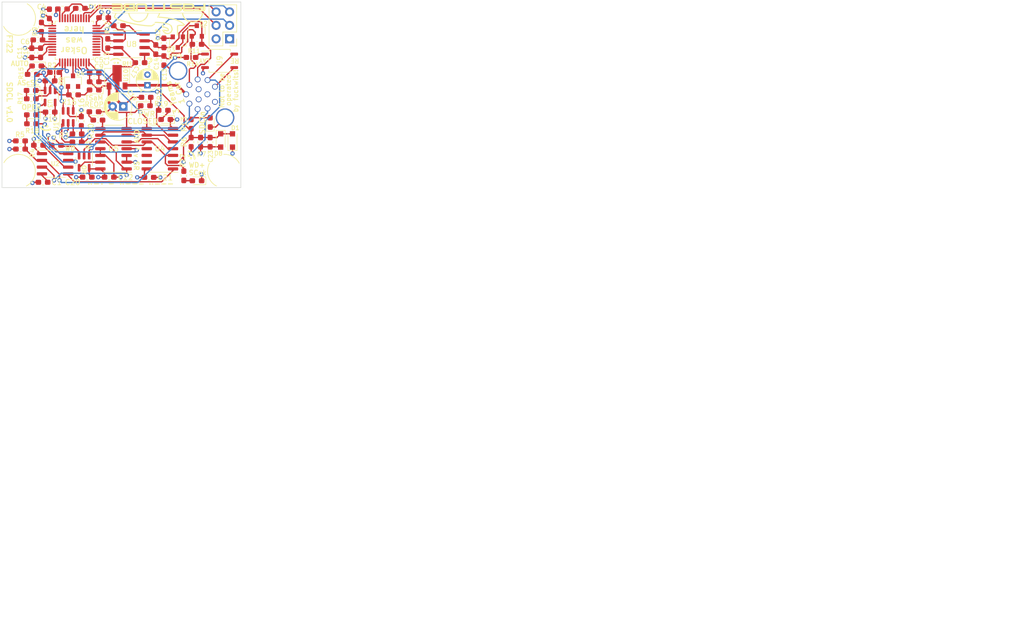
<source format=kicad_pcb>
(kicad_pcb (version 20171130) (host pcbnew 5.1.6)

  (general
    (thickness 1.6)
    (drawings 44)
    (tracks 629)
    (zones 0)
    (modules 77)
    (nets 76)
  )

  (page A4)
  (layers
    (0 F.Cu signal)
    (1 3V3.Cu power hide)
    (2 GND.Cu power hide)
    (31 B.Cu signal)
    (33 F.Adhes user)
    (35 F.Paste user)
    (36 B.SilkS user)
    (37 F.SilkS user)
    (39 F.Mask user)
    (40 Dwgs.User user)
    (41 Cmts.User user)
    (42 Eco1.User user)
    (43 Eco2.User user)
    (44 Edge.Cuts user)
    (45 Margin user)
    (46 B.CrtYd user)
    (47 F.CrtYd user)
    (49 F.Fab user hide)
  )

  (setup
    (last_trace_width 0.25)
    (user_trace_width 0.5)
    (user_trace_width 1)
    (trace_clearance 0.2)
    (zone_clearance 0.33)
    (zone_45_only no)
    (trace_min 0.2)
    (via_size 0.8)
    (via_drill 0.4)
    (via_min_size 0.4)
    (via_min_drill 0.3)
    (uvia_size 0.3)
    (uvia_drill 0.1)
    (uvias_allowed no)
    (uvia_min_size 0.2)
    (uvia_min_drill 0.1)
    (edge_width 0.1)
    (segment_width 0.2)
    (pcb_text_width 0.3)
    (pcb_text_size 1.5 1.5)
    (mod_edge_width 0.15)
    (mod_text_size 1 1)
    (mod_text_width 0.15)
    (pad_size 4.5 4.5)
    (pad_drill 3)
    (pad_to_mask_clearance 0)
    (aux_axis_origin 0 0)
    (visible_elements FFFFFF7F)
    (pcbplotparams
      (layerselection 0x010fc_ffffffff)
      (usegerberextensions false)
      (usegerberattributes true)
      (usegerberadvancedattributes true)
      (creategerberjobfile true)
      (excludeedgelayer true)
      (linewidth 0.100000)
      (plotframeref false)
      (viasonmask false)
      (mode 1)
      (useauxorigin false)
      (hpglpennumber 1)
      (hpglpenspeed 20)
      (hpglpendiameter 15.000000)
      (psnegative false)
      (psa4output false)
      (plotreference true)
      (plotvalue true)
      (plotinvisibletext false)
      (padsonsilk false)
      (subtractmaskfromsilk false)
      (outputformat 1)
      (mirror false)
      (drillshape 1)
      (scaleselection 1)
      (outputdirectory ""))
  )

  (net 0 "")
  (net 1 GND)
  (net 2 +3V3)
  (net 3 NRST)
  (net 4 CAN_H)
  (net 5 CAN_L)
  (net 6 +12V)
  (net 7 SDC_in_3V3)
  (net 8 "Net-(D2-Pad3)")
  (net 9 TS_activate_MUXed)
  (net 10 TRACESWO)
  (net 11 SWDIO)
  (net 12 SWCLK)
  (net 13 ~SDC_reset~)
  (net 14 TS_activate_ext)
  (net 15 TS_activate_dash)
  (net 16 SDC_in)
  (net 17 SDC_out)
  (net 18 To_SDC_relais)
  (net 19 AS_driving_mode)
  (net 20 AS_close_SDC)
  (net 21 "Net-(R12-Pad1)")
  (net 22 Watchdog)
  (net 23 SDC_is_ready)
  (net 24 "Net-(U7-Pad46)")
  (net 25 "Net-(U7-Pad45)")
  (net 26 "Net-(U7-Pad43)")
  (net 27 "Net-(U7-Pad42)")
  (net 28 "Net-(U7-Pad41)")
  (net 29 "Net-(U7-Pad40)")
  (net 30 "Net-(U7-Pad38)")
  (net 31 CAN_TX)
  (net 32 CAN_RX)
  (net 33 "Net-(U7-Pad31)")
  (net 34 "Net-(U7-Pad30)")
  (net 35 "Net-(U7-Pad29)")
  (net 36 "Net-(U7-Pad28)")
  (net 37 "Net-(U7-Pad27)")
  (net 38 "Net-(U7-Pad26)")
  (net 39 "Net-(U7-Pad25)")
  (net 40 "Net-(U7-Pad22)")
  (net 41 "Net-(U7-Pad21)")
  (net 42 "Net-(U7-Pad17)")
  (net 43 "Net-(U7-Pad16)")
  (net 44 "Net-(U7-Pad12)")
  (net 45 "Net-(U7-Pad11)")
  (net 46 "Net-(U7-Pad10)")
  (net 47 "Net-(U7-Pad6)")
  (net 48 "Net-(U7-Pad5)")
  (net 49 "Net-(U7-Pad4)")
  (net 50 "Net-(U7-Pad3)")
  (net 51 "Net-(U7-Pad2)")
  (net 52 "Net-(R14-Pad2)")
  (net 53 "Net-(R10-Pad1)")
  (net 54 "Net-(D5-Pad2)")
  (net 55 "Net-(D6-Pad2)")
  (net 56 "Net-(D7-Pad2)")
  (net 57 "Net-(D9-Pad2)")
  (net 58 "Net-(D10-Pad2)")
  (net 59 "Net-(D11-Pad2)")
  (net 60 "Net-(D12-Pad2)")
  (net 61 "Net-(D13-Pad2)")
  (net 62 "/Non-Programmable Logic/~WDO~")
  (net 63 "/Non-Programmable Logic/RP")
  (net 64 "/Non-Programmable Logic/WP")
  (net 65 "/Non-Programmable Logic/correct_button_pressed")
  (net 66 "/Non-Programmable Logic/close_while_allowed")
  (net 67 "/Non-Programmable Logic/reopened")
  (net 68 "/Non-Programmable Logic/~reset_all~")
  (net 69 "/Non-Programmable Logic/closing_allowed")
  (net 70 "/Non-Programmable Logic/~reopen~")
  (net 71 "/Non-Programmable Logic/WD_and_SDCin_ok")
  (net 72 "/Non-Programmable Logic/~try_close~")
  (net 73 "/Non-Programmable Logic/still_initial_open")
  (net 74 "Net-(R!1-Pad2)")
  (net 75 "Net-(D14-Pad2)")

  (net_class Default "This is the default net class."
    (clearance 0.2)
    (trace_width 0.25)
    (via_dia 0.8)
    (via_drill 0.4)
    (uvia_dia 0.3)
    (uvia_drill 0.1)
    (add_net +12V)
    (add_net +3V3)
    (add_net "/Non-Programmable Logic/RP")
    (add_net "/Non-Programmable Logic/WD_and_SDCin_ok")
    (add_net "/Non-Programmable Logic/WP")
    (add_net "/Non-Programmable Logic/close_while_allowed")
    (add_net "/Non-Programmable Logic/closing_allowed")
    (add_net "/Non-Programmable Logic/correct_button_pressed")
    (add_net "/Non-Programmable Logic/reopened")
    (add_net "/Non-Programmable Logic/still_initial_open")
    (add_net "/Non-Programmable Logic/~WDO~")
    (add_net "/Non-Programmable Logic/~reopen~")
    (add_net "/Non-Programmable Logic/~reset_all~")
    (add_net "/Non-Programmable Logic/~try_close~")
    (add_net AS_close_SDC)
    (add_net AS_driving_mode)
    (add_net CAN_H)
    (add_net CAN_L)
    (add_net CAN_RX)
    (add_net CAN_TX)
    (add_net GND)
    (add_net NRST)
    (add_net "Net-(D10-Pad2)")
    (add_net "Net-(D11-Pad2)")
    (add_net "Net-(D12-Pad2)")
    (add_net "Net-(D13-Pad2)")
    (add_net "Net-(D14-Pad2)")
    (add_net "Net-(D2-Pad3)")
    (add_net "Net-(D5-Pad2)")
    (add_net "Net-(D6-Pad2)")
    (add_net "Net-(D7-Pad2)")
    (add_net "Net-(D9-Pad2)")
    (add_net "Net-(R!1-Pad2)")
    (add_net "Net-(R10-Pad1)")
    (add_net "Net-(R12-Pad1)")
    (add_net "Net-(R14-Pad2)")
    (add_net "Net-(U7-Pad10)")
    (add_net "Net-(U7-Pad11)")
    (add_net "Net-(U7-Pad12)")
    (add_net "Net-(U7-Pad16)")
    (add_net "Net-(U7-Pad17)")
    (add_net "Net-(U7-Pad2)")
    (add_net "Net-(U7-Pad21)")
    (add_net "Net-(U7-Pad22)")
    (add_net "Net-(U7-Pad25)")
    (add_net "Net-(U7-Pad26)")
    (add_net "Net-(U7-Pad27)")
    (add_net "Net-(U7-Pad28)")
    (add_net "Net-(U7-Pad29)")
    (add_net "Net-(U7-Pad3)")
    (add_net "Net-(U7-Pad30)")
    (add_net "Net-(U7-Pad31)")
    (add_net "Net-(U7-Pad38)")
    (add_net "Net-(U7-Pad4)")
    (add_net "Net-(U7-Pad40)")
    (add_net "Net-(U7-Pad41)")
    (add_net "Net-(U7-Pad42)")
    (add_net "Net-(U7-Pad43)")
    (add_net "Net-(U7-Pad45)")
    (add_net "Net-(U7-Pad46)")
    (add_net "Net-(U7-Pad5)")
    (add_net "Net-(U7-Pad6)")
    (add_net SDC_in)
    (add_net SDC_in_3V3)
    (add_net SDC_is_ready)
    (add_net SDC_out)
    (add_net SWCLK)
    (add_net SWDIO)
    (add_net TRACESWO)
    (add_net TS_activate_MUXed)
    (add_net TS_activate_dash)
    (add_net TS_activate_ext)
    (add_net To_SDC_relais)
    (add_net Watchdog)
    (add_net ~SDC_reset~)
  )

  (module Custom:Binder_M12-A_12P_Female_NoSilk (layer B.Cu) (tedit 61BF27D7) (tstamp 61C02DD4)
    (at 175.6 85.4 90)
    (path /61BBA8EA/61CD6444)
    (fp_text reference J2 (at 0 10.045 90) (layer B.SilkS) hide
      (effects (font (size 1 1) (thickness 0.15)) (justify mirror))
    )
    (fp_text value Binder-M12-12P (at 0 -10.045 90) (layer B.Fab) hide
      (effects (font (size 1 1) (thickness 0.15)) (justify mirror))
    )
    (fp_arc (start 0 3.7) (end -0.6 3.7) (angle 180) (layer B.Fab) (width 0.12))
    (fp_circle (center 0 0) (end 0 -9) (layer B.Fab) (width 0.1))
    (fp_circle (center 0 0) (end 0 -9.37) (layer B.CrtYd) (width 0.05))
    (fp_circle (center 0 0.1) (end 0 4.2) (layer B.Fab) (width 0.12))
    (fp_line (start 0.6 3.7) (end 0.6 4.1) (layer B.Fab) (width 0.12))
    (fp_line (start -0.6 3.7) (end -0.6 4.1) (layer B.Fab) (width 0.12))
    (pad 10 thru_hole circle (at 0 1.1 90) (size 1.1 1.1) (drill 0.8) (layers *.Cu *.Mask)
      (net 2 +3V3))
    (pad 11 thru_hole circle (at 0.952627 -0.549999 90) (size 1.1 1.1) (drill 0.8) (layers *.Cu *.Mask)
      (net 2 +3V3))
    (pad 12 thru_hole circle (at -0.952627 -0.55 90) (size 1.1 1.1) (drill 0.8) (layers *.Cu *.Mask)
      (net 1 GND))
    (pad 1 thru_hole circle (at -1.428 2.524 90) (size 1.1 1.1) (drill 0.8) (layers *.Cu *.Mask)
      (net 1 GND))
    (pad 2 thru_hole circle (at 1.428 2.524 90) (size 1.1 1.1) (drill 0.8) (layers *.Cu *.Mask)
      (net 17 SDC_out))
    (pad 3 thru_hole circle (at 2.672 1.127 90) (size 1.1 1.1) (drill 0.8) (layers *.Cu *.Mask)
      (net 16 SDC_in))
    (pad 4 thru_hole circle (at 2.804 -0.738 90) (size 1.1 1.1) (drill 0.8) (layers *.Cu *.Mask)
      (net 4 CAN_H))
    (pad 5 thru_hole circle (at 1.77 -2.297 90) (size 1.1 1.1) (drill 0.8) (layers *.Cu *.Mask)
      (net 5 CAN_L))
    (pad 6 thru_hole circle (at 0 -2.9 90) (size 1.1 1.1) (drill 0.8) (layers *.Cu *.Mask)
      (net 6 +12V))
    (pad 7 thru_hole circle (at -1.77 -2.297 90) (size 1.1 1.1) (drill 0.8) (layers *.Cu *.Mask)
      (net 14 TS_activate_ext))
    (pad 8 thru_hole circle (at -2.804 -0.738 90) (size 1.1 1.1) (drill 0.8) (layers *.Cu *.Mask)
      (net 15 TS_activate_dash))
    (pad 9 thru_hole circle (at -2.672 1.127 90) (size 1.1 1.1) (drill 0.8) (layers *.Cu *.Mask)
      (net 13 ~SDC_reset~))
    (pad M1 thru_hole circle (at -4.419 4.419 90) (size 3.5 3.5) (drill 3) (layers *.Cu *.Mask)
      (net 1 GND))
    (pad M2 thru_hole circle (at 4.419 -4.419 90) (size 3.5 3.5) (drill 3) (layers *.Cu *.Mask)
      (net 1 GND))
    (model ${KIPRJMOD}/packages3d/Binder.3dshapes/Binder_M12-A_12P_Female_86_0532_1120.stp
      (offset (xyz 0 0 23))
      (scale (xyz 1 1 1))
      (rotate (xyz 0 -90 90))
    )
  )

  (module Resistor_SMD:R_0603_1608Metric_Pad1.05x0.95mm_HandSolder (layer F.Cu) (tedit 5B301BBD) (tstamp 61C2C37E)
    (at 173.630378 91.014938 270)
    (descr "Resistor SMD 0603 (1608 Metric), square (rectangular) end terminal, IPC_7351 nominal with elongated pad for handsoldering. (Body size source: http://www.tortai-tech.com/upload/download/2011102023233369053.pdf), generated with kicad-footprint-generator")
    (tags "resistor handsolder")
    (path /61A897B7/61D457CF)
    (attr smd)
    (fp_text reference R13 (at 0.019967 1.326966 270) (layer F.SilkS)
      (effects (font (size 1 1) (thickness 0.15)))
    )
    (fp_text value 510 (at 0 1.43 90) (layer F.Fab)
      (effects (font (size 1 1) (thickness 0.15)))
    )
    (fp_line (start 1.65 0.73) (end -1.65 0.73) (layer F.CrtYd) (width 0.05))
    (fp_line (start 1.65 -0.73) (end 1.65 0.73) (layer F.CrtYd) (width 0.05))
    (fp_line (start -1.65 -0.73) (end 1.65 -0.73) (layer F.CrtYd) (width 0.05))
    (fp_line (start -1.65 0.73) (end -1.65 -0.73) (layer F.CrtYd) (width 0.05))
    (fp_line (start -0.171267 0.51) (end 0.171267 0.51) (layer F.SilkS) (width 0.12))
    (fp_line (start -0.171267 -0.51) (end 0.171267 -0.51) (layer F.SilkS) (width 0.12))
    (fp_line (start 0.8 0.4) (end -0.8 0.4) (layer F.Fab) (width 0.1))
    (fp_line (start 0.8 -0.4) (end 0.8 0.4) (layer F.Fab) (width 0.1))
    (fp_line (start -0.8 -0.4) (end 0.8 -0.4) (layer F.Fab) (width 0.1))
    (fp_line (start -0.8 0.4) (end -0.8 -0.4) (layer F.Fab) (width 0.1))
    (fp_text user %R (at 0 0 90) (layer F.Fab)
      (effects (font (size 0.4 0.4) (thickness 0.06)))
    )
    (pad 2 smd roundrect (at 0.875 0 270) (size 1.05 0.95) (layers F.Cu F.Paste F.Mask) (roundrect_rratio 0.25)
      (net 7 SDC_in_3V3))
    (pad 1 smd roundrect (at -0.875 0 270) (size 1.05 0.95) (layers F.Cu F.Paste F.Mask) (roundrect_rratio 0.25)
      (net 75 "Net-(D14-Pad2)"))
    (model ${KISYS3DMOD}/Resistor_SMD.3dshapes/R_0603_1608Metric.wrl
      (at (xyz 0 0 0))
      (scale (xyz 1 1 1))
      (rotate (xyz 0 0 0))
    )
  )

  (module Diode_SMD:D_0603_1608Metric_Pad1.05x0.95mm_HandSolder (layer F.Cu) (tedit 5B4B45C8) (tstamp 61C2C15D)
    (at 177.233875 90.7 90)
    (descr "Diode SMD 0603 (1608 Metric), square (rectangular) end terminal, IPC_7351 nominal, (Body size source: http://www.tortai-tech.com/upload/download/2011102023233369053.pdf), generated with kicad-footprint-generator")
    (tags "diode handsolder")
    (path /61A897B7/61D457C3)
    (attr smd)
    (fp_text reference D14 (at 0 -1.43 90) (layer F.SilkS) hide
      (effects (font (size 1 1) (thickness 0.15)))
    )
    (fp_text value "Green LED" (at 0 1.43 90) (layer F.Fab)
      (effects (font (size 1 1) (thickness 0.15)))
    )
    (fp_line (start 1.65 0.73) (end -1.65 0.73) (layer F.CrtYd) (width 0.05))
    (fp_line (start 1.65 -0.73) (end 1.65 0.73) (layer F.CrtYd) (width 0.05))
    (fp_line (start -1.65 -0.73) (end 1.65 -0.73) (layer F.CrtYd) (width 0.05))
    (fp_line (start -1.65 0.73) (end -1.65 -0.73) (layer F.CrtYd) (width 0.05))
    (fp_line (start -1.66 0.735) (end 0.8 0.735) (layer F.SilkS) (width 0.12))
    (fp_line (start -1.66 -0.735) (end -1.66 0.735) (layer F.SilkS) (width 0.12))
    (fp_line (start 0.8 -0.735) (end -1.66 -0.735) (layer F.SilkS) (width 0.12))
    (fp_line (start 0.8 0.4) (end 0.8 -0.4) (layer F.Fab) (width 0.1))
    (fp_line (start -0.8 0.4) (end 0.8 0.4) (layer F.Fab) (width 0.1))
    (fp_line (start -0.8 -0.1) (end -0.8 0.4) (layer F.Fab) (width 0.1))
    (fp_line (start -0.5 -0.4) (end -0.8 -0.1) (layer F.Fab) (width 0.1))
    (fp_line (start 0.8 -0.4) (end -0.5 -0.4) (layer F.Fab) (width 0.1))
    (fp_text user %R (at 0 0 90) (layer F.Fab)
      (effects (font (size 0.4 0.4) (thickness 0.06)))
    )
    (pad 2 smd roundrect (at 0.875 0 90) (size 1.05 0.95) (layers F.Cu F.Paste F.Mask) (roundrect_rratio 0.25)
      (net 75 "Net-(D14-Pad2)"))
    (pad 1 smd roundrect (at -0.875 0 90) (size 1.05 0.95) (layers F.Cu F.Paste F.Mask) (roundrect_rratio 0.25)
      (net 1 GND))
    (model ${KISYS3DMOD}/Diode_SMD.3dshapes/D_0603_1608Metric.wrl
      (at (xyz 0 0 0))
      (scale (xyz 1 1 1))
      (rotate (xyz 0 0 0))
    )
  )

  (module Capacitor_SMD:C_0603_1608Metric_Pad1.05x0.95mm_HandSolder (layer F.Cu) (tedit 5B301BBE) (tstamp 61B54D9E)
    (at 166.973269 76.969802 270)
    (descr "Capacitor SMD 0603 (1608 Metric), square (rectangular) end terminal, IPC_7351 nominal with elongated pad for handsoldering. (Body size source: http://www.tortai-tech.com/upload/download/2011102023233369053.pdf), generated with kicad-footprint-generator")
    (tags "capacitor handsolder")
    (path /61BCE4F2/61B519E1)
    (attr smd)
    (fp_text reference C14 (at 2.684741 -0.126731 90) (layer F.SilkS)
      (effects (font (size 0.8 0.8) (thickness 0.15)))
    )
    (fp_text value 220p (at 0 1.43 90) (layer F.Fab)
      (effects (font (size 1 1) (thickness 0.15)))
    )
    (fp_line (start 1.65 0.73) (end -1.65 0.73) (layer F.CrtYd) (width 0.05))
    (fp_line (start 1.65 -0.73) (end 1.65 0.73) (layer F.CrtYd) (width 0.05))
    (fp_line (start -1.65 -0.73) (end 1.65 -0.73) (layer F.CrtYd) (width 0.05))
    (fp_line (start -1.65 0.73) (end -1.65 -0.73) (layer F.CrtYd) (width 0.05))
    (fp_line (start -0.171267 0.51) (end 0.171267 0.51) (layer F.SilkS) (width 0.12))
    (fp_line (start -0.171267 -0.51) (end 0.171267 -0.51) (layer F.SilkS) (width 0.12))
    (fp_line (start 0.8 0.4) (end -0.8 0.4) (layer F.Fab) (width 0.1))
    (fp_line (start 0.8 -0.4) (end 0.8 0.4) (layer F.Fab) (width 0.1))
    (fp_line (start -0.8 -0.4) (end 0.8 -0.4) (layer F.Fab) (width 0.1))
    (fp_line (start -0.8 0.4) (end -0.8 -0.4) (layer F.Fab) (width 0.1))
    (fp_text user %R (at 0 0 90) (layer F.Fab)
      (effects (font (size 0.4 0.4) (thickness 0.06)))
    )
    (pad 2 smd roundrect (at 0.875 0 270) (size 1.05 0.95) (layers F.Cu F.Paste F.Mask) (roundrect_rratio 0.25)
      (net 5 CAN_L))
    (pad 1 smd roundrect (at -0.875 0 270) (size 1.05 0.95) (layers F.Cu F.Paste F.Mask) (roundrect_rratio 0.25)
      (net 4 CAN_H))
    (model ${KISYS3DMOD}/Capacitor_SMD.3dshapes/C_0603_1608Metric.wrl
      (at (xyz 0 0 0))
      (scale (xyz 1 1 1))
      (rotate (xyz 0 0 0))
    )
  )

  (module MountingHole:MountingHole_3.2mm_M3 (layer B.Cu) (tedit 56D1B4CB) (tstamp 61BF54AF)
    (at 141.1 99.9)
    (descr "Mounting Hole 3.2mm, no annular, M3")
    (tags "mounting hole 3.2mm no annular m3")
    (path /61BBA8EA/61BD2D0B)
    (attr virtual)
    (fp_text reference H3 (at -3.6 -3.3) (layer B.SilkS) hide
      (effects (font (size 1 1) (thickness 0.15)) (justify mirror))
    )
    (fp_text value MountingHole (at 0 -4.2) (layer B.Fab)
      (effects (font (size 1 1) (thickness 0.15)) (justify mirror))
    )
    (fp_circle (center 0 0) (end 3.45 0) (layer B.CrtYd) (width 0.05))
    (fp_circle (center 0 0) (end 3.2 0) (layer Cmts.User) (width 0.15))
    (fp_text user %R (at 0.3 0) (layer B.Fab)
      (effects (font (size 1 1) (thickness 0.15)) (justify mirror))
    )
    (pad 1 np_thru_hole circle (at 0 0) (size 3.2 3.2) (drill 3.2) (layers *.Cu *.Mask))
  )

  (module MountingHole:MountingHole_3.2mm_M3 (layer B.Cu) (tedit 56D1B4CB) (tstamp 61BEE490)
    (at 179.9 99.9)
    (descr "Mounting Hole 3.2mm, no annular, M3")
    (tags "mounting hole 3.2mm no annular m3")
    (path /61BBA8EA/61BD2B10)
    (attr virtual)
    (fp_text reference H2 (at 0 4.2) (layer B.SilkS) hide
      (effects (font (size 1 1) (thickness 0.15)) (justify mirror))
    )
    (fp_text value MountingHole (at 0 -4.2) (layer B.Fab)
      (effects (font (size 1 1) (thickness 0.15)) (justify mirror))
    )
    (fp_circle (center 0 0) (end 3.45 0) (layer B.CrtYd) (width 0.05))
    (fp_circle (center 0 0) (end 3.2 0) (layer Cmts.User) (width 0.15))
    (fp_text user %R (at 0.3 0) (layer B.Fab)
      (effects (font (size 1 1) (thickness 0.15)) (justify mirror))
    )
    (pad 1 np_thru_hole circle (at 0 0) (size 3.2 3.2) (drill 3.2) (layers *.Cu *.Mask))
  )

  (module MountingHole:MountingHole_3.2mm_M3 (layer B.Cu) (tedit 56D1B4CB) (tstamp 61BEE488)
    (at 141.1 71.1)
    (descr "Mounting Hole 3.2mm, no annular, M3")
    (tags "mounting hole 3.2mm no annular m3")
    (path /61BBA8EA/61BD2819)
    (attr virtual)
    (fp_text reference H1 (at 0 4.2) (layer B.SilkS) hide
      (effects (font (size 1 1) (thickness 0.15)) (justify mirror))
    )
    (fp_text value MountingHole (at 0 -4.2) (layer B.Fab)
      (effects (font (size 1 1) (thickness 0.15)) (justify mirror))
    )
    (fp_circle (center 0 0) (end 3.45 0) (layer B.CrtYd) (width 0.05))
    (fp_circle (center 0 0) (end 3.2 0) (layer Cmts.User) (width 0.15))
    (fp_text user %R (at 0.3 0) (layer B.Fab)
      (effects (font (size 1 1) (thickness 0.15)) (justify mirror))
    )
    (pad 1 np_thru_hole circle (at 0 0) (size 3.2 3.2) (drill 3.2) (layers *.Cu *.Mask))
  )

  (module Capacitor_THT:CP_Radial_D4.0mm_P2.00mm (layer F.Cu) (tedit 5AE50EF0) (tstamp 61B54E1B)
    (at 165.4 83.7 90)
    (descr "CP, Radial series, Radial, pin pitch=2.00mm, , diameter=4mm, Electrolytic Capacitor")
    (tags "CP Radial series Radial pin pitch 2.00mm  diameter 4mm Electrolytic Capacitor")
    (path /61B4E8CF/61B46489)
    (fp_text reference C17 (at 2.551694 -2.41054 240 unlocked) (layer F.SilkS)
      (effects (font (size 0.8 0.8) (thickness 0.15)))
    )
    (fp_text value 10uF_25V (at 1 3.25 90) (layer F.Fab)
      (effects (font (size 1 1) (thickness 0.15)))
    )
    (fp_line (start -1.069801 -1.395) (end -1.069801 -0.995) (layer F.SilkS) (width 0.12))
    (fp_line (start -1.269801 -1.195) (end -0.869801 -1.195) (layer F.SilkS) (width 0.12))
    (fp_line (start 3.081 -0.37) (end 3.081 0.37) (layer F.SilkS) (width 0.12))
    (fp_line (start 3.041 -0.537) (end 3.041 0.537) (layer F.SilkS) (width 0.12))
    (fp_line (start 3.001 -0.664) (end 3.001 0.664) (layer F.SilkS) (width 0.12))
    (fp_line (start 2.961 -0.768) (end 2.961 0.768) (layer F.SilkS) (width 0.12))
    (fp_line (start 2.921 -0.859) (end 2.921 0.859) (layer F.SilkS) (width 0.12))
    (fp_line (start 2.881 -0.94) (end 2.881 0.94) (layer F.SilkS) (width 0.12))
    (fp_line (start 2.841 -1.013) (end 2.841 1.013) (layer F.SilkS) (width 0.12))
    (fp_line (start 2.801 0.84) (end 2.801 1.08) (layer F.SilkS) (width 0.12))
    (fp_line (start 2.801 -1.08) (end 2.801 -0.84) (layer F.SilkS) (width 0.12))
    (fp_line (start 2.761 0.84) (end 2.761 1.142) (layer F.SilkS) (width 0.12))
    (fp_line (start 2.761 -1.142) (end 2.761 -0.84) (layer F.SilkS) (width 0.12))
    (fp_line (start 2.721 0.84) (end 2.721 1.2) (layer F.SilkS) (width 0.12))
    (fp_line (start 2.721 -1.2) (end 2.721 -0.84) (layer F.SilkS) (width 0.12))
    (fp_line (start 2.681 0.84) (end 2.681 1.254) (layer F.SilkS) (width 0.12))
    (fp_line (start 2.681 -1.254) (end 2.681 -0.84) (layer F.SilkS) (width 0.12))
    (fp_line (start 2.641 0.84) (end 2.641 1.304) (layer F.SilkS) (width 0.12))
    (fp_line (start 2.641 -1.304) (end 2.641 -0.84) (layer F.SilkS) (width 0.12))
    (fp_line (start 2.601 0.84) (end 2.601 1.351) (layer F.SilkS) (width 0.12))
    (fp_line (start 2.601 -1.351) (end 2.601 -0.84) (layer F.SilkS) (width 0.12))
    (fp_line (start 2.561 0.84) (end 2.561 1.396) (layer F.SilkS) (width 0.12))
    (fp_line (start 2.561 -1.396) (end 2.561 -0.84) (layer F.SilkS) (width 0.12))
    (fp_line (start 2.521 0.84) (end 2.521 1.438) (layer F.SilkS) (width 0.12))
    (fp_line (start 2.521 -1.438) (end 2.521 -0.84) (layer F.SilkS) (width 0.12))
    (fp_line (start 2.481 0.84) (end 2.481 1.478) (layer F.SilkS) (width 0.12))
    (fp_line (start 2.481 -1.478) (end 2.481 -0.84) (layer F.SilkS) (width 0.12))
    (fp_line (start 2.441 0.84) (end 2.441 1.516) (layer F.SilkS) (width 0.12))
    (fp_line (start 2.441 -1.516) (end 2.441 -0.84) (layer F.SilkS) (width 0.12))
    (fp_line (start 2.401 0.84) (end 2.401 1.552) (layer F.SilkS) (width 0.12))
    (fp_line (start 2.401 -1.552) (end 2.401 -0.84) (layer F.SilkS) (width 0.12))
    (fp_line (start 2.361 0.84) (end 2.361 1.587) (layer F.SilkS) (width 0.12))
    (fp_line (start 2.361 -1.587) (end 2.361 -0.84) (layer F.SilkS) (width 0.12))
    (fp_line (start 2.321 0.84) (end 2.321 1.619) (layer F.SilkS) (width 0.12))
    (fp_line (start 2.321 -1.619) (end 2.321 -0.84) (layer F.SilkS) (width 0.12))
    (fp_line (start 2.281 0.84) (end 2.281 1.65) (layer F.SilkS) (width 0.12))
    (fp_line (start 2.281 -1.65) (end 2.281 -0.84) (layer F.SilkS) (width 0.12))
    (fp_line (start 2.241 0.84) (end 2.241 1.68) (layer F.SilkS) (width 0.12))
    (fp_line (start 2.241 -1.68) (end 2.241 -0.84) (layer F.SilkS) (width 0.12))
    (fp_line (start 2.201 0.84) (end 2.201 1.708) (layer F.SilkS) (width 0.12))
    (fp_line (start 2.201 -1.708) (end 2.201 -0.84) (layer F.SilkS) (width 0.12))
    (fp_line (start 2.161 0.84) (end 2.161 1.735) (layer F.SilkS) (width 0.12))
    (fp_line (start 2.161 -1.735) (end 2.161 -0.84) (layer F.SilkS) (width 0.12))
    (fp_line (start 2.121 0.84) (end 2.121 1.76) (layer F.SilkS) (width 0.12))
    (fp_line (start 2.121 -1.76) (end 2.121 -0.84) (layer F.SilkS) (width 0.12))
    (fp_line (start 2.081 0.84) (end 2.081 1.785) (layer F.SilkS) (width 0.12))
    (fp_line (start 2.081 -1.785) (end 2.081 -0.84) (layer F.SilkS) (width 0.12))
    (fp_line (start 2.041 0.84) (end 2.041 1.808) (layer F.SilkS) (width 0.12))
    (fp_line (start 2.041 -1.808) (end 2.041 -0.84) (layer F.SilkS) (width 0.12))
    (fp_line (start 2.001 0.84) (end 2.001 1.83) (layer F.SilkS) (width 0.12))
    (fp_line (start 2.001 -1.83) (end 2.001 -0.84) (layer F.SilkS) (width 0.12))
    (fp_line (start 1.961 0.84) (end 1.961 1.851) (layer F.SilkS) (width 0.12))
    (fp_line (start 1.961 -1.851) (end 1.961 -0.84) (layer F.SilkS) (width 0.12))
    (fp_line (start 1.921 0.84) (end 1.921 1.87) (layer F.SilkS) (width 0.12))
    (fp_line (start 1.921 -1.87) (end 1.921 -0.84) (layer F.SilkS) (width 0.12))
    (fp_line (start 1.881 0.84) (end 1.881 1.889) (layer F.SilkS) (width 0.12))
    (fp_line (start 1.881 -1.889) (end 1.881 -0.84) (layer F.SilkS) (width 0.12))
    (fp_line (start 1.841 0.84) (end 1.841 1.907) (layer F.SilkS) (width 0.12))
    (fp_line (start 1.841 -1.907) (end 1.841 -0.84) (layer F.SilkS) (width 0.12))
    (fp_line (start 1.801 0.84) (end 1.801 1.924) (layer F.SilkS) (width 0.12))
    (fp_line (start 1.801 -1.924) (end 1.801 -0.84) (layer F.SilkS) (width 0.12))
    (fp_line (start 1.761 0.84) (end 1.761 1.94) (layer F.SilkS) (width 0.12))
    (fp_line (start 1.761 -1.94) (end 1.761 -0.84) (layer F.SilkS) (width 0.12))
    (fp_line (start 1.721 0.84) (end 1.721 1.954) (layer F.SilkS) (width 0.12))
    (fp_line (start 1.721 -1.954) (end 1.721 -0.84) (layer F.SilkS) (width 0.12))
    (fp_line (start 1.68 0.84) (end 1.68 1.968) (layer F.SilkS) (width 0.12))
    (fp_line (start 1.68 -1.968) (end 1.68 -0.84) (layer F.SilkS) (width 0.12))
    (fp_line (start 1.64 0.84) (end 1.64 1.982) (layer F.SilkS) (width 0.12))
    (fp_line (start 1.64 -1.982) (end 1.64 -0.84) (layer F.SilkS) (width 0.12))
    (fp_line (start 1.6 0.84) (end 1.6 1.994) (layer F.SilkS) (width 0.12))
    (fp_line (start 1.6 -1.994) (end 1.6 -0.84) (layer F.SilkS) (width 0.12))
    (fp_line (start 1.56 0.84) (end 1.56 2.005) (layer F.SilkS) (width 0.12))
    (fp_line (start 1.56 -2.005) (end 1.56 -0.84) (layer F.SilkS) (width 0.12))
    (fp_line (start 1.52 0.84) (end 1.52 2.016) (layer F.SilkS) (width 0.12))
    (fp_line (start 1.52 -2.016) (end 1.52 -0.84) (layer F.SilkS) (width 0.12))
    (fp_line (start 1.48 0.84) (end 1.48 2.025) (layer F.SilkS) (width 0.12))
    (fp_line (start 1.48 -2.025) (end 1.48 -0.84) (layer F.SilkS) (width 0.12))
    (fp_line (start 1.44 0.84) (end 1.44 2.034) (layer F.SilkS) (width 0.12))
    (fp_line (start 1.44 -2.034) (end 1.44 -0.84) (layer F.SilkS) (width 0.12))
    (fp_line (start 1.4 0.84) (end 1.4 2.042) (layer F.SilkS) (width 0.12))
    (fp_line (start 1.4 -2.042) (end 1.4 -0.84) (layer F.SilkS) (width 0.12))
    (fp_line (start 1.36 0.84) (end 1.36 2.05) (layer F.SilkS) (width 0.12))
    (fp_line (start 1.36 -2.05) (end 1.36 -0.84) (layer F.SilkS) (width 0.12))
    (fp_line (start 1.32 0.84) (end 1.32 2.056) (layer F.SilkS) (width 0.12))
    (fp_line (start 1.32 -2.056) (end 1.32 -0.84) (layer F.SilkS) (width 0.12))
    (fp_line (start 1.28 0.84) (end 1.28 2.062) (layer F.SilkS) (width 0.12))
    (fp_line (start 1.28 -2.062) (end 1.28 -0.84) (layer F.SilkS) (width 0.12))
    (fp_line (start 1.24 0.84) (end 1.24 2.067) (layer F.SilkS) (width 0.12))
    (fp_line (start 1.24 -2.067) (end 1.24 -0.84) (layer F.SilkS) (width 0.12))
    (fp_line (start 1.2 0.84) (end 1.2 2.071) (layer F.SilkS) (width 0.12))
    (fp_line (start 1.2 -2.071) (end 1.2 -0.84) (layer F.SilkS) (width 0.12))
    (fp_line (start 1.16 -2.074) (end 1.16 2.074) (layer F.SilkS) (width 0.12))
    (fp_line (start 1.12 -2.077) (end 1.12 2.077) (layer F.SilkS) (width 0.12))
    (fp_line (start 1.08 -2.079) (end 1.08 2.079) (layer F.SilkS) (width 0.12))
    (fp_line (start 1.04 -2.08) (end 1.04 2.08) (layer F.SilkS) (width 0.12))
    (fp_line (start 1 -2.08) (end 1 2.08) (layer F.SilkS) (width 0.12))
    (fp_line (start -0.502554 -1.0675) (end -0.502554 -0.6675) (layer F.Fab) (width 0.1))
    (fp_line (start -0.702554 -0.8675) (end -0.302554 -0.8675) (layer F.Fab) (width 0.1))
    (fp_circle (center 1 0) (end 3.25 0) (layer F.CrtYd) (width 0.05))
    (fp_circle (center 1 0) (end 3.12 0) (layer F.SilkS) (width 0.12))
    (fp_circle (center 1 0) (end 3 0) (layer F.Fab) (width 0.1))
    (fp_text user %R (at 1 0 90) (layer F.Fab)
      (effects (font (size 0.8 0.8) (thickness 0.12)))
    )
    (pad 2 thru_hole circle (at 2 0 90) (size 1.2 1.2) (drill 0.6) (layers *.Cu *.Mask)
      (net 1 GND))
    (pad 1 thru_hole rect (at 0 0 90) (size 1.2 1.2) (drill 0.6) (layers *.Cu *.Mask)
      (net 6 +12V))
    (model ${KISYS3DMOD}/Capacitor_THT.3dshapes/CP_Radial_D4.0mm_P2.00mm.wrl
      (at (xyz 0 0 0))
      (scale (xyz 1 1 1))
      (rotate (xyz 0 0 0))
    )
  )

  (module Custom:SC-74A-5_1.5x2.9mm_P0.95mm (layer F.Cu) (tedit 61BBD969) (tstamp 61B54E3C)
    (at 153.473426 98.115078 270)
    (descr "SC-74, 6 Pin (https://www.nxp.com/docs/en/package-information/SOT457.pdf), generated with kicad-footprint-generator ipc_gullwing_generator.py")
    (tags "SC-74 SO")
    (path /61A897B7/61B3FC7A)
    (attr smd)
    (fp_text reference U6 (at 0.575518 -0.031105 90) (layer F.SilkS) hide
      (effects (font (size 0.9 0.9) (thickness 0.15)))
    )
    (fp_text value MC74HC1G32 (at 0 2.4 90) (layer F.Fab)
      (effects (font (size 1 1) (thickness 0.15)))
    )
    (fp_line (start 2.1 -1.7) (end -2.1 -1.7) (layer F.CrtYd) (width 0.05))
    (fp_line (start 2.1 1.7) (end 2.1 -1.7) (layer F.CrtYd) (width 0.05))
    (fp_line (start -2.1 1.7) (end 2.1 1.7) (layer F.CrtYd) (width 0.05))
    (fp_line (start -2.1 -1.7) (end -2.1 1.7) (layer F.CrtYd) (width 0.05))
    (fp_line (start -0.75 -1.075) (end -0.375 -1.45) (layer F.Fab) (width 0.1))
    (fp_line (start -0.75 1.45) (end -0.75 -1.075) (layer F.Fab) (width 0.1))
    (fp_line (start 0.75 1.45) (end -0.75 1.45) (layer F.Fab) (width 0.1))
    (fp_line (start 0.75 -1.45) (end 0.75 1.45) (layer F.Fab) (width 0.1))
    (fp_line (start -0.375 -1.45) (end 0.75 -1.45) (layer F.Fab) (width 0.1))
    (fp_line (start 0 -1.56) (end -1.85 -1.56) (layer F.SilkS) (width 0.12))
    (fp_line (start 0 -1.56) (end 0.75 -1.56) (layer F.SilkS) (width 0.12))
    (fp_line (start 0 1.56) (end -0.75 1.56) (layer F.SilkS) (width 0.12))
    (fp_line (start 0 1.56) (end 0.75 1.56) (layer F.SilkS) (width 0.12))
    (fp_text user %R (at 0 0 90) (layer F.Fab)
      (effects (font (size 0.38 0.38) (thickness 0.06)))
    )
    (pad 5 smd roundrect (at 1.1375 -0.95 270) (size 1.425 0.5) (layers F.Cu F.Paste F.Mask) (roundrect_rratio 0.25)
      (net 2 +3V3))
    (pad 4 smd roundrect (at 1.1375 0.95 270) (size 1.425 0.5) (layers F.Cu F.Paste F.Mask) (roundrect_rratio 0.25)
      (net 70 "/Non-Programmable Logic/~reopen~"))
    (pad 3 smd roundrect (at -1.1375 0.95 270) (size 1.425 0.5) (layers F.Cu F.Paste F.Mask) (roundrect_rratio 0.25)
      (net 1 GND))
    (pad 2 smd roundrect (at -1.1375 0 270) (size 1.425 0.5) (layers F.Cu F.Paste F.Mask) (roundrect_rratio 0.25)
      (net 71 "/Non-Programmable Logic/WD_and_SDCin_ok"))
    (pad 1 smd roundrect (at -1.1375 -0.95 270) (size 1.425 0.5) (layers F.Cu F.Paste F.Mask) (roundrect_rratio 0.25)
      (net 73 "/Non-Programmable Logic/still_initial_open"))
    (model :SDCL:SC-74.3dshapes/SC-74-5.stp
      (at (xyz 0 0 0))
      (scale (xyz 1 1 1))
      (rotate (xyz 0 0 90))
    )
  )

  (module Custom:SC-74A-5_1.5x2.9mm_P0.95mm (layer F.Cu) (tedit 61BBD969) (tstamp 61B54DA9)
    (at 147.066812 85.812974 270)
    (descr "SC-74, 6 Pin (https://www.nxp.com/docs/en/package-information/SOT457.pdf), generated with kicad-footprint-generator ipc_gullwing_generator.py")
    (tags "SC-74 SO")
    (path /61A897B7/61B3096F)
    (attr smd)
    (fp_text reference U3 (at 1.304199 0.045308 270 unlocked) (layer F.SilkS)
      (effects (font (size 0.8 0.8) (thickness 0.15)))
    )
    (fp_text value MC74HC1G00 (at 0 2.4 90) (layer F.Fab)
      (effects (font (size 1 1) (thickness 0.15)))
    )
    (fp_line (start 2.1 -1.7) (end -2.1 -1.7) (layer F.CrtYd) (width 0.05))
    (fp_line (start 2.1 1.7) (end 2.1 -1.7) (layer F.CrtYd) (width 0.05))
    (fp_line (start -2.1 1.7) (end 2.1 1.7) (layer F.CrtYd) (width 0.05))
    (fp_line (start -2.1 -1.7) (end -2.1 1.7) (layer F.CrtYd) (width 0.05))
    (fp_line (start -0.75 -1.075) (end -0.375 -1.45) (layer F.Fab) (width 0.1))
    (fp_line (start -0.75 1.45) (end -0.75 -1.075) (layer F.Fab) (width 0.1))
    (fp_line (start 0.75 1.45) (end -0.75 1.45) (layer F.Fab) (width 0.1))
    (fp_line (start 0.75 -1.45) (end 0.75 1.45) (layer F.Fab) (width 0.1))
    (fp_line (start -0.375 -1.45) (end 0.75 -1.45) (layer F.Fab) (width 0.1))
    (fp_line (start 0 -1.56) (end -1.85 -1.56) (layer F.SilkS) (width 0.12))
    (fp_line (start 0 -1.56) (end 0.75 -1.56) (layer F.SilkS) (width 0.12))
    (fp_line (start 0 1.56) (end -0.75 1.56) (layer F.SilkS) (width 0.12))
    (fp_line (start 0 1.56) (end 0.75 1.56) (layer F.SilkS) (width 0.12))
    (fp_text user %R (at 0 0 90) (layer F.Fab)
      (effects (font (size 0.38 0.38) (thickness 0.06)))
    )
    (pad 5 smd roundrect (at 1.1375 -0.95 270) (size 1.425 0.5) (layers F.Cu F.Paste F.Mask) (roundrect_rratio 0.25)
      (net 2 +3V3))
    (pad 4 smd roundrect (at 1.1375 0.95 270) (size 1.425 0.5) (layers F.Cu F.Paste F.Mask) (roundrect_rratio 0.25)
      (net 72 "/Non-Programmable Logic/~try_close~"))
    (pad 3 smd roundrect (at -1.1375 0.95 270) (size 1.425 0.5) (layers F.Cu F.Paste F.Mask) (roundrect_rratio 0.25)
      (net 1 GND))
    (pad 2 smd roundrect (at -1.1375 0 270) (size 1.425 0.5) (layers F.Cu F.Paste F.Mask) (roundrect_rratio 0.25)
      (net 20 AS_close_SDC))
    (pad 1 smd roundrect (at -1.1375 -0.95 270) (size 1.425 0.5) (layers F.Cu F.Paste F.Mask) (roundrect_rratio 0.25)
      (net 65 "/Non-Programmable Logic/correct_button_pressed"))
    (model :SDCL:SC-74.3dshapes/SC-74-5.stp
      (at (xyz 0 0 0))
      (scale (xyz 1 1 1))
      (rotate (xyz 0 0 90))
    )
  )

  (module Custom:SC-74-6_1.5x2.9mm_P0.95mm (layer F.Cu) (tedit 61BBD8F1) (tstamp 61B5507C)
    (at 150.468436 89.663424 90)
    (descr "SC-74, 6 Pin (https://www.nxp.com/docs/en/package-information/SOT457.pdf), generated with kicad-footprint-generator ipc_gullwing_generator.py")
    (tags "SC-74 SO")
    (path /61A897B7/61B6A3BA)
    (attr smd)
    (fp_text reference U1 (at -1.796282 -2.267451 270) (layer F.SilkS)
      (effects (font (size 0.9 0.9) (thickness 0.15)))
    )
    (fp_text value NL17SZ157 (at 0 2 270) (layer F.Fab)
      (effects (font (size 1 1) (thickness 0.15)))
    )
    (fp_line (start 2.1 -1.7) (end -2.1 -1.7) (layer F.CrtYd) (width 0.05))
    (fp_line (start 2.1 1.7) (end 2.1 -1.7) (layer F.CrtYd) (width 0.05))
    (fp_line (start -2.1 1.7) (end 2.1 1.7) (layer F.CrtYd) (width 0.05))
    (fp_line (start -2.1 -1.7) (end -2.1 1.7) (layer F.CrtYd) (width 0.05))
    (fp_line (start -0.75 -1.075) (end -0.375 -1.45) (layer F.Fab) (width 0.1))
    (fp_line (start -0.75 1.45) (end -0.75 -1.075) (layer F.Fab) (width 0.1))
    (fp_line (start 0.75 1.45) (end -0.75 1.45) (layer F.Fab) (width 0.1))
    (fp_line (start 0.75 -1.45) (end 0.75 1.45) (layer F.Fab) (width 0.1))
    (fp_line (start -0.375 -1.45) (end 0.75 -1.45) (layer F.Fab) (width 0.1))
    (fp_line (start 0 -1.56) (end -1.85 -1.56) (layer F.SilkS) (width 0.12))
    (fp_line (start 0 -1.56) (end 0.75 -1.56) (layer F.SilkS) (width 0.12))
    (fp_line (start 0 1.56) (end -0.75 1.56) (layer F.SilkS) (width 0.12))
    (fp_line (start 0 1.56) (end 0.75 1.56) (layer F.SilkS) (width 0.12))
    (fp_text user %R (at -0.06 0) (layer F.Fab)
      (effects (font (size 0.5 0.5) (thickness 0.075)))
    )
    (pad 6 smd roundrect (at 1.1375 -0.95 90) (size 1.425 0.5) (layers F.Cu F.Paste F.Mask) (roundrect_rratio 0.25)
      (net 19 AS_driving_mode))
    (pad 5 smd roundrect (at 1.1375 0 90) (size 1.425 0.5) (layers F.Cu F.Paste F.Mask) (roundrect_rratio 0.25)
      (net 2 +3V3))
    (pad 4 smd roundrect (at 1.1375 0.95 90) (size 1.425 0.5) (layers F.Cu F.Paste F.Mask) (roundrect_rratio 0.25)
      (net 65 "/Non-Programmable Logic/correct_button_pressed"))
    (pad 3 smd roundrect (at -1.1375 0.95 90) (size 1.425 0.5) (layers F.Cu F.Paste F.Mask) (roundrect_rratio 0.25)
      (net 15 TS_activate_dash))
    (pad 2 smd roundrect (at -1.1375 0 90) (size 1.425 0.5) (layers F.Cu F.Paste F.Mask) (roundrect_rratio 0.25)
      (net 1 GND))
    (pad 1 smd roundrect (at -1.1375 -0.95 90) (size 1.425 0.5) (layers F.Cu F.Paste F.Mask) (roundrect_rratio 0.25)
      (net 14 TS_activate_ext))
    (model ${KIPRJMOD}/packages3d/SC-74.3dshapes/SC-74-6.stp
      (at (xyz 0 0 0))
      (scale (xyz 1 1 1))
      (rotate (xyz 0 0 90))
    )
  )

  (module Resistor_SMD:R_0603_1608Metric_Pad1.05x0.95mm_HandSolder (layer F.Cu) (tedit 5B301BBD) (tstamp 61BBD3C0)
    (at 163.98943 79.437989)
    (descr "Resistor SMD 0603 (1608 Metric), square (rectangular) end terminal, IPC_7351 nominal with elongated pad for handsoldering. (Body size source: http://www.tortai-tech.com/upload/download/2011102023233369053.pdf), generated with kicad-footprint-generator")
    (tags "resistor handsolder")
    (path /61BCE4F2/61BF7CE9)
    (attr smd)
    (fp_text reference R!1 (at -2.325916 0.289619 180) (layer F.SilkS)
      (effects (font (size 0.85 0.85) (thickness 0.15)))
    )
    (fp_text value ∞ (at 0 1.43) (layer F.Fab)
      (effects (font (size 1 1) (thickness 0.15)))
    )
    (fp_line (start -0.8 0.4) (end -0.8 -0.4) (layer F.Fab) (width 0.1))
    (fp_line (start -0.8 -0.4) (end 0.8 -0.4) (layer F.Fab) (width 0.1))
    (fp_line (start 0.8 -0.4) (end 0.8 0.4) (layer F.Fab) (width 0.1))
    (fp_line (start 0.8 0.4) (end -0.8 0.4) (layer F.Fab) (width 0.1))
    (fp_line (start -0.171267 -0.51) (end 0.171267 -0.51) (layer F.SilkS) (width 0.12))
    (fp_line (start -0.171267 0.51) (end 0.171267 0.51) (layer F.SilkS) (width 0.12))
    (fp_line (start -1.65 0.73) (end -1.65 -0.73) (layer F.CrtYd) (width 0.05))
    (fp_line (start -1.65 -0.73) (end 1.65 -0.73) (layer F.CrtYd) (width 0.05))
    (fp_line (start 1.65 -0.73) (end 1.65 0.73) (layer F.CrtYd) (width 0.05))
    (fp_line (start 1.65 0.73) (end -1.65 0.73) (layer F.CrtYd) (width 0.05))
    (fp_text user %R (at 0 0) (layer F.Fab)
      (effects (font (size 0.4 0.4) (thickness 0.06)))
    )
    (pad 2 smd roundrect (at 0.875 0) (size 1.05 0.95) (layers F.Cu F.Paste F.Mask) (roundrect_rratio 0.25)
      (net 74 "Net-(R!1-Pad2)"))
    (pad 1 smd roundrect (at -0.875 0) (size 1.05 0.95) (layers F.Cu F.Paste F.Mask) (roundrect_rratio 0.25)
      (net 2 +3V3))
    (model ${KISYS3DMOD}/Resistor_SMD.3dshapes/R_0603_1608Metric.wrl
      (at (xyz 0 0 0))
      (scale (xyz 1 1 1))
      (rotate (xyz 0 0 0))
    )
  )

  (module Package_SO:SOIC-8_3.9x4.9mm_P1.27mm (layer F.Cu) (tedit 5D9F72B1) (tstamp 61B5517B)
    (at 162.388506 75.955834)
    (descr "SOIC, 8 Pin (JEDEC MS-012AA, https://www.analog.com/media/en/package-pcb-resources/package/pkg_pdf/soic_narrow-r/r_8.pdf), generated with kicad-footprint-generator ipc_gullwing_generator.py")
    (tags "SOIC SO")
    (path /61BCE4F2/61D66C8F)
    (attr smd)
    (fp_text reference U8 (at 0.000029 0.002995) (layer F.SilkS)
      (effects (font (size 1 1) (thickness 0.15)))
    )
    (fp_text value SN65HVD231 (at -5.08 -3.81) (layer F.Fab)
      (effects (font (size 1 1) (thickness 0.15)))
    )
    (fp_line (start 3.7 -2.7) (end -3.7 -2.7) (layer F.CrtYd) (width 0.05))
    (fp_line (start 3.7 2.7) (end 3.7 -2.7) (layer F.CrtYd) (width 0.05))
    (fp_line (start -3.7 2.7) (end 3.7 2.7) (layer F.CrtYd) (width 0.05))
    (fp_line (start -3.7 -2.7) (end -3.7 2.7) (layer F.CrtYd) (width 0.05))
    (fp_line (start -1.95 -1.475) (end -0.975 -2.45) (layer F.Fab) (width 0.1))
    (fp_line (start -1.95 2.45) (end -1.95 -1.475) (layer F.Fab) (width 0.1))
    (fp_line (start 1.95 2.45) (end -1.95 2.45) (layer F.Fab) (width 0.1))
    (fp_line (start 1.95 -2.45) (end 1.95 2.45) (layer F.Fab) (width 0.1))
    (fp_line (start -0.975 -2.45) (end 1.95 -2.45) (layer F.Fab) (width 0.1))
    (fp_line (start 0 -2.56) (end -3.45 -2.56) (layer F.SilkS) (width 0.12))
    (fp_line (start 0 -2.56) (end 1.95 -2.56) (layer F.SilkS) (width 0.12))
    (fp_line (start 0 2.56) (end -1.95 2.56) (layer F.SilkS) (width 0.12))
    (fp_line (start 0 2.56) (end 1.95 2.56) (layer F.SilkS) (width 0.12))
    (fp_text user %R (at 0 0) (layer F.Fab)
      (effects (font (size 0.98 0.98) (thickness 0.15)))
    )
    (pad 8 smd roundrect (at 2.475 -1.905) (size 1.95 0.6) (layers F.Cu F.Paste F.Mask) (roundrect_rratio 0.25)
      (net 21 "Net-(R12-Pad1)"))
    (pad 7 smd roundrect (at 2.475 -0.635) (size 1.95 0.6) (layers F.Cu F.Paste F.Mask) (roundrect_rratio 0.25)
      (net 4 CAN_H))
    (pad 6 smd roundrect (at 2.475 0.635) (size 1.95 0.6) (layers F.Cu F.Paste F.Mask) (roundrect_rratio 0.25)
      (net 5 CAN_L))
    (pad 5 smd roundrect (at 2.475 1.905) (size 1.95 0.6) (layers F.Cu F.Paste F.Mask) (roundrect_rratio 0.25)
      (net 74 "Net-(R!1-Pad2)"))
    (pad 4 smd roundrect (at -2.475 1.905) (size 1.95 0.6) (layers F.Cu F.Paste F.Mask) (roundrect_rratio 0.25)
      (net 32 CAN_RX))
    (pad 3 smd roundrect (at -2.475 0.635) (size 1.95 0.6) (layers F.Cu F.Paste F.Mask) (roundrect_rratio 0.25)
      (net 2 +3V3))
    (pad 2 smd roundrect (at -2.475 -0.635) (size 1.95 0.6) (layers F.Cu F.Paste F.Mask) (roundrect_rratio 0.25)
      (net 1 GND))
    (pad 1 smd roundrect (at -2.475 -1.905) (size 1.95 0.6) (layers F.Cu F.Paste F.Mask) (roundrect_rratio 0.25)
      (net 31 CAN_TX))
    (model ${KISYS3DMOD}/Package_SO.3dshapes/SOIC-8_3.9x4.9mm_P1.27mm.wrl
      (at (xyz 0 0 0))
      (scale (xyz 1 1 1))
      (rotate (xyz 0 0 0))
    )
  )

  (module "" (layer F.Cu) (tedit 0) (tstamp 0)
    (at 154.94 86.36)
    (fp_text reference "" (at 175.379275 97.559263) (layer F.SilkS)
      (effects (font (size 1.27 1.27) (thickness 0.15)))
    )
    (fp_text value "" (at 175.379275 97.559263) (layer F.SilkS)
      (effects (font (size 1.27 1.27) (thickness 0.15)))
    )
  )

  (module Diode_SMD:D_SOD-323_HandSoldering (layer F.Cu) (tedit 58641869) (tstamp 61BA8D31)
    (at 179.193936 94.10632 270)
    (descr SOD-323)
    (tags SOD-323)
    (path /61BBA8EA/61BC341D)
    (attr smd)
    (fp_text reference D8 (at 2.440265 0.420112 180) (layer F.SilkS)
      (effects (font (size 0.8 0.8) (thickness 0.15)))
    )
    (fp_text value D_TVS (at 0.1 1.9 90) (layer F.Fab)
      (effects (font (size 1 1) (thickness 0.15)))
    )
    (fp_line (start -1.9 -0.85) (end 1.25 -0.85) (layer F.SilkS) (width 0.12))
    (fp_line (start -1.9 0.85) (end 1.25 0.85) (layer F.SilkS) (width 0.12))
    (fp_line (start -2 -0.95) (end -2 0.95) (layer F.CrtYd) (width 0.05))
    (fp_line (start -2 0.95) (end 2 0.95) (layer F.CrtYd) (width 0.05))
    (fp_line (start 2 -0.95) (end 2 0.95) (layer F.CrtYd) (width 0.05))
    (fp_line (start -2 -0.95) (end 2 -0.95) (layer F.CrtYd) (width 0.05))
    (fp_line (start -0.9 -0.7) (end 0.9 -0.7) (layer F.Fab) (width 0.1))
    (fp_line (start 0.9 -0.7) (end 0.9 0.7) (layer F.Fab) (width 0.1))
    (fp_line (start 0.9 0.7) (end -0.9 0.7) (layer F.Fab) (width 0.1))
    (fp_line (start -0.9 0.7) (end -0.9 -0.7) (layer F.Fab) (width 0.1))
    (fp_line (start -0.3 -0.35) (end -0.3 0.35) (layer F.Fab) (width 0.1))
    (fp_line (start -0.3 0) (end -0.5 0) (layer F.Fab) (width 0.1))
    (fp_line (start -0.3 0) (end 0.2 -0.35) (layer F.Fab) (width 0.1))
    (fp_line (start 0.2 -0.35) (end 0.2 0.35) (layer F.Fab) (width 0.1))
    (fp_line (start 0.2 0.35) (end -0.3 0) (layer F.Fab) (width 0.1))
    (fp_line (start 0.2 0) (end 0.45 0) (layer F.Fab) (width 0.1))
    (fp_line (start -1.9 -0.85) (end -1.9 0.85) (layer F.SilkS) (width 0.12))
    (fp_text user %R (at 0 -1.85 90) (layer F.Fab)
      (effects (font (size 1 1) (thickness 0.15)))
    )
    (pad 2 smd rect (at 1.25 0 270) (size 1 1) (layers F.Cu F.Paste F.Mask)
      (net 1 GND))
    (pad 1 smd rect (at -1.25 0 270) (size 1 1) (layers F.Cu F.Paste F.Mask)
      (net 7 SDC_in_3V3))
    (model ${KISYS3DMOD}/Diode_SMD.3dshapes/D_SOD-323.wrl
      (at (xyz 0 0 0))
      (scale (xyz 1 1 1))
      (rotate (xyz 0 0 0))
    )
  )

  (module Diode_SMD:D_SOD-323_HandSoldering (layer F.Cu) (tedit 58641869) (tstamp 61BA8C2B)
    (at 181.424843 94.108939 90)
    (descr SOD-323)
    (tags SOD-323)
    (path /61BBA8EA/61BC3417)
    (attr smd)
    (fp_text reference D1 (at 2.363607 0.526819 180) (layer F.SilkS)
      (effects (font (size 0.8 0.8) (thickness 0.15)))
    )
    (fp_text value D_TVS (at 0.1 1.9 90) (layer F.Fab)
      (effects (font (size 1 1) (thickness 0.15)))
    )
    (fp_line (start -1.9 -0.85) (end 1.25 -0.85) (layer F.SilkS) (width 0.12))
    (fp_line (start -1.9 0.85) (end 1.25 0.85) (layer F.SilkS) (width 0.12))
    (fp_line (start -2 -0.95) (end -2 0.95) (layer F.CrtYd) (width 0.05))
    (fp_line (start -2 0.95) (end 2 0.95) (layer F.CrtYd) (width 0.05))
    (fp_line (start 2 -0.95) (end 2 0.95) (layer F.CrtYd) (width 0.05))
    (fp_line (start -2 -0.95) (end 2 -0.95) (layer F.CrtYd) (width 0.05))
    (fp_line (start -0.9 -0.7) (end 0.9 -0.7) (layer F.Fab) (width 0.1))
    (fp_line (start 0.9 -0.7) (end 0.9 0.7) (layer F.Fab) (width 0.1))
    (fp_line (start 0.9 0.7) (end -0.9 0.7) (layer F.Fab) (width 0.1))
    (fp_line (start -0.9 0.7) (end -0.9 -0.7) (layer F.Fab) (width 0.1))
    (fp_line (start -0.3 -0.35) (end -0.3 0.35) (layer F.Fab) (width 0.1))
    (fp_line (start -0.3 0) (end -0.5 0) (layer F.Fab) (width 0.1))
    (fp_line (start -0.3 0) (end 0.2 -0.35) (layer F.Fab) (width 0.1))
    (fp_line (start 0.2 -0.35) (end 0.2 0.35) (layer F.Fab) (width 0.1))
    (fp_line (start 0.2 0.35) (end -0.3 0) (layer F.Fab) (width 0.1))
    (fp_line (start 0.2 0) (end 0.45 0) (layer F.Fab) (width 0.1))
    (fp_line (start -1.9 -0.85) (end -1.9 0.85) (layer F.SilkS) (width 0.12))
    (fp_text user %R (at 0 -1.85 90) (layer F.Fab)
      (effects (font (size 1 1) (thickness 0.15)))
    )
    (pad 2 smd rect (at 1.25 0 90) (size 1 1) (layers F.Cu F.Paste F.Mask)
      (net 7 SDC_in_3V3))
    (pad 1 smd rect (at -1.25 0 90) (size 1 1) (layers F.Cu F.Paste F.Mask)
      (net 2 +3V3))
    (model ${KISYS3DMOD}/Diode_SMD.3dshapes/D_SOD-323.wrl
      (at (xyz 0 0 0))
      (scale (xyz 1 1 1))
      (rotate (xyz 0 0 0))
    )
  )

  (module Capacitor_SMD:C_0603_1608Metric_Pad1.05x0.95mm_HandSolder (layer F.Cu) (tedit 5B301BBE) (tstamp 61BA8C13)
    (at 177.21383 94.431156 90)
    (descr "Capacitor SMD 0603 (1608 Metric), square (rectangular) end terminal, IPC_7351 nominal with elongated pad for handsoldering. (Body size source: http://www.tortai-tech.com/upload/download/2011102023233369053.pdf), generated with kicad-footprint-generator")
    (tags "capacitor handsolder")
    (path /61BBA8EA/61BC340A)
    (attr smd)
    (fp_text reference C23 (at -2.668844 0.08617 90) (layer F.SilkS)
      (effects (font (size 0.8 0.8) (thickness 0.15)))
    )
    (fp_text value 100nF (at 0 1.43 90) (layer F.Fab)
      (effects (font (size 1 1) (thickness 0.15)))
    )
    (fp_line (start 1.65 0.73) (end -1.65 0.73) (layer F.CrtYd) (width 0.05))
    (fp_line (start 1.65 -0.73) (end 1.65 0.73) (layer F.CrtYd) (width 0.05))
    (fp_line (start -1.65 -0.73) (end 1.65 -0.73) (layer F.CrtYd) (width 0.05))
    (fp_line (start -1.65 0.73) (end -1.65 -0.73) (layer F.CrtYd) (width 0.05))
    (fp_line (start -0.171267 0.51) (end 0.171267 0.51) (layer F.SilkS) (width 0.12))
    (fp_line (start -0.171267 -0.51) (end 0.171267 -0.51) (layer F.SilkS) (width 0.12))
    (fp_line (start 0.8 0.4) (end -0.8 0.4) (layer F.Fab) (width 0.1))
    (fp_line (start 0.8 -0.4) (end 0.8 0.4) (layer F.Fab) (width 0.1))
    (fp_line (start -0.8 -0.4) (end 0.8 -0.4) (layer F.Fab) (width 0.1))
    (fp_line (start -0.8 0.4) (end -0.8 -0.4) (layer F.Fab) (width 0.1))
    (fp_text user %R (at 0 0 90) (layer F.Fab)
      (effects (font (size 0.4 0.4) (thickness 0.06)))
    )
    (pad 2 smd roundrect (at 0.875 0 90) (size 1.05 0.95) (layers F.Cu F.Paste F.Mask) (roundrect_rratio 0.25)
      (net 7 SDC_in_3V3))
    (pad 1 smd roundrect (at -0.875 0 90) (size 1.05 0.95) (layers F.Cu F.Paste F.Mask) (roundrect_rratio 0.25)
      (net 1 GND))
    (model ${KISYS3DMOD}/Capacitor_SMD.3dshapes/C_0603_1608Metric.wrl
      (at (xyz 0 0 0))
      (scale (xyz 1 1 1))
      (rotate (xyz 0 0 0))
    )
  )

  (module Capacitor_SMD:C_0603_1608Metric_Pad1.05x0.95mm_HandSolder (layer F.Cu) (tedit 5B301BBE) (tstamp 61B8F3AF)
    (at 154.056728 101.026125)
    (descr "Capacitor SMD 0603 (1608 Metric), square (rectangular) end terminal, IPC_7351 nominal with elongated pad for handsoldering. (Body size source: http://www.tortai-tech.com/upload/download/2011102023233369053.pdf), generated with kicad-footprint-generator")
    (tags "capacitor handsolder")
    (path /61A897B7/61BC6966)
    (attr smd)
    (fp_text reference C20 (at -2.756728 0.973875 180) (layer F.SilkS)
      (effects (font (size 1 1) (thickness 0.16)))
    )
    (fp_text value 100nF (at 0 1.43) (layer F.Fab)
      (effects (font (size 1 1) (thickness 0.15)))
    )
    (fp_line (start -0.8 0.4) (end -0.8 -0.4) (layer F.Fab) (width 0.1))
    (fp_line (start -0.8 -0.4) (end 0.8 -0.4) (layer F.Fab) (width 0.1))
    (fp_line (start 0.8 -0.4) (end 0.8 0.4) (layer F.Fab) (width 0.1))
    (fp_line (start 0.8 0.4) (end -0.8 0.4) (layer F.Fab) (width 0.1))
    (fp_line (start -0.171267 -0.51) (end 0.171267 -0.51) (layer F.SilkS) (width 0.12))
    (fp_line (start -0.171267 0.51) (end 0.171267 0.51) (layer F.SilkS) (width 0.12))
    (fp_line (start -1.65 0.73) (end -1.65 -0.73) (layer F.CrtYd) (width 0.05))
    (fp_line (start -1.65 -0.73) (end 1.65 -0.73) (layer F.CrtYd) (width 0.05))
    (fp_line (start 1.65 -0.73) (end 1.65 0.73) (layer F.CrtYd) (width 0.05))
    (fp_line (start 1.65 0.73) (end -1.65 0.73) (layer F.CrtYd) (width 0.05))
    (fp_text user %R (at 0 0) (layer F.Fab)
      (effects (font (size 0.4 0.4) (thickness 0.06)))
    )
    (pad 1 smd roundrect (at -0.875 0) (size 1.05 0.95) (layers F.Cu F.Paste F.Mask) (roundrect_rratio 0.25)
      (net 1 GND))
    (pad 2 smd roundrect (at 0.875 0) (size 1.05 0.95) (layers F.Cu F.Paste F.Mask) (roundrect_rratio 0.25)
      (net 2 +3V3))
    (model ${KISYS3DMOD}/Capacitor_SMD.3dshapes/C_0603_1608Metric.wrl
      (at (xyz 0 0 0))
      (scale (xyz 1 1 1))
      (rotate (xyz 0 0 0))
    )
  )

  (module Resistor_SMD:R_0603_1608Metric_Pad1.05x0.95mm_HandSolder (layer F.Cu) (tedit 5B301BBD) (tstamp 61B54F9A)
    (at 152.14189 94.412034)
    (descr "Resistor SMD 0603 (1608 Metric), square (rectangular) end terminal, IPC_7351 nominal with elongated pad for handsoldering. (Body size source: http://www.tortai-tech.com/upload/download/2011102023233369053.pdf), generated with kicad-footprint-generator")
    (tags "resistor handsolder")
    (path /61A897B7/61B0CFE4)
    (attr smd)
    (fp_text reference R1 (at 2.186646 0.487966 270) (layer F.SilkS)
      (effects (font (size 1 1) (thickness 0.15)))
    )
    (fp_text value 10k (at 0 1.43) (layer F.Fab)
      (effects (font (size 1 1) (thickness 0.15)))
    )
    (fp_line (start 1.65 0.73) (end -1.65 0.73) (layer F.CrtYd) (width 0.05))
    (fp_line (start 1.65 -0.73) (end 1.65 0.73) (layer F.CrtYd) (width 0.05))
    (fp_line (start -1.65 -0.73) (end 1.65 -0.73) (layer F.CrtYd) (width 0.05))
    (fp_line (start -1.65 0.73) (end -1.65 -0.73) (layer F.CrtYd) (width 0.05))
    (fp_line (start -0.171267 0.51) (end 0.171267 0.51) (layer F.SilkS) (width 0.12))
    (fp_line (start -0.171267 -0.51) (end 0.171267 -0.51) (layer F.SilkS) (width 0.12))
    (fp_line (start 0.8 0.4) (end -0.8 0.4) (layer F.Fab) (width 0.1))
    (fp_line (start 0.8 -0.4) (end 0.8 0.4) (layer F.Fab) (width 0.1))
    (fp_line (start -0.8 -0.4) (end 0.8 -0.4) (layer F.Fab) (width 0.1))
    (fp_line (start -0.8 0.4) (end -0.8 -0.4) (layer F.Fab) (width 0.1))
    (fp_text user %R (at 0 0) (layer F.Fab)
      (effects (font (size 0.4 0.4) (thickness 0.06)))
    )
    (pad 2 smd roundrect (at 0.875 0) (size 1.05 0.95) (layers F.Cu F.Paste F.Mask) (roundrect_rratio 0.25)
      (net 1 GND))
    (pad 1 smd roundrect (at -0.875 0) (size 1.05 0.95) (layers F.Cu F.Paste F.Mask) (roundrect_rratio 0.25)
      (net 14 TS_activate_ext))
    (model ${KISYS3DMOD}/Resistor_SMD.3dshapes/R_0603_1608Metric.wrl
      (at (xyz 0 0 0))
      (scale (xyz 1 1 1))
      (rotate (xyz 0 0 0))
    )
  )

  (module Package_TO_SOT_SMD:SOT-89-3 (layer F.Cu) (tedit 5C33D6E8) (tstamp 61B55191)
    (at 159.683151 82.185444 90)
    (descr "SOT-89-3, http://ww1.microchip.com/downloads/en/DeviceDoc/3L_SOT-89_MB_C04-029C.pdf")
    (tags SOT-89-3)
    (path /61B4E8CF/61B53DAA)
    (attr smd)
    (fp_text reference U10 (at 0.336822 1.66569 90 unlocked) (layer F.SilkS)
      (effects (font (size 0.8 0.8) (thickness 0.15)))
    )
    (fp_text value AZ1117R-3.3TRE1 (at 0 4.5 90) (layer F.Fab)
      (effects (font (size 1 1) (thickness 0.15)))
    )
    (fp_line (start -1.06 2.36) (end -1.06 2.13) (layer F.SilkS) (width 0.12))
    (fp_line (start -1.06 -2.36) (end -1.06 -2.13) (layer F.SilkS) (width 0.12))
    (fp_line (start -1.06 -2.36) (end 1.66 -2.36) (layer F.SilkS) (width 0.12))
    (fp_line (start -2.55 2.5) (end -2.55 -2.5) (layer F.CrtYd) (width 0.05))
    (fp_line (start -2.55 2.5) (end 2.55 2.5) (layer F.CrtYd) (width 0.05))
    (fp_line (start 2.55 -2.5) (end -2.55 -2.5) (layer F.CrtYd) (width 0.05))
    (fp_line (start 2.55 -2.5) (end 2.55 2.5) (layer F.CrtYd) (width 0.05))
    (fp_line (start 0.05 -2.25) (end 1.55 -2.25) (layer F.Fab) (width 0.1))
    (fp_line (start -0.95 2.25) (end -0.95 -1.25) (layer F.Fab) (width 0.1))
    (fp_line (start 1.55 2.25) (end -0.95 2.25) (layer F.Fab) (width 0.1))
    (fp_line (start 1.55 -2.25) (end 1.55 2.25) (layer F.Fab) (width 0.1))
    (fp_line (start -0.95 -1.25) (end 0.05 -2.25) (layer F.Fab) (width 0.1))
    (fp_line (start 1.66 -2.36) (end 1.66 -1.05) (layer F.SilkS) (width 0.12))
    (fp_line (start -2.2 -2.13) (end -1.06 -2.13) (layer F.SilkS) (width 0.12))
    (fp_line (start 1.66 2.36) (end -1.06 2.36) (layer F.SilkS) (width 0.12))
    (fp_line (start 1.66 1.05) (end 1.66 2.36) (layer F.SilkS) (width 0.12))
    (fp_text user %R (at 0 0) (layer F.Fab)
      (effects (font (size 0.8 0.8) (thickness 0.12)))
    )
    (pad 2 smd custom (at -1.5625 0 90) (size 1.475 0.9) (layers F.Cu F.Paste F.Mask)
      (net 2 +3V3) (zone_connect 2)
      (options (clearance outline) (anchor rect))
      (primitives
        (gr_poly (pts
           (xy 0.7375 -0.8665) (xy 3.8625 -0.8665) (xy 3.8625 0.8665) (xy 0.7375 0.8665)) (width 0))
      ))
    (pad 3 smd rect (at -1.65 1.5 90) (size 1.3 0.9) (layers F.Cu F.Paste F.Mask)
      (net 6 +12V))
    (pad 1 smd rect (at -1.65 -1.5 90) (size 1.3 0.9) (layers F.Cu F.Paste F.Mask)
      (net 1 GND))
    (model ${KISYS3DMOD}/Package_TO_SOT_SMD.3dshapes/SOT-89-3.wrl
      (at (xyz 0 0 0))
      (scale (xyz 1 1 1))
      (rotate (xyz 0 0 0))
    )
  )

  (module Resistor_SMD:R_0603_1608Metric_Pad1.05x0.95mm_HandSolder (layer F.Cu) (tedit 5B301BBD) (tstamp 61BA0664)
    (at 172.25906 100.766386 90)
    (descr "Resistor SMD 0603 (1608 Metric), square (rectangular) end terminal, IPC_7351 nominal with elongated pad for handsoldering. (Body size source: http://www.tortai-tech.com/upload/download/2011102023233369053.pdf), generated with kicad-footprint-generator")
    (tags "resistor handsolder")
    (path /61A897B7/61BA766D)
    (attr smd)
    (fp_text reference R22 (at 2.866386 -0.203845 90) (layer F.SilkS)
      (effects (font (size 0.9 0.9) (thickness 0.15)))
    )
    (fp_text value 510 (at 0 1.43 90) (layer F.Fab)
      (effects (font (size 1 1) (thickness 0.15)))
    )
    (fp_line (start -0.8 0.4) (end -0.8 -0.4) (layer F.Fab) (width 0.1))
    (fp_line (start -0.8 -0.4) (end 0.8 -0.4) (layer F.Fab) (width 0.1))
    (fp_line (start 0.8 -0.4) (end 0.8 0.4) (layer F.Fab) (width 0.1))
    (fp_line (start 0.8 0.4) (end -0.8 0.4) (layer F.Fab) (width 0.1))
    (fp_line (start -0.171267 -0.51) (end 0.171267 -0.51) (layer F.SilkS) (width 0.12))
    (fp_line (start -0.171267 0.51) (end 0.171267 0.51) (layer F.SilkS) (width 0.12))
    (fp_line (start -1.65 0.73) (end -1.65 -0.73) (layer F.CrtYd) (width 0.05))
    (fp_line (start -1.65 -0.73) (end 1.65 -0.73) (layer F.CrtYd) (width 0.05))
    (fp_line (start 1.65 -0.73) (end 1.65 0.73) (layer F.CrtYd) (width 0.05))
    (fp_line (start 1.65 0.73) (end -1.65 0.73) (layer F.CrtYd) (width 0.05))
    (fp_text user %R (at 0 0 90) (layer F.Fab)
      (effects (font (size 0.4 0.4) (thickness 0.06)))
    )
    (pad 2 smd roundrect (at 0.875 0 90) (size 1.05 0.95) (layers F.Cu F.Paste F.Mask) (roundrect_rratio 0.25)
      (net 71 "/Non-Programmable Logic/WD_and_SDCin_ok"))
    (pad 1 smd roundrect (at -0.875 0 90) (size 1.05 0.95) (layers F.Cu F.Paste F.Mask) (roundrect_rratio 0.25)
      (net 61 "Net-(D13-Pad2)"))
    (model ${KISYS3DMOD}/Resistor_SMD.3dshapes/R_0603_1608Metric.wrl
      (at (xyz 0 0 0))
      (scale (xyz 1 1 1))
      (rotate (xyz 0 0 0))
    )
  )

  (module Diode_SMD:D_0603_1608Metric_Pad1.05x0.95mm_HandSolder (layer F.Cu) (tedit 5B4B45C8) (tstamp 61BA0313)
    (at 174.733793 101.7 180)
    (descr "Diode SMD 0603 (1608 Metric), square (rectangular) end terminal, IPC_7351 nominal, (Body size source: http://www.tortai-tech.com/upload/download/2011102023233369053.pdf), generated with kicad-footprint-generator")
    (tags "diode handsolder")
    (path /61A897B7/61BA7667)
    (attr smd)
    (fp_text reference D13 (at 0.918844 2.198684 270) (layer F.SilkS) hide
      (effects (font (size 1 1) (thickness 0.15)))
    )
    (fp_text value "Green LED" (at 0 1.43) (layer F.Fab)
      (effects (font (size 1 1) (thickness 0.15)))
    )
    (fp_line (start 0.8 -0.4) (end -0.5 -0.4) (layer F.Fab) (width 0.1))
    (fp_line (start -0.5 -0.4) (end -0.8 -0.1) (layer F.Fab) (width 0.1))
    (fp_line (start -0.8 -0.1) (end -0.8 0.4) (layer F.Fab) (width 0.1))
    (fp_line (start -0.8 0.4) (end 0.8 0.4) (layer F.Fab) (width 0.1))
    (fp_line (start 0.8 0.4) (end 0.8 -0.4) (layer F.Fab) (width 0.1))
    (fp_line (start 0.8 -0.735) (end -1.66 -0.735) (layer F.SilkS) (width 0.12))
    (fp_line (start -1.66 -0.735) (end -1.66 0.735) (layer F.SilkS) (width 0.12))
    (fp_line (start -1.66 0.735) (end 0.8 0.735) (layer F.SilkS) (width 0.12))
    (fp_line (start -1.65 0.73) (end -1.65 -0.73) (layer F.CrtYd) (width 0.05))
    (fp_line (start -1.65 -0.73) (end 1.65 -0.73) (layer F.CrtYd) (width 0.05))
    (fp_line (start 1.65 -0.73) (end 1.65 0.73) (layer F.CrtYd) (width 0.05))
    (fp_line (start 1.65 0.73) (end -1.65 0.73) (layer F.CrtYd) (width 0.05))
    (fp_text user %R (at 0 0) (layer F.Fab)
      (effects (font (size 0.4 0.4) (thickness 0.06)))
    )
    (pad 2 smd roundrect (at 0.875 0 180) (size 1.05 0.95) (layers F.Cu F.Paste F.Mask) (roundrect_rratio 0.25)
      (net 61 "Net-(D13-Pad2)"))
    (pad 1 smd roundrect (at -0.875 0 180) (size 1.05 0.95) (layers F.Cu F.Paste F.Mask) (roundrect_rratio 0.25)
      (net 1 GND))
    (model ${KISYS3DMOD}/Diode_SMD.3dshapes/D_0603_1608Metric.wrl
      (at (xyz 0 0 0))
      (scale (xyz 1 1 1))
      (rotate (xyz 0 0 0))
    )
  )

  (module Resistor_SMD:R_0603_1608Metric_Pad1.05x0.95mm_HandSolder (layer F.Cu) (tedit 5B301BBD) (tstamp 61BA0360)
    (at 165.149281 85.972996)
    (descr "Resistor SMD 0603 (1608 Metric), square (rectangular) end terminal, IPC_7351 nominal with elongated pad for handsoldering. (Body size source: http://www.tortai-tech.com/upload/download/2011102023233369053.pdf), generated with kicad-footprint-generator")
    (tags "resistor handsolder")
    (path /61B4E8CF/61BDBFFB)
    (attr smd)
    (fp_text reference R21 (at 2.555842 -0.751073 90) (layer F.SilkS)
      (effects (font (size 0.9 0.9) (thickness 0.15)))
    )
    (fp_text value 390 (at 0 1.43) (layer F.Fab)
      (effects (font (size 1 1) (thickness 0.15)))
    )
    (fp_line (start 1.65 0.73) (end -1.65 0.73) (layer F.CrtYd) (width 0.05))
    (fp_line (start 1.65 -0.73) (end 1.65 0.73) (layer F.CrtYd) (width 0.05))
    (fp_line (start -1.65 -0.73) (end 1.65 -0.73) (layer F.CrtYd) (width 0.05))
    (fp_line (start -1.65 0.73) (end -1.65 -0.73) (layer F.CrtYd) (width 0.05))
    (fp_line (start -0.171267 0.51) (end 0.171267 0.51) (layer F.SilkS) (width 0.12))
    (fp_line (start -0.171267 -0.51) (end 0.171267 -0.51) (layer F.SilkS) (width 0.12))
    (fp_line (start 0.8 0.4) (end -0.8 0.4) (layer F.Fab) (width 0.1))
    (fp_line (start 0.8 -0.4) (end 0.8 0.4) (layer F.Fab) (width 0.1))
    (fp_line (start -0.8 -0.4) (end 0.8 -0.4) (layer F.Fab) (width 0.1))
    (fp_line (start -0.8 0.4) (end -0.8 -0.4) (layer F.Fab) (width 0.1))
    (fp_text user %R (at 0 0) (layer F.Fab)
      (effects (font (size 0.4 0.4) (thickness 0.06)))
    )
    (pad 2 smd roundrect (at 0.875 0) (size 1.05 0.95) (layers F.Cu F.Paste F.Mask) (roundrect_rratio 0.25)
      (net 60 "Net-(D12-Pad2)"))
    (pad 1 smd roundrect (at -0.875 0) (size 1.05 0.95) (layers F.Cu F.Paste F.Mask) (roundrect_rratio 0.25)
      (net 2 +3V3))
    (model ${KISYS3DMOD}/Resistor_SMD.3dshapes/R_0603_1608Metric.wrl
      (at (xyz 0 0 0))
      (scale (xyz 1 1 1))
      (rotate (xyz 0 0 0))
    )
  )

  (module Resistor_SMD:R_0603_1608Metric_Pad1.05x0.95mm_HandSolder (layer F.Cu) (tedit 5B301BBD) (tstamp 61BA034F)
    (at 156.068773 90.264571 180)
    (descr "Resistor SMD 0603 (1608 Metric), square (rectangular) end terminal, IPC_7351 nominal with elongated pad for handsoldering. (Body size source: http://www.tortai-tech.com/upload/download/2011102023233369053.pdf), generated with kicad-footprint-generator")
    (tags "resistor handsolder")
    (path /61A897B7/61BB2549)
    (attr smd)
    (fp_text reference R20 (at 1.305639 -2.037405 90) (layer F.SilkS)
      (effects (font (size 1 1) (thickness 0.15)))
    )
    (fp_text value 510 (at 0 1.43) (layer F.Fab)
      (effects (font (size 1 1) (thickness 0.15)))
    )
    (fp_line (start 1.65 0.73) (end -1.65 0.73) (layer F.CrtYd) (width 0.05))
    (fp_line (start 1.65 -0.73) (end 1.65 0.73) (layer F.CrtYd) (width 0.05))
    (fp_line (start -1.65 -0.73) (end 1.65 -0.73) (layer F.CrtYd) (width 0.05))
    (fp_line (start -1.65 0.73) (end -1.65 -0.73) (layer F.CrtYd) (width 0.05))
    (fp_line (start -0.171267 0.51) (end 0.171267 0.51) (layer F.SilkS) (width 0.12))
    (fp_line (start -0.171267 -0.51) (end 0.171267 -0.51) (layer F.SilkS) (width 0.12))
    (fp_line (start 0.8 0.4) (end -0.8 0.4) (layer F.Fab) (width 0.1))
    (fp_line (start 0.8 -0.4) (end 0.8 0.4) (layer F.Fab) (width 0.1))
    (fp_line (start -0.8 -0.4) (end 0.8 -0.4) (layer F.Fab) (width 0.1))
    (fp_line (start -0.8 0.4) (end -0.8 -0.4) (layer F.Fab) (width 0.1))
    (fp_text user %R (at 0 0) (layer F.Fab)
      (effects (font (size 0.4 0.4) (thickness 0.06)))
    )
    (pad 2 smd roundrect (at 0.875 0 180) (size 1.05 0.95) (layers F.Cu F.Paste F.Mask) (roundrect_rratio 0.25)
      (net 59 "Net-(D11-Pad2)"))
    (pad 1 smd roundrect (at -0.875 0 180) (size 1.05 0.95) (layers F.Cu F.Paste F.Mask) (roundrect_rratio 0.25)
      (net 67 "/Non-Programmable Logic/reopened"))
    (model ${KISYS3DMOD}/Resistor_SMD.3dshapes/R_0603_1608Metric.wrl
      (at (xyz 0 0 0))
      (scale (xyz 1 1 1))
      (rotate (xyz 0 0 0))
    )
  )

  (module Resistor_SMD:R_0603_1608Metric_Pad1.05x0.95mm_HandSolder (layer F.Cu) (tedit 5B301BBD) (tstamp 61BA033E)
    (at 168.391045 88.413438)
    (descr "Resistor SMD 0603 (1608 Metric), square (rectangular) end terminal, IPC_7351 nominal with elongated pad for handsoldering. (Body size source: http://www.tortai-tech.com/upload/download/2011102023233369053.pdf), generated with kicad-footprint-generator")
    (tags "resistor handsolder")
    (path /61A897B7/61BA41A2)
    (attr smd)
    (fp_text reference R19 (at -0.391045 -1.213438) (layer F.SilkS)
      (effects (font (size 0.9 0.9) (thickness 0.15)))
    )
    (fp_text value 510 (at 0 1.43) (layer F.Fab)
      (effects (font (size 1 1) (thickness 0.15)))
    )
    (fp_line (start 1.65 0.73) (end -1.65 0.73) (layer F.CrtYd) (width 0.05))
    (fp_line (start 1.65 -0.73) (end 1.65 0.73) (layer F.CrtYd) (width 0.05))
    (fp_line (start -1.65 -0.73) (end 1.65 -0.73) (layer F.CrtYd) (width 0.05))
    (fp_line (start -1.65 0.73) (end -1.65 -0.73) (layer F.CrtYd) (width 0.05))
    (fp_line (start -0.171267 0.51) (end 0.171267 0.51) (layer F.SilkS) (width 0.12))
    (fp_line (start -0.171267 -0.51) (end 0.171267 -0.51) (layer F.SilkS) (width 0.12))
    (fp_line (start 0.8 0.4) (end -0.8 0.4) (layer F.Fab) (width 0.1))
    (fp_line (start 0.8 -0.4) (end 0.8 0.4) (layer F.Fab) (width 0.1))
    (fp_line (start -0.8 -0.4) (end 0.8 -0.4) (layer F.Fab) (width 0.1))
    (fp_line (start -0.8 0.4) (end -0.8 -0.4) (layer F.Fab) (width 0.1))
    (fp_text user %R (at 0 0) (layer F.Fab)
      (effects (font (size 0.4 0.4) (thickness 0.06)))
    )
    (pad 2 smd roundrect (at 0.875 0) (size 1.05 0.95) (layers F.Cu F.Paste F.Mask) (roundrect_rratio 0.25)
      (net 58 "Net-(D10-Pad2)"))
    (pad 1 smd roundrect (at -0.875 0) (size 1.05 0.95) (layers F.Cu F.Paste F.Mask) (roundrect_rratio 0.25)
      (net 18 To_SDC_relais))
    (model ${KISYS3DMOD}/Resistor_SMD.3dshapes/R_0603_1608Metric.wrl
      (at (xyz 0 0 0))
      (scale (xyz 1 1 1))
      (rotate (xyz 0 0 0))
    )
  )

  (module Resistor_SMD:R_0603_1608Metric_Pad1.05x0.95mm_HandSolder (layer F.Cu) (tedit 5B301BBD) (tstamp 61BA032D)
    (at 143.567964 90.965791 180)
    (descr "Resistor SMD 0603 (1608 Metric), square (rectangular) end terminal, IPC_7351 nominal with elongated pad for handsoldering. (Body size source: http://www.tortai-tech.com/upload/download/2011102023233369053.pdf), generated with kicad-footprint-generator")
    (tags "resistor handsolder")
    (path /61A897B7/61BBDC07)
    (attr smd)
    (fp_text reference R18 (at -0.132036 -1.311678) (layer F.SilkS)
      (effects (font (size 0.9 0.9) (thickness 0.15)))
    )
    (fp_text value 510 (at 0 1.43) (layer F.Fab)
      (effects (font (size 1 1) (thickness 0.15)))
    )
    (fp_line (start 1.65 0.73) (end -1.65 0.73) (layer F.CrtYd) (width 0.05))
    (fp_line (start 1.65 -0.73) (end 1.65 0.73) (layer F.CrtYd) (width 0.05))
    (fp_line (start -1.65 -0.73) (end 1.65 -0.73) (layer F.CrtYd) (width 0.05))
    (fp_line (start -1.65 0.73) (end -1.65 -0.73) (layer F.CrtYd) (width 0.05))
    (fp_line (start -0.171267 0.51) (end 0.171267 0.51) (layer F.SilkS) (width 0.12))
    (fp_line (start -0.171267 -0.51) (end 0.171267 -0.51) (layer F.SilkS) (width 0.12))
    (fp_line (start 0.8 0.4) (end -0.8 0.4) (layer F.Fab) (width 0.1))
    (fp_line (start 0.8 -0.4) (end 0.8 0.4) (layer F.Fab) (width 0.1))
    (fp_line (start -0.8 -0.4) (end 0.8 -0.4) (layer F.Fab) (width 0.1))
    (fp_line (start -0.8 0.4) (end -0.8 -0.4) (layer F.Fab) (width 0.1))
    (fp_text user %R (at 0 0) (layer F.Fab)
      (effects (font (size 0.4 0.4) (thickness 0.06)))
    )
    (pad 2 smd roundrect (at 0.875 0 180) (size 1.05 0.95) (layers F.Cu F.Paste F.Mask) (roundrect_rratio 0.25)
      (net 57 "Net-(D9-Pad2)"))
    (pad 1 smd roundrect (at -0.875 0 180) (size 1.05 0.95) (layers F.Cu F.Paste F.Mask) (roundrect_rratio 0.25)
      (net 73 "/Non-Programmable Logic/still_initial_open"))
    (model ${KISYS3DMOD}/Resistor_SMD.3dshapes/R_0603_1608Metric.wrl
      (at (xyz 0 0 0))
      (scale (xyz 1 1 1))
      (rotate (xyz 0 0 0))
    )
  )

  (module Resistor_SMD:R_0603_1608Metric_Pad1.05x0.95mm_HandSolder (layer F.Cu) (tedit 5B301BBD) (tstamp 61BA031C)
    (at 143.534553 86.255021 180)
    (descr "Resistor SMD 0603 (1608 Metric), square (rectangular) end terminal, IPC_7351 nominal with elongated pad for handsoldering. (Body size source: http://www.tortai-tech.com/upload/download/2011102023233369053.pdf), generated with kicad-footprint-generator")
    (tags "resistor handsolder")
    (path /61A897B7/61C042F7)
    (attr smd)
    (fp_text reference R17 (at 2.077439 0.078339 90) (layer F.SilkS)
      (effects (font (size 0.8 0.8) (thickness 0.15)))
    )
    (fp_text value 510 (at 0 1.43) (layer F.Fab)
      (effects (font (size 1 1) (thickness 0.15)))
    )
    (fp_line (start 1.65 0.73) (end -1.65 0.73) (layer F.CrtYd) (width 0.05))
    (fp_line (start 1.65 -0.73) (end 1.65 0.73) (layer F.CrtYd) (width 0.05))
    (fp_line (start -1.65 -0.73) (end 1.65 -0.73) (layer F.CrtYd) (width 0.05))
    (fp_line (start -1.65 0.73) (end -1.65 -0.73) (layer F.CrtYd) (width 0.05))
    (fp_line (start -0.171267 0.51) (end 0.171267 0.51) (layer F.SilkS) (width 0.12))
    (fp_line (start -0.171267 -0.51) (end 0.171267 -0.51) (layer F.SilkS) (width 0.12))
    (fp_line (start 0.8 0.4) (end -0.8 0.4) (layer F.Fab) (width 0.1))
    (fp_line (start 0.8 -0.4) (end 0.8 0.4) (layer F.Fab) (width 0.1))
    (fp_line (start -0.8 -0.4) (end 0.8 -0.4) (layer F.Fab) (width 0.1))
    (fp_line (start -0.8 0.4) (end -0.8 -0.4) (layer F.Fab) (width 0.1))
    (fp_text user %R (at 0 0) (layer F.Fab)
      (effects (font (size 0.4 0.4) (thickness 0.06)))
    )
    (pad 2 smd roundrect (at 0.875 0 180) (size 1.05 0.95) (layers F.Cu F.Paste F.Mask) (roundrect_rratio 0.25)
      (net 56 "Net-(D7-Pad2)"))
    (pad 1 smd roundrect (at -0.875 0 180) (size 1.05 0.95) (layers F.Cu F.Paste F.Mask) (roundrect_rratio 0.25)
      (net 20 AS_close_SDC))
    (model ${KISYS3DMOD}/Resistor_SMD.3dshapes/R_0603_1608Metric.wrl
      (at (xyz 0 0 0))
      (scale (xyz 1 1 1))
      (rotate (xyz 0 0 0))
    )
  )

  (module Resistor_SMD:R_0603_1608Metric_Pad1.05x0.95mm_HandSolder (layer F.Cu) (tedit 5B301BBD) (tstamp 61BA030B)
    (at 151.476615 85.506066 180)
    (descr "Resistor SMD 0603 (1608 Metric), square (rectangular) end terminal, IPC_7351 nominal with elongated pad for handsoldering. (Body size source: http://www.tortai-tech.com/upload/download/2011102023233369053.pdf), generated with kicad-footprint-generator")
    (tags "resistor handsolder")
    (path /61A897B7/61C53386)
    (attr smd)
    (fp_text reference R16 (at 0.844863 -1.356947) (layer F.SilkS)
      (effects (font (size 1 1) (thickness 0.15)))
    )
    (fp_text value 510 (at 0 1.43) (layer F.Fab)
      (effects (font (size 1 1) (thickness 0.15)))
    )
    (fp_line (start 1.65 0.73) (end -1.65 0.73) (layer F.CrtYd) (width 0.05))
    (fp_line (start 1.65 -0.73) (end 1.65 0.73) (layer F.CrtYd) (width 0.05))
    (fp_line (start -1.65 -0.73) (end 1.65 -0.73) (layer F.CrtYd) (width 0.05))
    (fp_line (start -1.65 0.73) (end -1.65 -0.73) (layer F.CrtYd) (width 0.05))
    (fp_line (start -0.171267 0.51) (end 0.171267 0.51) (layer F.SilkS) (width 0.12))
    (fp_line (start -0.171267 -0.51) (end 0.171267 -0.51) (layer F.SilkS) (width 0.12))
    (fp_line (start 0.8 0.4) (end -0.8 0.4) (layer F.Fab) (width 0.1))
    (fp_line (start 0.8 -0.4) (end 0.8 0.4) (layer F.Fab) (width 0.1))
    (fp_line (start -0.8 -0.4) (end 0.8 -0.4) (layer F.Fab) (width 0.1))
    (fp_line (start -0.8 0.4) (end -0.8 -0.4) (layer F.Fab) (width 0.1))
    (fp_text user %R (at 0 0) (layer F.Fab)
      (effects (font (size 0.4 0.4) (thickness 0.06)))
    )
    (pad 2 smd roundrect (at 0.875 0 180) (size 1.05 0.95) (layers F.Cu F.Paste F.Mask) (roundrect_rratio 0.25)
      (net 65 "/Non-Programmable Logic/correct_button_pressed"))
    (pad 1 smd roundrect (at -0.875 0 180) (size 1.05 0.95) (layers F.Cu F.Paste F.Mask) (roundrect_rratio 0.25)
      (net 55 "Net-(D6-Pad2)"))
    (model ${KISYS3DMOD}/Resistor_SMD.3dshapes/R_0603_1608Metric.wrl
      (at (xyz 0 0 0))
      (scale (xyz 1 1 1))
      (rotate (xyz 0 0 0))
    )
  )

  (module Resistor_SMD:R_0603_1608Metric_Pad1.05x0.95mm_HandSolder (layer F.Cu) (tedit 5B301BBD) (tstamp 61BA02FA)
    (at 143.698248 81.642997 180)
    (descr "Resistor SMD 0603 (1608 Metric), square (rectangular) end terminal, IPC_7351 nominal with elongated pad for handsoldering. (Body size source: http://www.tortai-tech.com/upload/download/2011102023233369053.pdf), generated with kicad-footprint-generator")
    (tags "resistor handsolder")
    (path /61A897B7/61BEED21)
    (attr smd)
    (fp_text reference R15 (at 2.09083 0.219091 90) (layer F.SilkS)
      (effects (font (size 0.8 0.8) (thickness 0.15)))
    )
    (fp_text value 510 (at 0 1.43) (layer F.Fab)
      (effects (font (size 1 1) (thickness 0.15)))
    )
    (fp_line (start 1.65 0.73) (end -1.65 0.73) (layer F.CrtYd) (width 0.05))
    (fp_line (start 1.65 -0.73) (end 1.65 0.73) (layer F.CrtYd) (width 0.05))
    (fp_line (start -1.65 -0.73) (end 1.65 -0.73) (layer F.CrtYd) (width 0.05))
    (fp_line (start -1.65 0.73) (end -1.65 -0.73) (layer F.CrtYd) (width 0.05))
    (fp_line (start -0.171267 0.51) (end 0.171267 0.51) (layer F.SilkS) (width 0.12))
    (fp_line (start -0.171267 -0.51) (end 0.171267 -0.51) (layer F.SilkS) (width 0.12))
    (fp_line (start 0.8 0.4) (end -0.8 0.4) (layer F.Fab) (width 0.1))
    (fp_line (start 0.8 -0.4) (end 0.8 0.4) (layer F.Fab) (width 0.1))
    (fp_line (start -0.8 -0.4) (end 0.8 -0.4) (layer F.Fab) (width 0.1))
    (fp_line (start -0.8 0.4) (end -0.8 -0.4) (layer F.Fab) (width 0.1))
    (fp_text user %R (at 0 0) (layer F.Fab)
      (effects (font (size 0.4 0.4) (thickness 0.06)))
    )
    (pad 2 smd roundrect (at 0.875 0 180) (size 1.05 0.95) (layers F.Cu F.Paste F.Mask) (roundrect_rratio 0.25)
      (net 54 "Net-(D5-Pad2)"))
    (pad 1 smd roundrect (at -0.875 0 180) (size 1.05 0.95) (layers F.Cu F.Paste F.Mask) (roundrect_rratio 0.25)
      (net 19 AS_driving_mode))
    (model ${KISYS3DMOD}/Resistor_SMD.3dshapes/R_0603_1608Metric.wrl
      (at (xyz 0 0 0))
      (scale (xyz 1 1 1))
      (rotate (xyz 0 0 0))
    )
  )

  (module Diode_SMD:D_0603_1608Metric_Pad1.05x0.95mm_HandSolder (layer F.Cu) (tedit 5B4B45C8) (tstamp 61BA0089)
    (at 165.009714 87.557098)
    (descr "Diode SMD 0603 (1608 Metric), square (rectangular) end terminal, IPC_7351 nominal, (Body size source: http://www.tortai-tech.com/upload/download/2011102023233369053.pdf), generated with kicad-footprint-generator")
    (tags "diode handsolder")
    (path /61B4E8CF/61BDBFF5)
    (attr smd)
    (fp_text reference D12 (at 0.012092 1.393709) (layer F.SilkS) hide
      (effects (font (size 0.8 0.8) (thickness 0.15)))
    )
    (fp_text value "Green LED" (at 0 1.43) (layer F.Fab)
      (effects (font (size 1 1) (thickness 0.15)))
    )
    (fp_line (start 1.65 0.73) (end -1.65 0.73) (layer F.CrtYd) (width 0.05))
    (fp_line (start 1.65 -0.73) (end 1.65 0.73) (layer F.CrtYd) (width 0.05))
    (fp_line (start -1.65 -0.73) (end 1.65 -0.73) (layer F.CrtYd) (width 0.05))
    (fp_line (start -1.65 0.73) (end -1.65 -0.73) (layer F.CrtYd) (width 0.05))
    (fp_line (start -1.66 0.735) (end 0.8 0.735) (layer F.SilkS) (width 0.12))
    (fp_line (start -1.66 -0.735) (end -1.66 0.735) (layer F.SilkS) (width 0.12))
    (fp_line (start 0.8 -0.735) (end -1.66 -0.735) (layer F.SilkS) (width 0.12))
    (fp_line (start 0.8 0.4) (end 0.8 -0.4) (layer F.Fab) (width 0.1))
    (fp_line (start -0.8 0.4) (end 0.8 0.4) (layer F.Fab) (width 0.1))
    (fp_line (start -0.8 -0.1) (end -0.8 0.4) (layer F.Fab) (width 0.1))
    (fp_line (start -0.5 -0.4) (end -0.8 -0.1) (layer F.Fab) (width 0.1))
    (fp_line (start 0.8 -0.4) (end -0.5 -0.4) (layer F.Fab) (width 0.1))
    (fp_text user %R (at 0 0) (layer F.Fab)
      (effects (font (size 0.4 0.4) (thickness 0.06)))
    )
    (pad 2 smd roundrect (at 0.875 0) (size 1.05 0.95) (layers F.Cu F.Paste F.Mask) (roundrect_rratio 0.25)
      (net 60 "Net-(D12-Pad2)"))
    (pad 1 smd roundrect (at -0.875 0) (size 1.05 0.95) (layers F.Cu F.Paste F.Mask) (roundrect_rratio 0.25)
      (net 1 GND))
    (model ${KISYS3DMOD}/Diode_SMD.3dshapes/D_0603_1608Metric.wrl
      (at (xyz 0 0 0))
      (scale (xyz 1 1 1))
      (rotate (xyz 0 0 0))
    )
  )

  (module Diode_SMD:D_0603_1608Metric_Pad1.05x0.95mm_HandSolder (layer F.Cu) (tedit 5B4B45C8) (tstamp 61BA0076)
    (at 155.330063 88.697854 180)
    (descr "Diode SMD 0603 (1608 Metric), square (rectangular) end terminal, IPC_7351 nominal, (Body size source: http://www.tortai-tech.com/upload/download/2011102023233369053.pdf), generated with kicad-footprint-generator")
    (tags "diode handsolder")
    (path /61A897B7/61BB2543)
    (attr smd)
    (fp_text reference D11 (at -0.050179 1.421393) (layer F.SilkS) hide
      (effects (font (size 0.9 0.9) (thickness 0.15)))
    )
    (fp_text value "Red LED" (at 0 1.43) (layer F.Fab)
      (effects (font (size 1 1) (thickness 0.15)))
    )
    (fp_line (start 1.65 0.73) (end -1.65 0.73) (layer F.CrtYd) (width 0.05))
    (fp_line (start 1.65 -0.73) (end 1.65 0.73) (layer F.CrtYd) (width 0.05))
    (fp_line (start -1.65 -0.73) (end 1.65 -0.73) (layer F.CrtYd) (width 0.05))
    (fp_line (start -1.65 0.73) (end -1.65 -0.73) (layer F.CrtYd) (width 0.05))
    (fp_line (start -1.66 0.735) (end 0.8 0.735) (layer F.SilkS) (width 0.12))
    (fp_line (start -1.66 -0.735) (end -1.66 0.735) (layer F.SilkS) (width 0.12))
    (fp_line (start 0.8 -0.735) (end -1.66 -0.735) (layer F.SilkS) (width 0.12))
    (fp_line (start 0.8 0.4) (end 0.8 -0.4) (layer F.Fab) (width 0.1))
    (fp_line (start -0.8 0.4) (end 0.8 0.4) (layer F.Fab) (width 0.1))
    (fp_line (start -0.8 -0.1) (end -0.8 0.4) (layer F.Fab) (width 0.1))
    (fp_line (start -0.5 -0.4) (end -0.8 -0.1) (layer F.Fab) (width 0.1))
    (fp_line (start 0.8 -0.4) (end -0.5 -0.4) (layer F.Fab) (width 0.1))
    (fp_text user %R (at 0 0) (layer F.Fab)
      (effects (font (size 0.4 0.4) (thickness 0.06)))
    )
    (pad 2 smd roundrect (at 0.875 0 180) (size 1.05 0.95) (layers F.Cu F.Paste F.Mask) (roundrect_rratio 0.25)
      (net 59 "Net-(D11-Pad2)"))
    (pad 1 smd roundrect (at -0.875 0 180) (size 1.05 0.95) (layers F.Cu F.Paste F.Mask) (roundrect_rratio 0.25)
      (net 1 GND))
    (model ${KISYS3DMOD}/Diode_SMD.3dshapes/D_0603_1608Metric.wrl
      (at (xyz 0 0 0))
      (scale (xyz 1 1 1))
      (rotate (xyz 0 0 0))
    )
  )

  (module Diode_SMD:D_0603_1608Metric_Pad1.05x0.95mm_HandSolder (layer F.Cu) (tedit 5B4B45C8) (tstamp 61BA0063)
    (at 168.848394 90.154358 180)
    (descr "Diode SMD 0603 (1608 Metric), square (rectangular) end terminal, IPC_7351 nominal, (Body size source: http://www.tortai-tech.com/upload/download/2011102023233369053.pdf), generated with kicad-footprint-generator")
    (tags "diode handsolder")
    (path /61A897B7/61BA2F4D)
    (attr smd)
    (fp_text reference D10 (at -2.769386 -0.339385) (layer F.SilkS) hide
      (effects (font (size 0.7 0.7) (thickness 0.1)))
    )
    (fp_text value "Orange LED" (at 0 1.43) (layer F.Fab)
      (effects (font (size 1 1) (thickness 0.15)))
    )
    (fp_line (start 1.65 0.73) (end -1.65 0.73) (layer F.CrtYd) (width 0.05))
    (fp_line (start 1.65 -0.73) (end 1.65 0.73) (layer F.CrtYd) (width 0.05))
    (fp_line (start -1.65 -0.73) (end 1.65 -0.73) (layer F.CrtYd) (width 0.05))
    (fp_line (start -1.65 0.73) (end -1.65 -0.73) (layer F.CrtYd) (width 0.05))
    (fp_line (start -1.66 0.735) (end 0.8 0.735) (layer F.SilkS) (width 0.12))
    (fp_line (start -1.66 -0.735) (end -1.66 0.735) (layer F.SilkS) (width 0.12))
    (fp_line (start 0.8 -0.735) (end -1.66 -0.735) (layer F.SilkS) (width 0.12))
    (fp_line (start 0.8 0.4) (end 0.8 -0.4) (layer F.Fab) (width 0.1))
    (fp_line (start -0.8 0.4) (end 0.8 0.4) (layer F.Fab) (width 0.1))
    (fp_line (start -0.8 -0.1) (end -0.8 0.4) (layer F.Fab) (width 0.1))
    (fp_line (start -0.5 -0.4) (end -0.8 -0.1) (layer F.Fab) (width 0.1))
    (fp_line (start 0.8 -0.4) (end -0.5 -0.4) (layer F.Fab) (width 0.1))
    (fp_text user %R (at 0 0) (layer F.Fab)
      (effects (font (size 0.4 0.4) (thickness 0.06)))
    )
    (pad 2 smd roundrect (at 0.875 0 180) (size 1.05 0.95) (layers F.Cu F.Paste F.Mask) (roundrect_rratio 0.25)
      (net 58 "Net-(D10-Pad2)"))
    (pad 1 smd roundrect (at -0.875 0 180) (size 1.05 0.95) (layers F.Cu F.Paste F.Mask) (roundrect_rratio 0.25)
      (net 1 GND))
    (model ${KISYS3DMOD}/Diode_SMD.3dshapes/D_0603_1608Metric.wrl
      (at (xyz 0 0 0))
      (scale (xyz 1 1 1))
      (rotate (xyz 0 0 0))
    )
  )

  (module Diode_SMD:D_0603_1608Metric_Pad1.05x0.95mm_HandSolder (layer F.Cu) (tedit 5B4B45C8) (tstamp 61BA0050)
    (at 143.551298 89.271373 180)
    (descr "Diode SMD 0603 (1608 Metric), square (rectangular) end terminal, IPC_7351 nominal, (Body size source: http://www.tortai-tech.com/upload/download/2011102023233369053.pdf), generated with kicad-footprint-generator")
    (tags "diode handsolder")
    (path /61A897B7/61BBDC01)
    (attr smd)
    (fp_text reference D9 (at 0.223245 1.521806) (layer F.SilkS) hide
      (effects (font (size 1 1) (thickness 0.15)))
    )
    (fp_text value "Green LED" (at 0 1.43) (layer F.Fab)
      (effects (font (size 1 1) (thickness 0.15)))
    )
    (fp_line (start 1.65 0.73) (end -1.65 0.73) (layer F.CrtYd) (width 0.05))
    (fp_line (start 1.65 -0.73) (end 1.65 0.73) (layer F.CrtYd) (width 0.05))
    (fp_line (start -1.65 -0.73) (end 1.65 -0.73) (layer F.CrtYd) (width 0.05))
    (fp_line (start -1.65 0.73) (end -1.65 -0.73) (layer F.CrtYd) (width 0.05))
    (fp_line (start -1.66 0.735) (end 0.8 0.735) (layer F.SilkS) (width 0.12))
    (fp_line (start -1.66 -0.735) (end -1.66 0.735) (layer F.SilkS) (width 0.12))
    (fp_line (start 0.8 -0.735) (end -1.66 -0.735) (layer F.SilkS) (width 0.12))
    (fp_line (start 0.8 0.4) (end 0.8 -0.4) (layer F.Fab) (width 0.1))
    (fp_line (start -0.8 0.4) (end 0.8 0.4) (layer F.Fab) (width 0.1))
    (fp_line (start -0.8 -0.1) (end -0.8 0.4) (layer F.Fab) (width 0.1))
    (fp_line (start -0.5 -0.4) (end -0.8 -0.1) (layer F.Fab) (width 0.1))
    (fp_line (start 0.8 -0.4) (end -0.5 -0.4) (layer F.Fab) (width 0.1))
    (fp_text user %R (at 0 0) (layer F.Fab)
      (effects (font (size 0.4 0.4) (thickness 0.06)))
    )
    (pad 2 smd roundrect (at 0.875 0 180) (size 1.05 0.95) (layers F.Cu F.Paste F.Mask) (roundrect_rratio 0.25)
      (net 57 "Net-(D9-Pad2)"))
    (pad 1 smd roundrect (at -0.875 0 180) (size 1.05 0.95) (layers F.Cu F.Paste F.Mask) (roundrect_rratio 0.25)
      (net 1 GND))
    (model ${KISYS3DMOD}/Diode_SMD.3dshapes/D_0603_1608Metric.wrl
      (at (xyz 0 0 0))
      (scale (xyz 1 1 1))
      (rotate (xyz 0 0 0))
    )
  )

  (module Diode_SMD:D_0603_1608Metric_Pad1.05x0.95mm_HandSolder (layer F.Cu) (tedit 5B4B45C8) (tstamp 61BA0028)
    (at 143.498465 84.675861 180)
    (descr "Diode SMD 0603 (1608 Metric), square (rectangular) end terminal, IPC_7351 nominal, (Body size source: http://www.tortai-tech.com/upload/download/2011102023233369053.pdf), generated with kicad-footprint-generator")
    (tags "diode handsolder")
    (path /61A897B7/61C042F1)
    (attr smd)
    (fp_text reference D7 (at 1.930174 1.493085) (layer F.SilkS) hide
      (effects (font (size 1 1) (thickness 0.15)))
    )
    (fp_text value "Orange LED" (at 0 1.43) (layer F.Fab)
      (effects (font (size 1 1) (thickness 0.15)))
    )
    (fp_line (start 1.65 0.73) (end -1.65 0.73) (layer F.CrtYd) (width 0.05))
    (fp_line (start 1.65 -0.73) (end 1.65 0.73) (layer F.CrtYd) (width 0.05))
    (fp_line (start -1.65 -0.73) (end 1.65 -0.73) (layer F.CrtYd) (width 0.05))
    (fp_line (start -1.65 0.73) (end -1.65 -0.73) (layer F.CrtYd) (width 0.05))
    (fp_line (start -1.66 0.735) (end 0.8 0.735) (layer F.SilkS) (width 0.12))
    (fp_line (start -1.66 -0.735) (end -1.66 0.735) (layer F.SilkS) (width 0.12))
    (fp_line (start 0.8 -0.735) (end -1.66 -0.735) (layer F.SilkS) (width 0.12))
    (fp_line (start 0.8 0.4) (end 0.8 -0.4) (layer F.Fab) (width 0.1))
    (fp_line (start -0.8 0.4) (end 0.8 0.4) (layer F.Fab) (width 0.1))
    (fp_line (start -0.8 -0.1) (end -0.8 0.4) (layer F.Fab) (width 0.1))
    (fp_line (start -0.5 -0.4) (end -0.8 -0.1) (layer F.Fab) (width 0.1))
    (fp_line (start 0.8 -0.4) (end -0.5 -0.4) (layer F.Fab) (width 0.1))
    (fp_text user %R (at 0 0) (layer F.Fab)
      (effects (font (size 0.4 0.4) (thickness 0.06)))
    )
    (pad 2 smd roundrect (at 0.875 0 180) (size 1.05 0.95) (layers F.Cu F.Paste F.Mask) (roundrect_rratio 0.25)
      (net 56 "Net-(D7-Pad2)"))
    (pad 1 smd roundrect (at -0.875 0 180) (size 1.05 0.95) (layers F.Cu F.Paste F.Mask) (roundrect_rratio 0.25)
      (net 1 GND))
    (model ${KISYS3DMOD}/Diode_SMD.3dshapes/D_0603_1608Metric.wrl
      (at (xyz 0 0 0))
      (scale (xyz 1 1 1))
      (rotate (xyz 0 0 0))
    )
  )

  (module Diode_SMD:D_0603_1608Metric_Pad1.05x0.95mm_HandSolder (layer F.Cu) (tedit 5B4B45C8) (tstamp 61BA0015)
    (at 155.371907 84.589265 180)
    (descr "Diode SMD 0603 (1608 Metric), square (rectangular) end terminal, IPC_7351 nominal, (Body size source: http://www.tortai-tech.com/upload/download/2011102023233369053.pdf), generated with kicad-footprint-generator")
    (tags "diode handsolder")
    (path /61A897B7/61C53380)
    (attr smd)
    (fp_text reference D6 (at 0.103089 -1.504144) (layer F.SilkS) hide
      (effects (font (size 0.9 0.9) (thickness 0.15)))
    )
    (fp_text value "Red LED" (at 0 1.43) (layer F.Fab)
      (effects (font (size 1 1) (thickness 0.15)))
    )
    (fp_line (start 1.65 0.73) (end -1.65 0.73) (layer F.CrtYd) (width 0.05))
    (fp_line (start 1.65 -0.73) (end 1.65 0.73) (layer F.CrtYd) (width 0.05))
    (fp_line (start -1.65 -0.73) (end 1.65 -0.73) (layer F.CrtYd) (width 0.05))
    (fp_line (start -1.65 0.73) (end -1.65 -0.73) (layer F.CrtYd) (width 0.05))
    (fp_line (start -1.66 0.735) (end 0.8 0.735) (layer F.SilkS) (width 0.12))
    (fp_line (start -1.66 -0.735) (end -1.66 0.735) (layer F.SilkS) (width 0.12))
    (fp_line (start 0.8 -0.735) (end -1.66 -0.735) (layer F.SilkS) (width 0.12))
    (fp_line (start 0.8 0.4) (end 0.8 -0.4) (layer F.Fab) (width 0.1))
    (fp_line (start -0.8 0.4) (end 0.8 0.4) (layer F.Fab) (width 0.1))
    (fp_line (start -0.8 -0.1) (end -0.8 0.4) (layer F.Fab) (width 0.1))
    (fp_line (start -0.5 -0.4) (end -0.8 -0.1) (layer F.Fab) (width 0.1))
    (fp_line (start 0.8 -0.4) (end -0.5 -0.4) (layer F.Fab) (width 0.1))
    (fp_text user %R (at 0 0) (layer F.Fab)
      (effects (font (size 0.4 0.4) (thickness 0.06)))
    )
    (pad 2 smd roundrect (at 0.875 0 180) (size 1.05 0.95) (layers F.Cu F.Paste F.Mask) (roundrect_rratio 0.25)
      (net 55 "Net-(D6-Pad2)"))
    (pad 1 smd roundrect (at -0.875 0 180) (size 1.05 0.95) (layers F.Cu F.Paste F.Mask) (roundrect_rratio 0.25)
      (net 1 GND))
    (model ${KISYS3DMOD}/Diode_SMD.3dshapes/D_0603_1608Metric.wrl
      (at (xyz 0 0 0))
      (scale (xyz 1 1 1))
      (rotate (xyz 0 0 0))
    )
  )

  (module Diode_SMD:D_0603_1608Metric_Pad1.05x0.95mm_HandSolder (layer F.Cu) (tedit 5B4B45C8) (tstamp 61BA0002)
    (at 144.541012 80.068544 180)
    (descr "Diode SMD 0603 (1608 Metric), square (rectangular) end terminal, IPC_7351 nominal, (Body size source: http://www.tortai-tech.com/upload/download/2011102023233369053.pdf), generated with kicad-footprint-generator")
    (tags "diode handsolder")
    (path /61A897B7/61BEED1B)
    (attr smd)
    (fp_text reference D5 (at 3.329595 -0.11992 180) (layer F.SilkS) hide
      (effects (font (size 0.9 0.9) (thickness 0.15)))
    )
    (fp_text value "Yellow LED" (at 0 1.43) (layer F.Fab)
      (effects (font (size 1 1) (thickness 0.15)))
    )
    (fp_line (start 1.65 0.73) (end -1.65 0.73) (layer F.CrtYd) (width 0.05))
    (fp_line (start 1.65 -0.73) (end 1.65 0.73) (layer F.CrtYd) (width 0.05))
    (fp_line (start -1.65 -0.73) (end 1.65 -0.73) (layer F.CrtYd) (width 0.05))
    (fp_line (start -1.65 0.73) (end -1.65 -0.73) (layer F.CrtYd) (width 0.05))
    (fp_line (start -1.66 0.735) (end 0.8 0.735) (layer F.SilkS) (width 0.12))
    (fp_line (start -1.66 -0.735) (end -1.66 0.735) (layer F.SilkS) (width 0.12))
    (fp_line (start 0.8 -0.735) (end -1.66 -0.735) (layer F.SilkS) (width 0.12))
    (fp_line (start 0.8 0.4) (end 0.8 -0.4) (layer F.Fab) (width 0.1))
    (fp_line (start -0.8 0.4) (end 0.8 0.4) (layer F.Fab) (width 0.1))
    (fp_line (start -0.8 -0.1) (end -0.8 0.4) (layer F.Fab) (width 0.1))
    (fp_line (start -0.5 -0.4) (end -0.8 -0.1) (layer F.Fab) (width 0.1))
    (fp_line (start 0.8 -0.4) (end -0.5 -0.4) (layer F.Fab) (width 0.1))
    (fp_text user %R (at 0 0) (layer F.Fab)
      (effects (font (size 0.4 0.4) (thickness 0.06)))
    )
    (pad 2 smd roundrect (at 0.875 0 180) (size 1.05 0.95) (layers F.Cu F.Paste F.Mask) (roundrect_rratio 0.25)
      (net 54 "Net-(D5-Pad2)"))
    (pad 1 smd roundrect (at -0.875 0 180) (size 1.05 0.95) (layers F.Cu F.Paste F.Mask) (roundrect_rratio 0.25)
      (net 1 GND))
    (model ${KISYS3DMOD}/Diode_SMD.3dshapes/D_0603_1608Metric.wrl
      (at (xyz 0 0 0))
      (scale (xyz 1 1 1))
      (rotate (xyz 0 0 0))
    )
  )

  (module Custom:FTLogo_small (layer F.Cu) (tedit 0) (tstamp 61B9DF51)
    (at 167.514735 71.3 180)
    (fp_text reference G*** (at 0 0) (layer F.SilkS) hide
      (effects (font (size 1.524 1.524) (thickness 0.3)))
    )
    (fp_text value LOGO (at 0.75 0) (layer F.SilkS) hide
      (effects (font (size 1.524 1.524) (thickness 0.3)))
    )
    (fp_poly (pts (xy -6.739467 1.900767) (xy -8.4201 1.900767) (xy -8.4201 2.065867) (xy -6.739467 2.065867)
      (xy -6.739467 2.442634) (xy -8.4201 2.442634) (xy -8.4201 3.014134) (xy -8.809567 3.014134)
      (xy -8.809483 2.479675) (xy -8.809436 2.397863) (xy -8.809323 2.321404) (xy -8.809146 2.250587)
      (xy -8.808907 2.185701) (xy -8.808609 2.127034) (xy -8.808253 2.074875) (xy -8.807843 2.029514)
      (xy -8.807379 1.991238) (xy -8.806865 1.960336) (xy -8.806302 1.937098) (xy -8.805693 1.921812)
      (xy -8.805186 1.915584) (xy -8.79284 1.854464) (xy -8.773887 1.798625) (xy -8.748242 1.747949)
      (xy -8.715821 1.702321) (xy -8.676538 1.661627) (xy -8.630309 1.625749) (xy -8.57705 1.594573)
      (xy -8.56615 1.589182) (xy -8.527908 1.57231) (xy -8.488651 1.558302) (xy -8.445907 1.546374)
      (xy -8.397202 1.535747) (xy -8.396817 1.535672) (xy -8.391138 1.53458) (xy -8.385547 1.533579)
      (xy -8.379669 1.532664) (xy -8.37313 1.531831) (xy -8.365554 1.531074) (xy -8.356566 1.530389)
      (xy -8.345792 1.529772) (xy -8.332855 1.529218) (xy -8.317382 1.528723) (xy -8.298998 1.528281)
      (xy -8.277326 1.527888) (xy -8.251993 1.527539) (xy -8.222624 1.527231) (xy -8.188843 1.526957)
      (xy -8.150275 1.526714) (xy -8.106546 1.526498) (xy -8.05728 1.526302) (xy -8.002103 1.526123)
      (xy -7.940639 1.525957) (xy -7.872514 1.525798) (xy -7.797352 1.525642) (xy -7.714779 1.525484)
      (xy -7.624419 1.52532) (xy -7.544858 1.525178) (xy -6.739467 1.52375) (xy -6.739467 1.900767)) (layer F.SilkS) (width 0.01))
    (fp_poly (pts (xy -5.678055 1.52402) (xy -5.572957 1.524079) (xy -5.476101 1.524178) (xy -5.387374 1.524317)
      (xy -5.306663 1.524498) (xy -5.233856 1.524721) (xy -5.16884 1.524986) (xy -5.111503 1.525294)
      (xy -5.061733 1.525645) (xy -5.019415 1.526041) (xy -4.984439 1.526482) (xy -4.956692 1.526967)
      (xy -4.936061 1.527499) (xy -4.922433 1.528077) (xy -4.916439 1.528582) (xy -4.86056 1.540206)
      (xy -4.80845 1.559142) (xy -4.759557 1.585661) (xy -4.713334 1.620036) (xy -4.6912 1.640111)
      (xy -4.64919 1.685206) (xy -4.613921 1.733406) (xy -4.584734 1.785842) (xy -4.560973 1.843646)
      (xy -4.547271 1.887707) (xy -4.536083 1.928284) (xy -4.533655 3.014134) (xy -5.394202 3.013598)
      (xy -5.48006 3.013526) (xy -5.563782 3.01342) (xy -5.644961 3.013282) (xy -5.723185 3.013113)
      (xy -5.798045 3.012917) (xy -5.869131 3.012694) (xy -5.936033 3.012446) (xy -5.998341 3.012177)
      (xy -6.055644 3.011887) (xy -6.107534 3.011578) (xy -6.153599 3.011254) (xy -6.193431 3.010915)
      (xy -6.226618 3.010563) (xy -6.252751 3.010202) (xy -6.271421 3.009831) (xy -6.282216 3.009455)
      (xy -6.284383 3.009285) (xy -6.345066 2.997397) (xy -6.404317 2.977715) (xy -6.461123 2.950864)
      (xy -6.51447 2.91747) (xy -6.563346 2.878159) (xy -6.606736 2.833556) (xy -6.640019 2.789767)
      (xy -6.669581 2.738133) (xy -6.691651 2.683252) (xy -6.706156 2.625963) (xy -6.71302 2.567101)
      (xy -6.71217 2.507503) (xy -6.704595 2.455334) (xy -6.307667 2.455334) (xy -6.307667 2.637367)
      (xy -4.923367 2.637367) (xy -4.923367 2.455334) (xy -6.307667 2.455334) (xy -6.704595 2.455334)
      (xy -6.70353 2.448007) (xy -6.687027 2.38945) (xy -6.677752 2.365383) (xy -6.65307 2.316653)
      (xy -6.621023 2.270047) (xy -6.582624 2.226484) (xy -6.538887 2.186882) (xy -6.490826 2.152161)
      (xy -6.439457 2.12324) (xy -6.386078 2.101134) (xy -6.377711 2.098261) (xy -6.369952 2.095643)
      (xy -6.362391 2.093268) (xy -6.354621 2.091123) (xy -6.346231 2.089198) (xy -6.336815 2.08748)
      (xy -6.325962 2.085958) (xy -6.313265 2.084619) (xy -6.298314 2.083452) (xy -6.280702 2.082446)
      (xy -6.260018 2.081588) (xy -6.235855 2.080866) (xy -6.207804 2.080269) (xy -6.175456 2.079785)
      (xy -6.138403 2.079403) (xy -6.096235 2.079109) (xy -6.048544 2.078893) (xy -5.994922 2.078743)
      (xy -5.934959 2.078647) (xy -5.868248 2.078593) (xy -5.794379 2.07857) (xy -5.712943 2.078565)
      (xy -5.623533 2.078567) (xy -4.923367 2.078567) (xy -4.923367 1.900767) (xy -6.633633 1.900767)
      (xy -6.633633 1.524) (xy -5.791506 1.524) (xy -5.678055 1.52402)) (layer F.SilkS) (width 0.01))
    (fp_poly (pts (xy -2.215048 1.711237) (xy -2.21615 1.89865) (xy -4.0132 1.900786) (xy -4.0132 2.0701)
      (xy -3.305064 2.0701) (xy -3.200522 2.070128) (xy -3.103591 2.07021) (xy -3.014343 2.070346)
      (xy -2.932851 2.070536) (xy -2.859186 2.07078) (xy -2.793422 2.071077) (xy -2.735629 2.071426)
      (xy -2.685881 2.071827) (xy -2.644249 2.07228) (xy -2.610805 2.072784) (xy -2.585623 2.073339)
      (xy -2.568773 2.073945) (xy -2.561056 2.074499) (xy -2.497636 2.08613) (xy -2.436615 2.104968)
      (xy -2.379444 2.130519) (xy -2.354181 2.144789) (xy -2.297663 2.183384) (xy -2.248416 2.226095)
      (xy -2.206515 2.272825) (xy -2.172034 2.323477) (xy -2.145049 2.377956) (xy -2.125633 2.436165)
      (xy -2.124322 2.441334) (xy -2.11867 2.472497) (xy -2.11537 2.508993) (xy -2.114421 2.548021)
      (xy -2.115822 2.586779) (xy -2.119575 2.622466) (xy -2.124322 2.647133) (xy -2.143149 2.706044)
      (xy -2.169423 2.760949) (xy -2.203054 2.811705) (xy -2.243955 2.858171) (xy -2.268955 2.88136)
      (xy -2.317317 2.919519) (xy -2.36651 2.95053) (xy -2.418408 2.975345) (xy -2.474891 2.994914)
      (xy -2.512483 3.004701) (xy -2.516461 3.005496) (xy -2.521514 3.00623) (xy -2.527983 3.006907)
      (xy -2.536211 3.007529) (xy -2.546541 3.008099) (xy -2.559314 3.008621) (xy -2.574873 3.009098)
      (xy -2.59356 3.009531) (xy -2.615716 3.009926) (xy -2.641684 3.010284) (xy -2.671807 3.010609)
      (xy -2.706426 3.010903) (xy -2.745884 3.01117) (xy -2.790522 3.011413) (xy -2.840683 3.011635)
      (xy -2.896709 3.011839) (xy -2.958942 3.012027) (xy -3.027725 3.012204) (xy -3.103399 3.012371)
      (xy -3.186307 3.012533) (xy -3.27679 3.012692) (xy -3.375192 3.012851) (xy -3.438569 3.012949)
      (xy -4.335022 3.014305) (xy -4.333919 2.826894) (xy -4.332817 2.639484) (xy -3.417274 2.638416)
      (xy -2.501732 2.637348) (xy -2.502874 2.547399) (xy -2.504017 2.45745) (xy -3.253317 2.455183)
      (xy -3.347099 2.454895) (xy -3.432795 2.454622) (xy -3.510788 2.454358) (xy -3.581459 2.454099)
      (xy -3.645188 2.45384) (xy -3.702357 2.453577) (xy -3.753348 2.453303) (xy -3.798542 2.453016)
      (xy -3.838321 2.452709) (xy -3.873065 2.452378) (xy -3.903156 2.452019) (xy -3.928976 2.451626)
      (xy -3.950905 2.451194) (xy -3.969326 2.45072) (xy -3.98462 2.450197) (xy -3.997168 2.449622)
      (xy -4.007351 2.448989) (xy -4.01555 2.448294) (xy -4.022148 2.447531) (xy -4.027526 2.446697)
      (xy -4.032064 2.445786) (xy -4.033858 2.445368) (xy -4.095242 2.426808) (xy -4.15364 2.401785)
      (xy -4.208317 2.370894) (xy -4.258535 2.334733) (xy -4.303558 2.293899) (xy -4.342648 2.248988)
      (xy -4.37507 2.200597) (xy -4.400086 2.149324) (xy -4.40044 2.148437) (xy -4.413721 2.109434)
      (xy -4.42232 2.069924) (xy -4.426597 2.027565) (xy -4.426912 1.980014) (xy -4.426814 1.976967)
      (xy -4.423282 1.928269) (xy -4.415819 1.885217) (xy -4.403753 1.845644) (xy -4.386413 1.807383)
      (xy -4.363126 1.768266) (xy -4.361317 1.765532) (xy -4.332183 1.727563) (xy -4.296118 1.690153)
      (xy -4.25463 1.654573) (xy -4.209224 1.622095) (xy -4.161407 1.593992) (xy -4.153042 1.589688)
      (xy -4.121837 1.575647) (xy -4.085088 1.561837) (xy -4.045683 1.549234) (xy -4.006511 1.53881)
      (xy -3.993157 1.535807) (xy -3.947583 1.526117) (xy -2.213945 1.523823) (xy -2.215048 1.711237)) (layer F.SilkS) (width 0.01))
    (fp_poly (pts (xy 2.116667 1.900767) (xy 1.253067 1.900767) (xy 1.253067 3.014134) (xy 0.8636 3.014134)
      (xy 0.8636 1.900767) (xy -0.829734 1.900767) (xy -0.829734 3.014134) (xy -1.2192 3.014134)
      (xy -1.2192 1.900767) (xy -2.0828 1.900767) (xy -2.0828 1.524) (xy 2.116667 1.524)
      (xy 2.116667 1.900767)) (layer F.SilkS) (width 0.01))
    (fp_poly (pts (xy 2.548467 2.637367) (xy 3.941233 2.637367) (xy 3.941233 1.524) (xy 4.330998 1.524)
      (xy 4.329632 2.077509) (xy 4.328267 2.631017) (xy 4.31873 2.667) (xy 4.301741 2.715767)
      (xy 4.277243 2.763933) (xy 4.246183 2.810501) (xy 4.20951 2.854475) (xy 4.168172 2.894859)
      (xy 4.123115 2.930656) (xy 4.075289 2.96087) (xy 4.02564 2.984504) (xy 4.011657 2.989766)
      (xy 4.002832 2.992919) (xy 3.994702 2.995787) (xy 3.98685 2.998385) (xy 3.978859 3.000726)
      (xy 3.970312 3.002822) (xy 3.960792 3.004686) (xy 3.949881 3.006332) (xy 3.937162 3.007772)
      (xy 3.922218 3.009021) (xy 3.904631 3.010089) (xy 3.883985 3.010992) (xy 3.859862 3.011742)
      (xy 3.831844 3.012351) (xy 3.799515 3.012834) (xy 3.762458 3.013202) (xy 3.720254 3.01347)
      (xy 3.672487 3.013649) (xy 3.61874 3.013754) (xy 3.558595 3.013798) (xy 3.491635 3.013792)
      (xy 3.417442 3.013751) (xy 3.335601 3.013687) (xy 3.249587 3.013617) (xy 3.17527 3.013536)
      (xy 3.103009 3.013413) (xy 3.033283 3.01325) (xy 2.966569 3.013051) (xy 2.903346 3.012818)
      (xy 2.844092 3.012554) (xy 2.789284 3.012263) (xy 2.7394 3.011946) (xy 2.69492 3.011608)
      (xy 2.656319 3.01125) (xy 2.624077 3.010876) (xy 2.598671 3.010489) (xy 2.58058 3.010091)
      (xy 2.57028 3.009685) (xy 2.568419 3.009517) (xy 2.523908 2.999652) (xy 2.477647 2.983253)
      (xy 2.431829 2.961278) (xy 2.388645 2.934684) (xy 2.375515 2.925185) (xy 2.350501 2.904598)
      (xy 2.323435 2.879377) (xy 2.296295 2.851597) (xy 2.27106 2.823334) (xy 2.249707 2.796663)
      (xy 2.240255 2.783302) (xy 2.212272 2.736904) (xy 2.190604 2.690553) (xy 2.173791 2.640941)
      (xy 2.168344 2.620434) (xy 2.16733 2.615671) (xy 2.166415 2.609667) (xy 2.165593 2.601973)
      (xy 2.164857 2.59214) (xy 2.164201 2.579717) (xy 2.163618 2.564256) (xy 2.1631 2.545307)
      (xy 2.162643 2.522422) (xy 2.162239 2.495149) (xy 2.161882 2.463041) (xy 2.161565 2.425648)
      (xy 2.161281 2.38252) (xy 2.161024 2.333209) (xy 2.160787 2.277265) (xy 2.160564 2.214238)
      (xy 2.160349 2.143679) (xy 2.160133 2.065139) (xy 2.160116 2.058459) (xy 2.158721 1.524)
      (xy 2.548467 1.524) (xy 2.548467 2.637367)) (layer F.SilkS) (width 0.01))
    (fp_poly (pts (xy 5.303308 1.525066) (xy 5.404741 1.525212) (xy 5.498076 1.525342) (xy 5.583682 1.525466)
      (xy 5.66193 1.525592) (xy 5.733189 1.52573) (xy 5.797827 1.52589) (xy 5.856214 1.52608)
      (xy 5.908719 1.526311) (xy 5.955712 1.526592) (xy 5.997562 1.526933) (xy 6.034637 1.527341)
      (xy 6.067308 1.527828) (xy 6.095943 1.528403) (xy 6.120912 1.529075) (xy 6.142584 1.529853)
      (xy 6.161328 1.530747) (xy 6.177513 1.531766) (xy 6.19151 1.53292) (xy 6.203687 1.534218)
      (xy 6.214412 1.53567) (xy 6.224057 1.537285) (xy 6.232989 1.539073) (xy 6.241579 1.541042)
      (xy 6.250194 1.543203) (xy 6.259206 1.545565) (xy 6.268982 1.548137) (xy 6.275916 1.549925)
      (xy 6.333192 1.568234) (xy 6.386274 1.592712) (xy 6.434503 1.622864) (xy 6.477222 1.658194)
      (xy 6.51377 1.698207) (xy 6.543489 1.742407) (xy 6.551187 1.756834) (xy 6.569847 1.801107)
      (xy 6.584159 1.849957) (xy 6.593772 1.901123) (xy 6.598339 1.952343) (xy 6.597508 2.001357)
      (xy 6.593729 2.032) (xy 6.586533 2.065089) (xy 6.575746 2.10347) (xy 6.562024 2.14511)
      (xy 6.546022 2.187975) (xy 6.53445 2.216132) (xy 6.515189 2.261222) (xy 6.538381 2.300628)
      (xy 6.57109 2.361978) (xy 6.596198 2.421849) (xy 6.613596 2.479897) (xy 6.623173 2.535779)
      (xy 6.625166 2.57378) (xy 6.621089 2.632474) (xy 6.609018 2.688764) (xy 6.589195 2.742213)
      (xy 6.561862 2.792381) (xy 6.527261 2.83883) (xy 6.485634 2.88112) (xy 6.437223 2.918812)
      (xy 6.433635 2.921234) (xy 6.393601 2.946307) (xy 6.355596 2.96615) (xy 6.316718 2.982011)
      (xy 6.274064 2.995139) (xy 6.245199 3.002282) (xy 6.20395 3.01176) (xy 4.445 3.014308)
      (xy 4.445 2.637367) (xy 4.834466 2.637367) (xy 6.214702 2.637367) (xy 6.213559 2.547409)
      (xy 6.212416 2.45745) (xy 4.834466 2.455308) (xy 4.834466 2.637367) (xy 4.445 2.637367)
      (xy 4.445 1.900767) (xy 4.834466 1.900767) (xy 4.834466 2.0701) (xy 6.193366 2.0701)
      (xy 6.193366 1.900767) (xy 4.834466 1.900767) (xy 4.445 1.900767) (xy 4.445 1.523783)
      (xy 5.303308 1.525066)) (layer F.SilkS) (width 0.01))
    (fp_poly (pts (xy 8.128357 1.524483) (xy 8.177823 1.524573) (xy 8.22152 1.524757) (xy 8.259897 1.525046)
      (xy 8.293403 1.525451) (xy 8.322488 1.52598) (xy 8.347602 1.526646) (xy 8.369193 1.527458)
      (xy 8.387713 1.528427) (xy 8.403609 1.529563) (xy 8.417332 1.530877) (xy 8.429331 1.532378)
      (xy 8.440055 1.534078) (xy 8.449955 1.535987) (xy 8.459479 1.538114) (xy 8.469078 1.540471)
      (xy 8.471537 1.541096) (xy 8.528233 1.559859) (xy 8.581855 1.586097) (xy 8.631715 1.619159)
      (xy 8.677121 1.658395) (xy 8.717385 1.703157) (xy 8.751816 1.752792) (xy 8.779725 1.806653)
      (xy 8.794682 1.84553) (xy 8.799549 1.86026) (xy 8.803729 1.873555) (xy 8.807279 1.886175)
      (xy 8.810256 1.898884) (xy 8.812718 1.912442) (xy 8.814721 1.927613) (xy 8.816321 1.945158)
      (xy 8.817578 1.96584) (xy 8.818546 1.990419) (xy 8.819283 2.019659) (xy 8.819847 2.054321)
      (xy 8.820294 2.095168) (xy 8.820681 2.142961) (xy 8.821063 2.198159) (xy 8.822798 2.455334)
      (xy 7.1247 2.455334) (xy 7.1247 2.637367) (xy 8.822267 2.637367) (xy 8.822267 3.014134)
      (xy 7.995708 3.013456) (xy 7.912475 3.01338) (xy 7.831394 3.013289) (xy 7.75288 3.013186)
      (xy 7.677348 3.013072) (xy 7.605215 3.012947) (xy 7.536895 3.012812) (xy 7.472804 3.012669)
      (xy 7.413357 3.012519) (xy 7.35897 3.012363) (xy 7.310057 3.012202) (xy 7.267035 3.012038)
      (xy 7.230318 3.011871) (xy 7.200322 3.011702) (xy 7.177462 3.011533) (xy 7.162154 3.011365)
      (xy 7.154813 3.011199) (xy 7.154333 3.011165) (xy 7.112828 3.003661) (xy 7.068363 2.990269)
      (xy 7.023112 2.971837) (xy 6.979248 2.94921) (xy 6.952369 2.932559) (xy 6.898841 2.892996)
      (xy 6.85233 2.850512) (xy 6.813127 2.805471) (xy 6.781527 2.758237) (xy 6.757822 2.709176)
      (xy 6.746827 2.676625) (xy 6.745131 2.670454) (xy 6.743653 2.664375) (xy 6.742375 2.657781)
      (xy 6.741278 2.65007) (xy 6.740345 2.640633) (xy 6.739559 2.628868) (xy 6.738903 2.614167)
      (xy 6.738357 2.595927) (xy 6.737906 2.573541) (xy 6.73753 2.546405) (xy 6.737214 2.513912)
      (xy 6.736938 2.475459) (xy 6.736686 2.430439) (xy 6.73644 2.378247) (xy 6.736182 2.318278)
      (xy 6.736144 2.309284) (xy 6.735891 2.242989) (xy 6.735738 2.184543) (xy 6.735708 2.133324)
      (xy 6.735823 2.088713) (xy 6.736105 2.050092) (xy 6.736577 2.016841) (xy 6.737262 1.988341)
      (xy 6.73818 1.963973) (xy 6.739356 1.943117) (xy 6.740811 1.925155) (xy 6.742568 1.909466)
      (xy 6.743858 1.900767) (xy 7.1247 1.900767) (xy 7.1247 2.074334) (xy 8.4328 2.074334)
      (xy 8.4328 1.900767) (xy 7.1247 1.900767) (xy 6.743858 1.900767) (xy 6.744649 1.895433)
      (xy 6.747077 1.882435) (xy 6.749873 1.869853) (xy 6.752404 1.85962) (xy 6.760472 1.834117)
      (xy 6.772097 1.805152) (xy 6.785882 1.775728) (xy 6.800428 1.74885) (xy 6.813018 1.729317)
      (xy 6.83974 1.697181) (xy 6.872649 1.665183) (xy 6.909616 1.635034) (xy 6.948508 1.608444)
      (xy 6.987195 1.587123) (xy 6.994356 1.583804) (xy 7.031154 1.569084) (xy 7.073199 1.555252)
      (xy 7.11727 1.54329) (xy 7.151782 1.535736) (xy 7.158535 1.534459) (xy 7.165174 1.533306)
      (xy 7.172153 1.53227) (xy 7.179923 1.531343) (xy 7.188935 1.530518) (xy 7.199644 1.529786)
      (xy 7.212499 1.52914) (xy 7.227955 1.528573) (xy 7.246462 1.528076) (xy 7.268473 1.527642)
      (xy 7.294439 1.527264) (xy 7.324814 1.526933) (xy 7.36005 1.526643) (xy 7.400597 1.526384)
      (xy 7.446909 1.52615) (xy 7.499438 1.525933) (xy 7.558635 1.525725) (xy 7.624954 1.525519)
      (xy 7.698845 1.525307) (xy 7.77875 1.525086) (xy 7.863806 1.52486) (xy 7.940846 1.524676)
      (xy 8.010318 1.524545) (xy 8.072672 1.524477) (xy 8.128357 1.524483)) (layer F.SilkS) (width 0.01))
    (fp_poly (pts (xy -3.451187 -2.100792) (xy -3.452283 -1.183217) (xy -3.464804 -1.160613) (xy -3.484268 -1.133139)
      (xy -3.510671 -1.108646) (xy -3.544212 -1.087043) (xy -3.585091 -1.068234) (xy -3.633508 -1.052125)
      (xy -3.689662 -1.038623) (xy -3.744529 -1.028988) (xy -3.775812 -1.024537) (xy -3.807662 -1.020573)
      (xy -3.840852 -1.017051) (xy -3.876152 -1.013928) (xy -3.914335 -1.011157) (xy -3.956173 -1.008697)
      (xy -4.002439 -1.006501) (xy -4.053903 -1.004527) (xy -4.111337 -1.002728) (xy -4.175515 -1.001063)
      (xy -4.247207 -0.999485) (xy -4.265083 -0.999125) (xy -4.313643 -0.998096) (xy -4.362106 -0.996944)
      (xy -4.409723 -0.995696) (xy -4.455747 -0.994378) (xy -4.499428 -0.993018) (xy -4.540018 -0.991643)
      (xy -4.576767 -0.990278) (xy -4.608927 -0.98895) (xy -4.635748 -0.987687) (xy -4.656483 -0.986516)
      (xy -4.670383 -0.985462) (xy -4.676698 -0.984553) (xy -4.676968 -0.98441) (xy -4.674565 -0.981119)
      (xy -4.666678 -0.973045) (xy -4.654186 -0.96099) (xy -4.637971 -0.945754) (xy -4.618913 -0.928137)
      (xy -4.597891 -0.908941) (xy -4.575787 -0.888966) (xy -4.553481 -0.869013) (xy -4.531853 -0.849883)
      (xy -4.511784 -0.832376) (xy -4.494154 -0.817293) (xy -4.4831 -0.808085) (xy -4.374756 -0.723902)
      (xy -4.259229 -0.643006) (xy -4.136474 -0.565383) (xy -4.006444 -0.491016) (xy -3.869094 -0.419887)
      (xy -3.724378 -0.351982) (xy -3.572249 -0.287284) (xy -3.412661 -0.225777) (xy -3.24557 -0.167443)
      (xy -3.070928 -0.112268) (xy -2.88869 -0.060234) (xy -2.698809 -0.011326) (xy -2.50124 0.034473)
      (xy -2.295937 0.07718) (xy -2.082853 0.116809) (xy -1.861944 0.153379) (xy -1.699684 0.177585)
      (xy -1.623759 0.188241) (xy -1.548568 0.198425) (xy -1.473485 0.208198) (xy -1.397887 0.217626)
      (xy -1.321148 0.226771) (xy -1.242643 0.235697) (xy -1.161748 0.244469) (xy -1.077837 0.253148)
      (xy -0.990287 0.2618) (xy -0.898471 0.270487) (xy -0.801766 0.279274) (xy -0.699546 0.288223)
      (xy -0.591186 0.297398) (xy -0.476063 0.306864) (xy -0.35355 0.316683) (xy -0.262467 0.323846)
      (xy -0.209675 0.328002) (xy -0.156323 0.332263) (xy -0.103087 0.33657) (xy -0.05064 0.340867)
      (xy 0.000345 0.345095) (xy 0.049194 0.349196) (xy 0.095234 0.353113) (xy 0.13779 0.356788)
      (xy 0.17619 0.360162) (xy 0.209758 0.363178) (xy 0.237822 0.365778) (xy 0.259709 0.367904)
      (xy 0.274743 0.369499) (xy 0.282252 0.370504) (xy 0.282982 0.370709) (xy 0.281507 0.374645)
      (xy 0.276661 0.385303) (xy 0.268855 0.401828) (xy 0.2585 0.423368) (xy 0.246006 0.449067)
      (xy 0.231782 0.478073) (xy 0.216623 0.508761) (xy 0.175531 0.592981) (xy 0.137955 0.672928)
      (xy 0.102659 0.751335) (xy 0.068408 0.830935) (xy 0.039451 0.900943) (xy 0.028559 0.927913)
      (xy 0.016844 0.957263) (xy 0.00471 0.987953) (xy -0.007443 1.01894) (xy -0.019211 1.049183)
      (xy -0.030193 1.07764) (xy -0.039986 1.103269) (xy -0.048188 1.125029) (xy -0.054397 1.141879)
      (xy -0.058209 1.152777) (xy -0.059267 1.156564) (xy -0.055095 1.156874) (xy -0.042828 1.157176)
      (xy -0.022836 1.157469) (xy 0.004509 1.157752) (xy 0.038837 1.158024) (xy 0.079777 1.158282)
      (xy 0.126958 1.158527) (xy 0.180008 1.158757) (xy 0.238558 1.158969) (xy 0.302234 1.159165)
      (xy 0.370668 1.159341) (xy 0.443487 1.159496) (xy 0.520321 1.15963) (xy 0.600799 1.159742)
      (xy 0.68455 1.159829) (xy 0.771202 1.15989) (xy 0.860385 1.159925) (xy 0.928729 1.159933)
      (xy 1.916724 1.159933) (xy 2.120739 1.159933) (xy 5.5118 1.159933) (xy 5.511769 1.148292)
      (xy 5.510733 1.137054) (xy 5.507874 1.11907) (xy 5.503507 1.095788) (xy 5.497948 1.068652)
      (xy 5.491513 1.039112) (xy 5.484516 1.008611) (xy 5.477274 0.978598) (xy 5.470102 0.950519)
      (xy 5.463315 0.925821) (xy 5.463063 0.924947) (xy 5.433513 0.833783) (xy 5.39763 0.741855)
      (xy 5.356313 0.651037) (xy 5.310465 0.563205) (xy 5.260988 0.480232) (xy 5.219643 0.418953)
      (xy 5.144945 0.321537) (xy 5.064784 0.230532) (xy 4.979379 0.146079) (xy 4.88895 0.068316)
      (xy 4.793715 -0.002619) (xy 4.693893 -0.066584) (xy 4.589703 -0.123442) (xy 4.481363 -0.173054)
      (xy 4.369093 -0.215279) (xy 4.253112 -0.24998) (xy 4.133639 -0.277017) (xy 4.12115 -0.279359)
      (xy 4.085572 -0.285657) (xy 4.053263 -0.290744) (xy 4.022649 -0.294739) (xy 3.99216 -0.297762)
      (xy 3.960224 -0.299932) (xy 3.925269 -0.301369) (xy 3.885723 -0.302191) (xy 3.840016 -0.30252)
      (xy 3.81635 -0.302538) (xy 3.763767 -0.302247) (xy 3.717937 -0.301352) (xy 3.677158 -0.299698)
      (xy 3.639726 -0.297128) (xy 3.60394 -0.293486) (xy 3.568098 -0.288616) (xy 3.530498 -0.282361)
      (xy 3.489436 -0.274565) (xy 3.470931 -0.270831) (xy 3.355463 -0.242991) (xy 3.243225 -0.207522)
      (xy 3.134505 -0.16472) (xy 3.029594 -0.114881) (xy 2.928782 -0.0583) (xy 2.83236 0.004727)
      (xy 2.740617 0.073903) (xy 2.653843 0.148935) (xy 2.572329 0.229525) (xy 2.496364 0.315378)
      (xy 2.42624 0.406198) (xy 2.362245 0.50169) (xy 2.304671 0.601557) (xy 2.253807 0.705504)
      (xy 2.209943 0.813236) (xy 2.17337 0.924456) (xy 2.144378 1.038869) (xy 2.13372 1.0922)
      (xy 2.129993 1.112413) (xy 2.126649 1.13031) (xy 2.124081 1.143807) (xy 2.122769 1.150408)
      (xy 2.120739 1.159933) (xy 1.916724 1.159933) (xy 1.919672 1.135592) (xy 1.921574 1.122044)
      (xy 1.924637 1.102664) (xy 1.928452 1.079938) (xy 1.932612 1.056354) (xy 1.933021 1.0541)
      (xy 1.959536 0.931832) (xy 1.994003 0.812082) (xy 2.036191 0.6952) (xy 2.085866 0.58154)
      (xy 2.142797 0.471453) (xy 2.206751 0.365293) (xy 2.277495 0.263409) (xy 2.354796 0.166156)
      (xy 2.438423 0.073885) (xy 2.528143 -0.013052) (xy 2.623724 -0.094302) (xy 2.724932 -0.169515)
      (xy 2.753783 -0.189134) (xy 2.861211 -0.255715) (xy 2.972491 -0.314773) (xy 3.087512 -0.366267)
      (xy 3.206161 -0.410156) (xy 3.328328 -0.446398) (xy 3.453899 -0.474952) (xy 3.582147 -0.495696)
      (xy 3.614473 -0.499145) (xy 3.653446 -0.502071) (xy 3.697257 -0.504434) (xy 3.744101 -0.506197)
      (xy 3.79217 -0.507319) (xy 3.839657 -0.507762) (xy 3.884756 -0.507487) (xy 3.92566 -0.506454)
      (xy 3.960561 -0.504624) (xy 3.968052 -0.504045) (xy 4.097495 -0.489253) (xy 4.22346 -0.466765)
      (xy 4.346074 -0.436531) (xy 4.46546 -0.3985) (xy 4.581745 -0.352624) (xy 4.695053 -0.298853)
      (xy 4.805511 -0.237135) (xy 4.913242 -0.167422) (xy 5.018374 -0.089663) (xy 5.0292 -0.081083)
      (xy 5.084253 -0.034606) (xy 5.141077 0.018149) (xy 5.198224 0.075628) (xy 5.254249 0.136279)
      (xy 5.307706 0.198546) (xy 5.357148 0.260876) (xy 5.392342 0.309033) (xy 5.427945 0.362348)
      (xy 5.463975 0.421014) (xy 5.499256 0.482872) (xy 5.532614 0.545761) (xy 5.562872 0.60752)
      (xy 5.588857 0.665989) (xy 5.596091 0.683683) (xy 5.628236 0.770619) (xy 5.657019 0.861363)
      (xy 5.681666 0.953159) (xy 5.701407 1.04325) (xy 5.709468 1.088451) (xy 5.721135 1.159933)
      (xy 7.941699 1.159933) (xy 7.992632 1.058136) (xy 8.03456 0.973127) (xy 8.071809 0.895043)
      (xy 8.10442 0.823783) (xy 8.132436 0.759245) (xy 8.155899 0.701325) (xy 8.174851 0.649923)
      (xy 8.189336 0.604937) (xy 8.199394 0.566264) (xy 8.202023 0.553425) (xy 8.208977 0.516299)
      (xy 8.198525 0.493469) (xy 8.184803 0.470692) (xy 8.163788 0.446508) (xy 8.135341 0.420817)
      (xy 8.099325 0.393521) (xy 8.055605 0.364521) (xy 8.004042 0.333717) (xy 7.944499 0.301011)
      (xy 7.8994 0.277643) (xy 7.812772 0.235224) (xy 7.718194 0.191777) (xy 7.616103 0.147437)
      (xy 7.506934 0.102336) (xy 7.391125 0.056608) (xy 7.269112 0.010387) (xy 7.141331 -0.036196)
      (xy 7.00822 -0.083006) (xy 6.870214 -0.129911) (xy 6.727751 -0.176777) (xy 6.581267 -0.22347)
      (xy 6.431198 -0.269858) (xy 6.277982 -0.315808) (xy 6.122054 -0.361186) (xy 5.963851 -0.405859)
      (xy 5.80381 -0.449693) (xy 5.642368 -0.492556) (xy 5.47996 -0.534315) (xy 5.317024 -0.574835)
      (xy 5.153996 -0.613985) (xy 4.991313 -0.65163) (xy 4.829411 -0.687637) (xy 4.668726 -0.721873)
      (xy 4.5339 -0.749388) (xy 4.34411 -0.78634) (xy 4.152329 -0.821778) (xy 3.9593 -0.855605)
      (xy 3.765769 -0.887722) (xy 3.572478 -0.918031) (xy 3.380172 -0.946434) (xy 3.189594 -0.972833)
      (xy 3.001488 -0.997129) (xy 2.816599 -1.019225) (xy 2.635671 -1.039022) (xy 2.459446 -1.056422)
      (xy 2.28867 -1.071326) (xy 2.124086 -1.083637) (xy 1.966438 -1.093257) (xy 1.905 -1.096352)
      (xy 1.870435 -1.09771) (xy 1.830895 -1.098799) (xy 1.787697 -1.099621) (xy 1.74216 -1.100175)
      (xy 1.695601 -1.100462) (xy 1.649336 -1.100482) (xy 1.604685 -1.100234) (xy 1.562964 -1.09972)
      (xy 1.525491 -1.098939) (xy 1.493583 -1.097892) (xy 1.468559 -1.096579) (xy 1.464521 -1.096286)
      (xy 1.419944 -1.092341) (xy 1.382293 -1.087744) (xy 1.350031 -1.082152) (xy 1.321621 -1.075219)
      (xy 1.29553 -1.066599) (xy 1.270219 -1.055947) (xy 1.2573 -1.049713) (xy 1.231727 -1.035661)
      (xy 1.200924 -1.016645) (xy 1.16592 -0.993399) (xy 1.127745 -0.966662) (xy 1.087428 -0.937167)
      (xy 1.045999 -0.905652) (xy 1.004487 -0.872854) (xy 0.967317 -0.842351) (xy 0.92075 -0.803396)
      (xy 0.867833 -0.805906) (xy 0.845801 -0.806886) (xy 0.817918 -0.808027) (xy 0.786798 -0.809228)
      (xy 0.755051 -0.810388) (xy 0.731308 -0.811207) (xy 0.705748 -0.812236) (xy 0.683344 -0.813474)
      (xy 0.66537 -0.814823) (xy 0.653102 -0.816184) (xy 0.647813 -0.817459) (xy 0.6477 -0.817654)
      (xy 0.65049 -0.82282) (xy 0.658263 -0.833049) (xy 0.670118 -0.847313) (xy 0.685158 -0.864583)
      (xy 0.702482 -0.883833) (xy 0.721193 -0.904033) (xy 0.740391 -0.924156) (xy 0.744616 -0.928496)
      (xy 0.804564 -0.986608) (xy 0.86766 -1.041717) (xy 0.932718 -1.092962) (xy 0.998553 -1.139482)
      (xy 1.063979 -1.180417) (xy 1.12781 -1.214906) (xy 1.160004 -1.230018) (xy 1.193048 -1.244206)
      (xy 1.224103 -1.256396) (xy 1.254129 -1.266733) (xy 1.284088 -1.275362) (xy 1.314942 -1.282426)
      (xy 1.347649 -1.288069) (xy 1.383173 -1.292436) (xy 1.422474 -1.295671) (xy 1.466512 -1.297918)
      (xy 1.51625 -1.299321) (xy 1.572647 -1.300024) (xy 1.62779 -1.300179) (xy 1.739034 -1.298988)
      (xy 1.857861 -1.29555) (xy 1.98371 -1.289938) (xy 2.116022 -1.282225) (xy 2.254237 -1.272485)
      (xy 2.397794 -1.260791) (xy 2.546133 -1.247214) (xy 2.698695 -1.23183) (xy 2.854919 -1.214709)
      (xy 3.014245 -1.195926) (xy 3.176113 -1.175554) (xy 3.339964 -1.153666) (xy 3.505237 -1.130334)
      (xy 3.671372 -1.105631) (xy 3.837809 -1.079632) (xy 4.003988 -1.052408) (xy 4.169349 -1.024033)
      (xy 4.333332 -0.99458) (xy 4.495377 -0.964122) (xy 4.654923 -0.932731) (xy 4.811412 -0.900482)
      (xy 4.964282 -0.867447) (xy 4.990487 -0.86162) (xy 5.027899 -0.853178) (xy 5.072411 -0.842986)
      (xy 5.1229 -0.831308) (xy 5.178244 -0.818408) (xy 5.237318 -0.804551) (xy 5.299 -0.790003)
      (xy 5.362166 -0.775028) (xy 5.425694 -0.75989) (xy 5.488461 -0.744855) (xy 5.549343 -0.730187)
      (xy 5.594169 -0.719324) (xy 5.805429 -0.66708) (xy 6.009088 -0.614875) (xy 6.205102 -0.562728)
      (xy 6.393428 -0.510654) (xy 6.574021 -0.458669) (xy 6.746839 -0.406791) (xy 6.911837 -0.355036)
      (xy 7.068973 -0.303421) (xy 7.218203 -0.251961) (xy 7.359483 -0.200674) (xy 7.49277 -0.149576)
      (xy 7.618021 -0.098684) (xy 7.735191 -0.048014) (xy 7.844237 0.002417) (xy 7.945116 0.052594)
      (xy 8.037785 0.102498) (xy 8.122199 0.152114) (xy 8.198315 0.201425) (xy 8.266091 0.250414)
      (xy 8.325481 0.299066) (xy 8.362023 0.332894) (xy 8.386347 0.357698) (xy 8.404571 0.378711)
      (xy 8.417523 0.397012) (xy 8.426032 0.413676) (xy 8.427895 0.418674) (xy 8.431204 0.434953)
      (xy 8.432605 0.457004) (xy 8.432166 0.482363) (xy 8.429954 0.50857) (xy 8.426037 0.533161)
      (xy 8.424565 0.53975) (xy 8.413422 0.579892) (xy 8.397744 0.626769) (xy 8.37751 0.680427)
      (xy 8.352703 0.740909) (xy 8.323302 0.808261) (xy 8.28929 0.882527) (xy 8.250646 0.963751)
      (xy 8.207351 1.051979) (xy 8.195604 1.075525) (xy 8.153386 1.159881) (xy 8.480418 1.160966)
      (xy 8.80745 1.16205) (xy 8.808661 1.203325) (xy 8.809873 1.2446) (xy -8.818033 1.2446)
      (xy -8.818033 1.159933) (xy -8.361927 1.159933) (xy -8.157795 1.159933) (xy -4.611273 1.159933)
      (xy -4.617035 1.122892) (xy -4.633933 1.032371) (xy -4.656748 0.938997) (xy -4.684849 0.84528)
      (xy -4.693073 0.820788) (xy -4.736651 0.706869) (xy -4.787766 0.596619) (xy -4.846171 0.490375)
      (xy -4.911618 0.388478) (xy -4.983859 0.291267) (xy -5.062647 0.199081) (xy -5.147733 0.11226)
      (xy -5.238872 0.031143) (xy -5.310717 -0.025501) (xy -5.410759 -0.095333) (xy -5.513934 -0.157491)
      (xy -5.620466 -0.212064) (xy -5.730579 -0.25914) (xy -5.844496 -0.298807) (xy -5.962441 -0.331154)
      (xy -6.084639 -0.356269) (xy -6.184942 -0.371132) (xy -6.213848 -0.373931) (xy -6.249454 -0.376124)
      (xy -6.290113 -0.377711) (xy -6.334179 -0.378692) (xy -6.380004 -0.379065) (xy -6.425941 -0.378832)
      (xy -6.470344 -0.37799) (xy -6.511565 -0.376541) (xy -6.547959 -0.374483) (xy -6.577876 -0.371817)
      (xy -6.582833 -0.371224) (xy -6.643953 -0.362852) (xy -6.699671 -0.353713) (xy -6.753054 -0.343244)
      (xy -6.807164 -0.330883) (xy -6.820326 -0.32764) (xy -6.939195 -0.293689) (xy -7.054603 -0.252014)
      (xy -7.166489 -0.202645) (xy -7.274791 -0.145613) (xy -7.379447 -0.08095) (xy -7.480394 -0.008685)
      (xy -7.506511 0.011732) (xy -7.53344 0.034232) (xy -7.564441 0.061923) (xy -7.598186 0.093479)
      (xy -7.633346 0.127568) (xy -7.668594 0.162863) (xy -7.7026 0.198035) (xy -7.734037 0.231756)
      (xy -7.761575 0.262695) (xy -7.782569 0.287867) (xy -7.852897 0.382497) (xy -7.917045 0.482047)
      (xy -7.97467 0.585749) (xy -8.025429 0.692838) (xy -8.068978 0.802548) (xy -8.104973 0.914113)
      (xy -8.133072 1.026767) (xy -8.147014 1.100667) (xy -8.15012 1.119243) (xy -8.152939 1.135529)
      (xy -8.155046 1.147106) (xy -8.15571 1.150408) (xy -8.157795 1.159933) (xy -8.361927 1.159933)
      (xy -8.358974 1.133475) (xy -8.355396 1.106976) (xy -8.349987 1.074262) (xy -8.343127 1.037292)
      (xy -8.335195 0.998027) (xy -8.32657 0.958425) (xy -8.318366 0.923454) (xy -8.284198 0.801026)
      (xy -8.242257 0.681579) (xy -8.192814 0.565445) (xy -8.136138 0.452955) (xy -8.0725 0.344443)
      (xy -8.002168 0.24024) (xy -7.925413 0.140679) (xy -7.842505 0.046091) (xy -7.753713 -0.043191)
      (xy -7.659306 -0.126834) (xy -7.559555 -0.204508) (xy -7.454729 -0.275879) (xy -7.345099 -0.340615)
      (xy -7.253817 -0.387548) (xy -7.142215 -0.437183) (xy -7.028385 -0.47959) (xy -6.911547 -0.514992)
      (xy -6.790918 -0.543614) (xy -6.665716 -0.565678) (xy -6.601883 -0.574234) (xy -6.581336 -0.576482)
      (xy -6.560111 -0.578275) (xy -6.536973 -0.579658) (xy -6.510686 -0.580675) (xy -6.480015 -0.581371)
      (xy -6.443725 -0.581789) (xy -6.400579 -0.581975) (xy -6.385983 -0.581992) (xy -6.328688 -0.581741)
      (xy -6.278165 -0.580818) (xy -6.232736 -0.579073) (xy -6.190723 -0.57636) (xy -6.150448 -0.572531)
      (xy -6.110232 -0.567439) (xy -6.068399 -0.560935) (xy -6.02327 -0.552873) (xy -5.996517 -0.547737)
      (xy -5.871217 -0.519008) (xy -5.749171 -0.482652) (xy -5.630639 -0.438939) (xy -5.515881 -0.388138)
      (xy -5.405157 -0.330518) (xy -5.298728 -0.266348) (xy -5.196852 -0.195897) (xy -5.099792 -0.119434)
      (xy -5.007806 -0.037228) (xy -4.921155 0.05045) (xy -4.840099 0.143333) (xy -4.764899 0.241151)
      (xy -4.695813 0.343636) (xy -4.633103 0.450517) (xy -4.577028 0.561526) (xy -4.527849 0.676393)
      (xy -4.485826 0.79485) (xy -4.451219 0.916627) (xy -4.424287 1.041455) (xy -4.416549 1.086913)
      (xy -4.404988 1.159942) (xy -2.341917 1.158879) (xy -0.278846 1.157817) (xy -0.237327 1.04775)
      (xy -0.216579 0.993376) (xy -0.194742 0.937305) (xy -0.172281 0.880668) (xy -0.149665 0.824597)
      (xy -0.127358 0.770223) (xy -0.105828 0.718679) (xy -0.08554 0.671095) (xy -0.066962 0.628604)
      (xy -0.05056 0.592338) (xy -0.04288 0.575968) (xy -0.036675 0.562446) (xy -0.032473 0.552286)
      (xy -0.031102 0.547508) (xy -0.031151 0.547405) (xy -0.03548 0.54686) (xy -0.047541 0.54572)
      (xy -0.066623 0.544044) (xy -0.092015 0.541889) (xy -0.123009 0.539316) (xy -0.158892 0.536382)
      (xy -0.198956 0.533147) (xy -0.24249 0.529669) (xy -0.288784 0.526008) (xy -0.303024 0.524888)
      (xy -0.421907 0.515481) (xy -0.533001 0.506522) (xy -0.636969 0.497944) (xy -0.734474 0.489683)
      (xy -0.826179 0.481673) (xy -0.912745 0.473848) (xy -0.994837 0.466143) (xy -1.073115 0.458492)
      (xy -1.148244 0.45083) (xy -1.220885 0.443091) (xy -1.291702 0.435209) (xy -1.361356 0.42712)
      (xy -1.430512 0.418757) (xy -1.49983 0.410055) (xy -1.569974 0.400948) (xy -1.610784 0.395524)
      (xy -1.844583 0.36213) (xy -2.070557 0.325634) (xy -2.288763 0.286011) (xy -2.499261 0.24324)
      (xy -2.702111 0.197298) (xy -2.897373 0.148163) (xy -3.085105 0.095812) (xy -3.265367 0.040224)
      (xy -3.438219 -0.018624) (xy -3.60372 -0.080755) (xy -3.76193 -0.146191) (xy -3.912907 -0.214955)
      (xy -4.056712 -0.287068) (xy -4.193404 -0.362553) (xy -4.323043 -0.441433) (xy -4.445687 -0.523729)
      (xy -4.561397 -0.609465) (xy -4.670232 -0.698662) (xy -4.772251 -0.791343) (xy -4.776872 -0.795779)
      (xy -4.806347 -0.824747) (xy -4.834527 -0.853599) (xy -4.860626 -0.881448) (xy -4.883856 -0.90741)
      (xy -4.903433 -0.930598) (xy -4.918569 -0.950126) (xy -4.928478 -0.965109) (xy -4.930357 -0.968675)
      (xy -4.940251 -0.99836) (xy -4.942867 -1.029644) (xy -4.938197 -1.060337) (xy -4.930689 -1.080099)
      (xy -4.91491 -1.1054) (xy -4.894009 -1.126893) (xy -4.867413 -1.144875) (xy -4.834551 -1.159641)
      (xy -4.79485 -1.171484) (xy -4.74774 -1.180701) (xy -4.730922 -1.183155) (xy -4.709957 -1.185764)
      (xy -4.687183 -1.18811) (xy -4.661971 -1.19022) (xy -4.633691 -1.192117) (xy -4.601715 -1.193829)
      (xy -4.565412 -1.195379) (xy -4.524154 -1.196792) (xy -4.477311 -1.198095) (xy -4.424254 -1.199311)
      (xy -4.364353 -1.200468) (xy -4.29698 -1.201588) (xy -4.254288 -1.202231) (xy -4.17951 -1.203417)
      (xy -4.112618 -1.2047) (xy -4.053033 -1.206121) (xy -4.000176 -1.20772) (xy -3.953467 -1.209536)
      (xy -3.912327 -1.211609) (xy -3.876175 -1.213979) (xy -3.844432 -1.216687) (xy -3.816518 -1.219772)
      (xy -3.791855 -1.223274) (xy -3.769861 -1.227233) (xy -3.749958 -1.231688) (xy -3.731567 -1.236681)
      (xy -3.724912 -1.238709) (xy -3.701655 -1.247232) (xy -3.685577 -1.256431) (xy -3.675397 -1.26741)
      (xy -3.669837 -1.281273) (xy -3.668712 -1.287239) (xy -3.667363 -1.299297) (xy -3.666091 -1.316843)
      (xy -3.664894 -1.340073) (xy -3.663769 -1.369181) (xy -3.662714 -1.40436) (xy -3.661725 -1.445804)
      (xy -3.660799 -1.493708) (xy -3.659935 -1.548265) (xy -3.65913 -1.609669) (xy -3.65838 -1.678115)
      (xy -3.657683 -1.753797) (xy -3.657036 -1.836908) (xy -3.656437 -1.927642) (xy -3.655883 -2.026194)
      (xy -3.655371 -2.132757) (xy -3.654899 -2.247526) (xy -3.654744 -2.289175) (xy -3.652106 -3.018366)
      (xy -3.450091 -3.018366) (xy -3.451187 -2.100792)) (layer F.SilkS) (width 0.01))
    (fp_poly (pts (xy -1.631321 -2.753159) (xy -1.584163 -2.751528) (xy -1.5406 -2.748525) (xy -1.502936 -2.744165)
      (xy -1.500717 -2.74383) (xy -1.418084 -2.727991) (xy -1.340455 -2.706392) (xy -1.266983 -2.678605)
      (xy -1.196821 -2.644199) (xy -1.129124 -2.602745) (xy -1.063044 -2.553814) (xy -0.997735 -2.496976)
      (xy -0.978883 -2.479014) (xy -0.950948 -2.451108) (xy -0.926207 -2.424483) (xy -0.903272 -2.397407)
      (xy -0.880751 -2.368153) (xy -0.857255 -2.334988) (xy -0.831395 -2.296185) (xy -0.828899 -2.29235)
      (xy -0.794058 -2.237174) (xy -0.76503 -2.187783) (xy -0.741706 -2.14391) (xy -0.723981 -2.105285)
      (xy -0.711748 -2.07164) (xy -0.7049 -2.042706) (xy -0.703331 -2.018214) (xy -0.706935 -1.997895)
      (xy -0.709553 -1.991391) (xy -0.721508 -1.972969) (xy -0.738843 -1.954702) (xy -0.758842 -1.939235)
      (xy -0.769263 -1.933241) (xy -0.787056 -1.925536) (xy -0.806927 -1.919397) (xy -0.829373 -1.914858)
      (xy -0.854891 -1.91195) (xy -0.883979 -1.910707) (xy -0.917134 -1.911159) (xy -0.954854 -1.913341)
      (xy -0.997636 -1.917283) (xy -1.045978 -1.923019) (xy -1.100376 -1.930581) (xy -1.161328 -1.94)
      (xy -1.229332 -1.95131) (xy -1.304884 -1.964543) (xy -1.335617 -1.970071) (xy -1.388211 -1.979583)
      (xy -1.433212 -1.987688) (xy -1.471356 -1.994501) (xy -1.503378 -2.000136) (xy -1.530016 -2.004707)
      (xy -1.552004 -2.008329) (xy -1.57008 -2.011114) (xy -1.584978 -2.013178) (xy -1.597435 -2.014633)
      (xy -1.608187 -2.015595) (xy -1.617969 -2.016177) (xy -1.627519 -2.016494) (xy -1.636184 -2.016641)
      (xy -1.662097 -2.016359) (xy -1.681049 -2.014379) (xy -1.694466 -2.010149) (xy -1.703774 -2.003118)
      (xy -1.7104 -1.992734) (xy -1.712819 -1.986998) (xy -1.717443 -1.965835) (xy -1.717854 -1.939733)
      (xy -1.714454 -1.910852) (xy -1.707646 -1.881352) (xy -1.697831 -1.853393) (xy -1.685413 -1.829134)
      (xy -1.682612 -1.824857) (xy -1.664105 -1.803288) (xy -1.638185 -1.781205) (xy -1.605836 -1.759205)
      (xy -1.568038 -1.737886) (xy -1.525772 -1.717846) (xy -1.480022 -1.699682) (xy -1.472637 -1.697057)
      (xy -1.432477 -1.683358) (xy -1.38476 -1.667698) (xy -1.330118 -1.650267) (xy -1.269181 -1.631256)
      (xy -1.202582 -1.610855) (xy -1.130953 -1.589255) (xy -1.054924 -1.566646) (xy -0.975127 -1.543218)
      (xy -0.892195 -1.519162) (xy -0.806758 -1.494668) (xy -0.719448 -1.469927) (xy -0.715446 -1.4688)
      (xy -0.679335 -1.458602) (xy -0.645819 -1.449079) (xy -0.61576 -1.440481) (xy -0.590025 -1.433057)
      (xy -0.569476 -1.427058) (xy -0.554978 -1.422733) (xy -0.547396 -1.420333) (xy -0.546476 -1.419953)
      (xy -0.547319 -1.415499) (xy -0.551022 -1.40428) (xy -0.55717 -1.38734) (xy -0.56535 -1.365724)
      (xy -0.575147 -1.340474) (xy -0.586149 -1.312634) (xy -0.597941 -1.283249) (xy -0.610111 -1.253362)
      (xy -0.622244 -1.224017) (xy -0.633926 -1.196258) (xy -0.644744 -1.171129) (xy -0.648226 -1.163203)
      (xy -0.675347 -1.103166) (xy -0.70103 -1.04917) (xy -0.726276 -0.999148) (xy -0.743378 -0.966955)
      (xy -0.761926 -0.932727) (xy -0.826522 -0.942375) (xy -0.863333 -0.94808) (xy -0.896897 -0.953684)
      (xy -0.926365 -0.959018) (xy -0.950892 -0.963913) (xy -0.969629 -0.968198) (xy -0.981729 -0.971703)
      (xy -0.986346 -0.97426) (xy -0.986367 -0.974401) (xy -0.984503 -0.978893) (xy -0.979183 -0.990105)
      (xy -0.970811 -1.00722) (xy -0.959794 -1.029425) (xy -0.946535 -1.055903) (xy -0.931442 -1.085839)
      (xy -0.914918 -1.118418) (xy -0.907823 -1.132353) (xy -0.82928 -1.286439) (xy -0.858082 -1.294844)
      (xy -0.869318 -1.298118) (xy -0.887426 -1.303388) (xy -0.911145 -1.310288) (xy -0.939218 -1.318452)
      (xy -0.970385 -1.327514) (xy -1.003387 -1.337106) (xy -1.018117 -1.341387) (xy -1.112782 -1.36911)
      (xy -1.199464 -1.394946) (xy -1.278417 -1.418981) (xy -1.34989 -1.441301) (xy -1.414136 -1.461992)
      (xy -1.471405 -1.48114) (xy -1.521951 -1.498831) (xy -1.566023 -1.515151) (xy -1.603874 -1.530186)
      (xy -1.635755 -1.544022) (xy -1.661918 -1.556745) (xy -1.682613 -1.568441) (xy -1.68336 -1.568907)
      (xy -1.735483 -1.603725) (xy -1.779843 -1.638277) (xy -1.817072 -1.673397) (xy -1.847802 -1.709914)
      (xy -1.872667 -1.74866) (xy -1.892297 -1.790466) (xy -1.907325 -1.836163) (xy -1.916264 -1.875066)
      (xy -1.922649 -1.925504) (xy -1.92225 -1.974221) (xy -1.91537 -2.020462) (xy -1.902311 -2.063473)
      (xy -1.883373 -2.102501) (xy -1.858859 -2.13679) (xy -1.82907 -2.165586) (xy -1.794307 -2.188136)
      (xy -1.790254 -2.190173) (xy -1.765059 -2.201582) (xy -1.741776 -2.209795) (xy -1.718109 -2.215278)
      (xy -1.691766 -2.218494) (xy -1.660451 -2.219909) (xy -1.642534 -2.220085) (xy -1.628067 -2.220082)
      (xy -1.614986 -2.219945) (xy -1.602506 -2.219562) (xy -1.589843 -2.218822) (xy -1.576214 -2.217613)
      (xy -1.560835 -2.215825) (xy -1.542923 -2.213345) (xy -1.521693 -2.210063) (xy -1.496361 -2.205866)
      (xy -1.466145 -2.200645) (xy -1.43026 -2.194287) (xy -1.387922 -2.18668) (xy -1.338348 -2.177715)
      (xy -1.316567 -2.173768) (xy -1.260795 -2.163771) (xy -1.20849 -2.154614) (xy -1.160227 -2.146386)
      (xy -1.116583 -2.139178) (xy -1.078133 -2.133081) (xy -1.045452 -2.128184) (xy -1.019115 -2.124579)
      (xy -0.999699 -2.122354) (xy -0.987778 -2.121601) (xy -0.985133 -2.121748) (xy -0.98375 -2.12524)
      (xy -0.987754 -2.13394) (xy -0.996493 -2.147119) (xy -1.009315 -2.16405) (xy -1.025568 -2.184007)
      (xy -1.0446 -2.206262) (xy -1.065759 -2.230088) (xy -1.088392 -2.254759) (xy -1.111848 -2.279546)
      (xy -1.135474 -2.303724) (xy -1.158618 -2.326564) (xy -1.180628 -2.34734) (xy -1.200851 -2.365326)
      (xy -1.211716 -2.374361) (xy -1.279116 -2.424053) (xy -1.347591 -2.465387) (xy -1.417321 -2.498423)
      (xy -1.488487 -2.523222) (xy -1.56127 -2.539846) (xy -1.635851 -2.548355) (xy -1.712411 -2.54881)
      (xy -1.727237 -2.547988) (xy -1.808565 -2.538694) (xy -1.886506 -2.521689) (xy -1.960822 -2.497109)
      (xy -2.031274 -2.465089) (xy -2.097625 -2.425765) (xy -2.159637 -2.379273) (xy -2.217072 -2.325747)
      (xy -2.269691 -2.265324) (xy -2.302589 -2.220383) (xy -2.340984 -2.159184) (xy -2.371846 -2.09878)
      (xy -2.395398 -2.038169) (xy -2.411865 -1.976349) (xy -2.421471 -1.912315) (xy -2.424439 -1.845066)
      (xy -2.420993 -1.773599) (xy -2.414634 -1.718733) (xy -2.40449 -1.66163) (xy -2.389715 -1.599672)
      (xy -2.370908 -1.534661) (xy -2.348671 -1.468398) (xy -2.323603 -1.402686) (xy -2.296305 -1.339324)
      (xy -2.270326 -1.285798) (xy -2.253827 -1.258796) (xy -2.231235 -1.229248) (xy -2.203901 -1.198648)
      (xy -2.173175 -1.168487) (xy -2.140407 -1.140258) (xy -2.134299 -1.135421) (xy -2.078637 -1.095895)
      (xy -2.014787 -1.057787) (xy -1.942912 -1.021135) (xy -1.863178 -0.985974) (xy -1.775747 -0.952341)
      (xy -1.680786 -0.920272) (xy -1.578457 -0.889802) (xy -1.468926 -0.860969) (xy -1.352357 -0.833807)
      (xy -1.228913 -0.808354) (xy -1.09876 -0.784645) (xy -0.962061 -0.762717) (xy -0.818982 -0.742605)
      (xy -0.669686 -0.724347) (xy -0.514337 -0.707977) (xy -0.353101 -0.693533) (xy -0.18614 -0.681049)
      (xy -0.023283 -0.67109) (xy 0.035589 -0.667904) (xy 0.088145 -0.665169) (xy 0.135774 -0.662841)
      (xy 0.179867 -0.660875) (xy 0.221812 -0.659229) (xy 0.263 -0.657859) (xy 0.304822 -0.656722)
      (xy 0.348665 -0.655773) (xy 0.395922 -0.65497) (xy 0.447981 -0.654269) (xy 0.506232 -0.653626)
      (xy 0.547158 -0.653227) (xy 0.593719 -0.652751) (xy 0.637683 -0.652223) (xy 0.678334 -0.651659)
      (xy 0.714958 -0.651071) (xy 0.746838 -0.650473) (xy 0.773259 -0.649878) (xy 0.793506 -0.649302)
      (xy 0.806863 -0.648756) (xy 0.812616 -0.648255) (xy 0.812791 -0.64816) (xy 0.810244 -0.644329)
      (xy 0.803043 -0.634737) (xy 0.79184 -0.620222) (xy 0.777287 -0.601621) (xy 0.760038 -0.57977)
      (xy 0.740743 -0.555506) (xy 0.734075 -0.547158) (xy 0.655367 -0.448733) (xy 0.510775 -0.449386)
      (xy 0.470774 -0.449663) (xy 0.42835 -0.450127) (xy 0.385572 -0.450744) (xy 0.344512 -0.451478)
      (xy 0.307237 -0.452297) (xy 0.275817 -0.453166) (xy 0.268817 -0.453397) (xy 0.121785 -0.4593)
      (xy -0.025821 -0.466852) (xy -0.172625 -0.475947) (xy -0.31725 -0.486482) (xy -0.45832 -0.498351)
      (xy -0.594455 -0.511452) (xy -0.724281 -0.525679) (xy -0.789517 -0.533572) (xy -0.980213 -0.560886)
      (xy -1.166107 -0.594437) (xy -1.34685 -0.634152) (xy -1.522093 -0.67996) (xy -1.586733 -0.698817)
      (xy -1.677137 -0.727198) (xy -1.764736 -0.757131) (xy -1.849082 -0.788384) (xy -1.929727 -0.820725)
      (xy -2.006223 -0.853919) (xy -2.078122 -0.887733) (xy -2.144977 -0.921935) (xy -2.206339 -0.95629)
      (xy -2.26176 -0.990566) (xy -2.310792 -1.02453) (xy -2.352987 -1.057948) (xy -2.387897 -1.090587)
      (xy -2.415075 -1.122213) (xy -2.423683 -1.134533) (xy -2.444567 -1.16954) (xy -2.466425 -1.21155)
      (xy -2.488671 -1.259246) (xy -2.510723 -1.311308) (xy -2.531997 -1.36642) (xy -2.551909 -1.423261)
      (xy -2.553016 -1.426603) (xy -2.578617 -1.509715) (xy -2.59966 -1.589996) (xy -2.616076 -1.666902)
      (xy -2.6278 -1.73989) (xy -2.634764 -1.808416) (xy -2.636902 -1.871938) (xy -2.634146 -1.92991)
      (xy -2.62643 -1.981791) (xy -2.623155 -1.996017) (xy -2.597477 -2.081692) (xy -2.564174 -2.165555)
      (xy -2.523795 -2.24673) (xy -2.476887 -2.324336) (xy -2.423997 -2.397496) (xy -2.365674 -2.465332)
      (xy -2.302465 -2.526965) (xy -2.280077 -2.546252) (xy -2.237973 -2.578475) (xy -2.18988 -2.610326)
      (xy -2.138213 -2.640406) (xy -2.085386 -2.667316) (xy -2.033815 -2.689656) (xy -2.030081 -2.691102)
      (xy -1.998651 -2.702007) (xy -1.961342 -2.713078) (xy -1.920704 -2.723684) (xy -1.879287 -2.733193)
      (xy -1.839641 -2.740974) (xy -1.80975 -2.745687) (xy -1.771287 -2.749682) (xy -1.727189 -2.75225)
      (xy -1.679765 -2.753404) (xy -1.631321 -2.753159)) (layer F.SilkS) (width 0.01))
  )

  (module Connector_PinHeader_2.54mm:PinHeader_2x03_P2.54mm_Vertical (layer F.Cu) (tedit 59FED5CC) (tstamp 61B54F35)
    (at 180.879705 74.944286 180)
    (descr "Through hole straight pin header, 2x03, 2.54mm pitch, double rows")
    (tags "Through hole pin header THT 2x03 2.54mm double row")
    (path /61BBA8EA/61BDC487)
    (fp_text reference J1 (at -1.264297 -2.549565 180) (layer F.SilkS) hide
      (effects (font (size 1 1) (thickness 0.15)))
    )
    (fp_text value Debug_Connector (at -1.827967 1.152532 270) (layer F.Fab)
      (effects (font (size 1 1) (thickness 0.15)))
    )
    (fp_line (start 0 -1.27) (end 3.81 -1.27) (layer F.Fab) (width 0.1))
    (fp_line (start 3.81 -1.27) (end 3.81 6.35) (layer F.Fab) (width 0.1))
    (fp_line (start 3.81 6.35) (end -1.27 6.35) (layer F.Fab) (width 0.1))
    (fp_line (start -1.27 6.35) (end -1.27 0) (layer F.Fab) (width 0.1))
    (fp_line (start -1.27 0) (end 0 -1.27) (layer F.Fab) (width 0.1))
    (fp_line (start -1.33 6.41) (end 3.87 6.41) (layer F.SilkS) (width 0.12))
    (fp_line (start -1.33 1.27) (end -1.33 6.41) (layer F.SilkS) (width 0.12))
    (fp_line (start 3.87 -1.33) (end 3.87 6.41) (layer F.SilkS) (width 0.12))
    (fp_line (start -1.33 1.27) (end 1.27 1.27) (layer F.SilkS) (width 0.12))
    (fp_line (start 1.27 1.27) (end 1.27 -1.33) (layer F.SilkS) (width 0.12))
    (fp_line (start 1.27 -1.33) (end 3.87 -1.33) (layer F.SilkS) (width 0.12))
    (fp_line (start -1.33 0) (end -1.33 -1.33) (layer F.SilkS) (width 0.12))
    (fp_line (start -1.33 -1.33) (end 0 -1.33) (layer F.SilkS) (width 0.12))
    (fp_line (start -1.8 -1.8) (end -1.8 6.85) (layer F.CrtYd) (width 0.05))
    (fp_line (start -1.8 6.85) (end 4.35 6.85) (layer F.CrtYd) (width 0.05))
    (fp_line (start 4.35 6.85) (end 4.35 -1.8) (layer F.CrtYd) (width 0.05))
    (fp_line (start 4.35 -1.8) (end -1.8 -1.8) (layer F.CrtYd) (width 0.05))
    (fp_text user %R (at 0.5 1 90) (layer F.Fab)
      (effects (font (size 1 1) (thickness 0.15)))
    )
    (pad 6 thru_hole oval (at 2.54 5.08 180) (size 1.7 1.7) (drill 1) (layers *.Cu *.Mask)
      (net 10 TRACESWO))
    (pad 5 thru_hole oval (at 0 5.08 180) (size 1.7 1.7) (drill 1) (layers *.Cu *.Mask)
      (net 11 SWDIO))
    (pad 4 thru_hole oval (at 2.54 2.54 180) (size 1.7 1.7) (drill 1) (layers *.Cu *.Mask)
      (net 12 SWCLK))
    (pad 3 thru_hole oval (at 0 2.54 180) (size 1.7 1.7) (drill 1) (layers *.Cu *.Mask)
      (net 3 NRST))
    (pad 2 thru_hole oval (at 2.54 0 180) (size 1.7 1.7) (drill 1) (layers *.Cu *.Mask)
      (net 1 GND))
    (pad 1 thru_hole rect (at 0 0 180) (size 1.7 1.7) (drill 1) (layers *.Cu *.Mask)
      (net 2 +3V3))
    (model ${KISYS3DMOD}/Connector_PinHeader_2.54mm.3dshapes/PinHeader_2x03_P2.54mm_Vertical.wrl
      (at (xyz 0 0 0))
      (scale (xyz 1 1 1))
      (rotate (xyz 0 0 0))
    )
  )

  (module Capacitor_SMD:C_0603_1608Metric_Pad1.05x0.95mm_HandSolder (layer F.Cu) (tedit 5B301BBE) (tstamp 61B8F3D1)
    (at 158.204778 101.027862 180)
    (descr "Capacitor SMD 0603 (1608 Metric), square (rectangular) end terminal, IPC_7351 nominal with elongated pad for handsoldering. (Body size source: http://www.tortai-tech.com/upload/download/2011102023233369053.pdf), generated with kicad-footprint-generator")
    (tags "capacitor handsolder")
    (path /61A897B7/61BBE914)
    (attr smd)
    (fp_text reference C22 (at -3.059953 -0.046687) (layer F.SilkS)
      (effects (font (size 1 1) (thickness 0.15)))
    )
    (fp_text value 100nF (at 0 1.43) (layer F.Fab)
      (effects (font (size 1 1) (thickness 0.15)))
    )
    (fp_line (start -0.8 0.4) (end -0.8 -0.4) (layer F.Fab) (width 0.1))
    (fp_line (start -0.8 -0.4) (end 0.8 -0.4) (layer F.Fab) (width 0.1))
    (fp_line (start 0.8 -0.4) (end 0.8 0.4) (layer F.Fab) (width 0.1))
    (fp_line (start 0.8 0.4) (end -0.8 0.4) (layer F.Fab) (width 0.1))
    (fp_line (start -0.171267 -0.51) (end 0.171267 -0.51) (layer F.SilkS) (width 0.12))
    (fp_line (start -0.171267 0.51) (end 0.171267 0.51) (layer F.SilkS) (width 0.12))
    (fp_line (start -1.65 0.73) (end -1.65 -0.73) (layer F.CrtYd) (width 0.05))
    (fp_line (start -1.65 -0.73) (end 1.65 -0.73) (layer F.CrtYd) (width 0.05))
    (fp_line (start 1.65 -0.73) (end 1.65 0.73) (layer F.CrtYd) (width 0.05))
    (fp_line (start 1.65 0.73) (end -1.65 0.73) (layer F.CrtYd) (width 0.05))
    (fp_text user %R (at 0 0) (layer F.Fab)
      (effects (font (size 0.4 0.4) (thickness 0.06)))
    )
    (pad 1 smd roundrect (at -0.875 0 180) (size 1.05 0.95) (layers F.Cu F.Paste F.Mask) (roundrect_rratio 0.25)
      (net 1 GND))
    (pad 2 smd roundrect (at 0.875 0 180) (size 1.05 0.95) (layers F.Cu F.Paste F.Mask) (roundrect_rratio 0.25)
      (net 2 +3V3))
    (model ${KISYS3DMOD}/Capacitor_SMD.3dshapes/C_0603_1608Metric.wrl
      (at (xyz 0 0 0))
      (scale (xyz 1 1 1))
      (rotate (xyz 0 0 0))
    )
  )

  (module Capacitor_SMD:C_0603_1608Metric_Pad1.05x0.95mm_HandSolder (layer F.Cu) (tedit 5B301BBE) (tstamp 61B8F3C0)
    (at 165.713518 101.061766 180)
    (descr "Capacitor SMD 0603 (1608 Metric), square (rectangular) end terminal, IPC_7351 nominal with elongated pad for handsoldering. (Body size source: http://www.tortai-tech.com/upload/download/2011102023233369053.pdf), generated with kicad-footprint-generator")
    (tags "capacitor handsolder")
    (path /61A897B7/61BBBC44)
    (attr smd)
    (fp_text reference C21 (at -3.013392 -0.061948) (layer F.SilkS)
      (effects (font (size 1 1) (thickness 0.15)))
    )
    (fp_text value 100nF (at 0 1.43) (layer F.Fab)
      (effects (font (size 1 1) (thickness 0.15)))
    )
    (fp_line (start -0.8 0.4) (end -0.8 -0.4) (layer F.Fab) (width 0.1))
    (fp_line (start -0.8 -0.4) (end 0.8 -0.4) (layer F.Fab) (width 0.1))
    (fp_line (start 0.8 -0.4) (end 0.8 0.4) (layer F.Fab) (width 0.1))
    (fp_line (start 0.8 0.4) (end -0.8 0.4) (layer F.Fab) (width 0.1))
    (fp_line (start -0.171267 -0.51) (end 0.171267 -0.51) (layer F.SilkS) (width 0.12))
    (fp_line (start -0.171267 0.51) (end 0.171267 0.51) (layer F.SilkS) (width 0.12))
    (fp_line (start -1.65 0.73) (end -1.65 -0.73) (layer F.CrtYd) (width 0.05))
    (fp_line (start -1.65 -0.73) (end 1.65 -0.73) (layer F.CrtYd) (width 0.05))
    (fp_line (start 1.65 -0.73) (end 1.65 0.73) (layer F.CrtYd) (width 0.05))
    (fp_line (start 1.65 0.73) (end -1.65 0.73) (layer F.CrtYd) (width 0.05))
    (fp_text user %R (at 0 0) (layer F.Fab)
      (effects (font (size 0.4 0.4) (thickness 0.06)))
    )
    (pad 1 smd roundrect (at -0.875 0 180) (size 1.05 0.95) (layers F.Cu F.Paste F.Mask) (roundrect_rratio 0.25)
      (net 1 GND))
    (pad 2 smd roundrect (at 0.875 0 180) (size 1.05 0.95) (layers F.Cu F.Paste F.Mask) (roundrect_rratio 0.25)
      (net 2 +3V3))
    (model ${KISYS3DMOD}/Capacitor_SMD.3dshapes/C_0603_1608Metric.wrl
      (at (xyz 0 0 0))
      (scale (xyz 1 1 1))
      (rotate (xyz 0 0 0))
    )
  )

  (module Capacitor_SMD:C_0603_1608Metric_Pad1.05x0.95mm_HandSolder (layer F.Cu) (tedit 5B301BBE) (tstamp 61B8F29A)
    (at 147.069877 88.760805)
    (descr "Capacitor SMD 0603 (1608 Metric), square (rectangular) end terminal, IPC_7351 nominal with elongated pad for handsoldering. (Body size source: http://www.tortai-tech.com/upload/download/2011102023233369053.pdf), generated with kicad-footprint-generator")
    (tags "capacitor handsolder")
    (path /61A897B7/61BCFF54)
    (attr smd)
    (fp_text reference C18 (at 0.01385 1.334675) (layer F.SilkS)
      (effects (font (size 0.9 0.9) (thickness 0.15)))
    )
    (fp_text value 100nF (at 0 1.43) (layer F.Fab)
      (effects (font (size 1 1) (thickness 0.15)))
    )
    (fp_line (start 1.65 0.73) (end -1.65 0.73) (layer F.CrtYd) (width 0.05))
    (fp_line (start 1.65 -0.73) (end 1.65 0.73) (layer F.CrtYd) (width 0.05))
    (fp_line (start -1.65 -0.73) (end 1.65 -0.73) (layer F.CrtYd) (width 0.05))
    (fp_line (start -1.65 0.73) (end -1.65 -0.73) (layer F.CrtYd) (width 0.05))
    (fp_line (start -0.171267 0.51) (end 0.171267 0.51) (layer F.SilkS) (width 0.12))
    (fp_line (start -0.171267 -0.51) (end 0.171267 -0.51) (layer F.SilkS) (width 0.12))
    (fp_line (start 0.8 0.4) (end -0.8 0.4) (layer F.Fab) (width 0.1))
    (fp_line (start 0.8 -0.4) (end 0.8 0.4) (layer F.Fab) (width 0.1))
    (fp_line (start -0.8 -0.4) (end 0.8 -0.4) (layer F.Fab) (width 0.1))
    (fp_line (start -0.8 0.4) (end -0.8 -0.4) (layer F.Fab) (width 0.1))
    (fp_text user %R (at 0 0) (layer F.Fab)
      (effects (font (size 0.4 0.4) (thickness 0.06)))
    )
    (pad 2 smd roundrect (at 0.875 0) (size 1.05 0.95) (layers F.Cu F.Paste F.Mask) (roundrect_rratio 0.25)
      (net 2 +3V3))
    (pad 1 smd roundrect (at -0.875 0) (size 1.05 0.95) (layers F.Cu F.Paste F.Mask) (roundrect_rratio 0.25)
      (net 1 GND))
    (model ${KISYS3DMOD}/Capacitor_SMD.3dshapes/C_0603_1608Metric.wrl
      (at (xyz 0 0 0))
      (scale (xyz 1 1 1))
      (rotate (xyz 0 0 0))
    )
  )

  (module Capacitor_SMD:C_0603_1608Metric_Pad1.05x0.95mm_HandSolder (layer F.Cu) (tedit 5B301BBE) (tstamp 61B8F1B3)
    (at 152.944604 90.476914 90)
    (descr "Capacitor SMD 0603 (1608 Metric), square (rectangular) end terminal, IPC_7351 nominal with elongated pad for handsoldering. (Body size source: http://www.tortai-tech.com/upload/download/2011102023233369053.pdf), generated with kicad-footprint-generator")
    (tags "capacitor handsolder")
    (path /61A897B7/61BD93E8)
    (attr smd)
    (fp_text reference C16 (at 2.932713 0.03423 90) (layer F.SilkS)
      (effects (font (size 1 1) (thickness 0.15)))
    )
    (fp_text value 100nF (at 0 1.43 90) (layer F.Fab)
      (effects (font (size 1 1) (thickness 0.15)))
    )
    (fp_line (start 1.65 0.73) (end -1.65 0.73) (layer F.CrtYd) (width 0.05))
    (fp_line (start 1.65 -0.73) (end 1.65 0.73) (layer F.CrtYd) (width 0.05))
    (fp_line (start -1.65 -0.73) (end 1.65 -0.73) (layer F.CrtYd) (width 0.05))
    (fp_line (start -1.65 0.73) (end -1.65 -0.73) (layer F.CrtYd) (width 0.05))
    (fp_line (start -0.171267 0.51) (end 0.171267 0.51) (layer F.SilkS) (width 0.12))
    (fp_line (start -0.171267 -0.51) (end 0.171267 -0.51) (layer F.SilkS) (width 0.12))
    (fp_line (start 0.8 0.4) (end -0.8 0.4) (layer F.Fab) (width 0.1))
    (fp_line (start 0.8 -0.4) (end 0.8 0.4) (layer F.Fab) (width 0.1))
    (fp_line (start -0.8 -0.4) (end 0.8 -0.4) (layer F.Fab) (width 0.1))
    (fp_line (start -0.8 0.4) (end -0.8 -0.4) (layer F.Fab) (width 0.1))
    (fp_text user %R (at 0 0 90) (layer F.Fab)
      (effects (font (size 0.4 0.4) (thickness 0.06)))
    )
    (pad 2 smd roundrect (at 0.875 0 90) (size 1.05 0.95) (layers F.Cu F.Paste F.Mask) (roundrect_rratio 0.25)
      (net 2 +3V3))
    (pad 1 smd roundrect (at -0.875 0 90) (size 1.05 0.95) (layers F.Cu F.Paste F.Mask) (roundrect_rratio 0.25)
      (net 1 GND))
    (model ${KISYS3DMOD}/Capacitor_SMD.3dshapes/C_0603_1608Metric.wrl
      (at (xyz 0 0 0))
      (scale (xyz 1 1 1))
      (rotate (xyz 0 0 0))
    )
  )

  (module Package_SO:SOP-4_3.8x4.1mm_P2.54mm (layer F.Cu) (tedit 5D9F72B1) (tstamp 61B8CA5E)
    (at 179.002255 79.093755)
    (descr "SOP, 4 Pin (http://www.ixysic.com/home/pdfs.nsf/www/CPC1017N.pdf/$file/CPC1017N.pdf), generated with kicad-footprint-generator ipc_gullwing_generator.py")
    (tags "SOP SO")
    (path /61AD63D5/61B93D23)
    (attr smd)
    (fp_text reference U9 (at 0.00439 0.0008 270) (layer F.SilkS)
      (effects (font (size 1 1) (thickness 0.15)))
    )
    (fp_text value CPC1020N (at 0 3) (layer F.Fab)
      (effects (font (size 1 1) (thickness 0.15)))
    )
    (fp_line (start 3.72 -2.3) (end -3.72 -2.3) (layer F.CrtYd) (width 0.05))
    (fp_line (start 3.72 2.3) (end 3.72 -2.3) (layer F.CrtYd) (width 0.05))
    (fp_line (start -3.72 2.3) (end 3.72 2.3) (layer F.CrtYd) (width 0.05))
    (fp_line (start -3.72 -2.3) (end -3.72 2.3) (layer F.CrtYd) (width 0.05))
    (fp_line (start -1.9 -1.1) (end -0.95 -2.05) (layer F.Fab) (width 0.1))
    (fp_line (start -1.9 2.05) (end -1.9 -1.1) (layer F.Fab) (width 0.1))
    (fp_line (start 1.9 2.05) (end -1.9 2.05) (layer F.Fab) (width 0.1))
    (fp_line (start 1.9 -2.05) (end 1.9 2.05) (layer F.Fab) (width 0.1))
    (fp_line (start -0.95 -2.05) (end 1.9 -2.05) (layer F.Fab) (width 0.1))
    (fp_line (start -2.01 -1.805) (end -3.475 -1.805) (layer F.SilkS) (width 0.12))
    (fp_line (start -2.01 -2.16) (end -2.01 -1.805) (layer F.SilkS) (width 0.12))
    (fp_line (start 0 -2.16) (end -2.01 -2.16) (layer F.SilkS) (width 0.12))
    (fp_line (start 2.01 -2.16) (end 2.01 -1.805) (layer F.SilkS) (width 0.12))
    (fp_line (start 0 -2.16) (end 2.01 -2.16) (layer F.SilkS) (width 0.12))
    (fp_line (start -2.01 2.16) (end -2.01 1.805) (layer F.SilkS) (width 0.12))
    (fp_line (start 0 2.16) (end -2.01 2.16) (layer F.SilkS) (width 0.12))
    (fp_line (start 2.01 2.16) (end 2.01 1.805) (layer F.SilkS) (width 0.12))
    (fp_line (start 0 2.16) (end 2.01 2.16) (layer F.SilkS) (width 0.12))
    (fp_text user %R (at 0 0) (layer F.Fab)
      (effects (font (size 0.95 0.95) (thickness 0.14)))
    )
    (pad 4 smd roundrect (at 2.75 -1.27) (size 1.45 0.55) (layers F.Cu F.Paste F.Mask) (roundrect_rratio 0.25)
      (net 16 SDC_in))
    (pad 3 smd roundrect (at 2.75 1.27) (size 1.45 0.55) (layers F.Cu F.Paste F.Mask) (roundrect_rratio 0.25)
      (net 17 SDC_out))
    (pad 2 smd roundrect (at -2.75 1.27) (size 1.45 0.55) (layers F.Cu F.Paste F.Mask) (roundrect_rratio 0.25)
      (net 1 GND))
    (pad 1 smd roundrect (at -2.75 -1.27) (size 1.45 0.55) (layers F.Cu F.Paste F.Mask) (roundrect_rratio 0.25)
      (net 52 "Net-(R14-Pad2)"))
    (model ${KISYS3DMOD}/Package_SO.3dshapes/SOP-4_3.8x4.1mm_P2.54mm.wrl
      (at (xyz 0 0 0))
      (scale (xyz 1 1 1))
      (rotate (xyz 0 0 0))
    )
  )

  (module Resistor_SMD:R_0603_1608Metric_Pad1.05x0.95mm_HandSolder (layer F.Cu) (tedit 5B301BBD) (tstamp 61B8C82D)
    (at 173.60529 78.45025)
    (descr "Resistor SMD 0603 (1608 Metric), square (rectangular) end terminal, IPC_7351 nominal with elongated pad for handsoldering. (Body size source: http://www.tortai-tech.com/upload/download/2011102023233369053.pdf), generated with kicad-footprint-generator")
    (tags "resistor handsolder")
    (path /61AD63D5/61B9B7FB)
    (attr smd)
    (fp_text reference R14 (at 0.338535 1.264526) (layer F.SilkS)
      (effects (font (size 0.8 0.8) (thickness 0.15)))
    )
    (fp_text value 390 (at 0 1.43) (layer F.Fab)
      (effects (font (size 1 1) (thickness 0.15)))
    )
    (fp_line (start 1.65 0.73) (end -1.65 0.73) (layer F.CrtYd) (width 0.05))
    (fp_line (start 1.65 -0.73) (end 1.65 0.73) (layer F.CrtYd) (width 0.05))
    (fp_line (start -1.65 -0.73) (end 1.65 -0.73) (layer F.CrtYd) (width 0.05))
    (fp_line (start -1.65 0.73) (end -1.65 -0.73) (layer F.CrtYd) (width 0.05))
    (fp_line (start -0.171267 0.51) (end 0.171267 0.51) (layer F.SilkS) (width 0.12))
    (fp_line (start -0.171267 -0.51) (end 0.171267 -0.51) (layer F.SilkS) (width 0.12))
    (fp_line (start 0.8 0.4) (end -0.8 0.4) (layer F.Fab) (width 0.1))
    (fp_line (start 0.8 -0.4) (end 0.8 0.4) (layer F.Fab) (width 0.1))
    (fp_line (start -0.8 -0.4) (end 0.8 -0.4) (layer F.Fab) (width 0.1))
    (fp_line (start -0.8 0.4) (end -0.8 -0.4) (layer F.Fab) (width 0.1))
    (fp_text user %R (at 0 0) (layer F.Fab)
      (effects (font (size 0.4 0.4) (thickness 0.06)))
    )
    (pad 2 smd roundrect (at 0.875 0) (size 1.05 0.95) (layers F.Cu F.Paste F.Mask) (roundrect_rratio 0.25)
      (net 52 "Net-(R14-Pad2)"))
    (pad 1 smd roundrect (at -0.875 0) (size 1.05 0.95) (layers F.Cu F.Paste F.Mask) (roundrect_rratio 0.25)
      (net 18 To_SDC_relais))
    (model ${KISYS3DMOD}/Resistor_SMD.3dshapes/R_0603_1608Metric.wrl
      (at (xyz 0 0 0))
      (scale (xyz 1 1 1))
      (rotate (xyz 0 0 0))
    )
  )

  (module Package_QFP:LQFP-48_7x7mm_P0.5mm (layer F.Cu) (tedit 5D9F72AF) (tstamp 61B55161)
    (at 151.63 75.23)
    (descr "LQFP, 48 Pin (https://www.analog.com/media/en/technical-documentation/data-sheets/ltc2358-16.pdf), generated with kicad-footprint-generator ipc_gullwing_generator.py")
    (tags "LQFP QFP")
    (path /61AD620F/61B1D34C)
    (attr smd)
    (fp_text reference U7 (at 0 0) (layer F.SilkS) hide
      (effects (font (size 1 1) (thickness 0.15)))
    )
    (fp_text value STM32F302C8T6 (at 0 5.85) (layer F.Fab)
      (effects (font (size 1 1) (thickness 0.15)))
    )
    (fp_line (start 5.15 3.15) (end 5.15 0) (layer F.CrtYd) (width 0.05))
    (fp_line (start 3.75 3.15) (end 5.15 3.15) (layer F.CrtYd) (width 0.05))
    (fp_line (start 3.75 3.75) (end 3.75 3.15) (layer F.CrtYd) (width 0.05))
    (fp_line (start 3.15 3.75) (end 3.75 3.75) (layer F.CrtYd) (width 0.05))
    (fp_line (start 3.15 5.15) (end 3.15 3.75) (layer F.CrtYd) (width 0.05))
    (fp_line (start 0 5.15) (end 3.15 5.15) (layer F.CrtYd) (width 0.05))
    (fp_line (start -5.15 3.15) (end -5.15 0) (layer F.CrtYd) (width 0.05))
    (fp_line (start -3.75 3.15) (end -5.15 3.15) (layer F.CrtYd) (width 0.05))
    (fp_line (start -3.75 3.75) (end -3.75 3.15) (layer F.CrtYd) (width 0.05))
    (fp_line (start -3.15 3.75) (end -3.75 3.75) (layer F.CrtYd) (width 0.05))
    (fp_line (start -3.15 5.15) (end -3.15 3.75) (layer F.CrtYd) (width 0.05))
    (fp_line (start 0 5.15) (end -3.15 5.15) (layer F.CrtYd) (width 0.05))
    (fp_line (start 5.15 -3.15) (end 5.15 0) (layer F.CrtYd) (width 0.05))
    (fp_line (start 3.75 -3.15) (end 5.15 -3.15) (layer F.CrtYd) (width 0.05))
    (fp_line (start 3.75 -3.75) (end 3.75 -3.15) (layer F.CrtYd) (width 0.05))
    (fp_line (start 3.15 -3.75) (end 3.75 -3.75) (layer F.CrtYd) (width 0.05))
    (fp_line (start 3.15 -5.15) (end 3.15 -3.75) (layer F.CrtYd) (width 0.05))
    (fp_line (start 0 -5.15) (end 3.15 -5.15) (layer F.CrtYd) (width 0.05))
    (fp_line (start -5.15 -3.15) (end -5.15 0) (layer F.CrtYd) (width 0.05))
    (fp_line (start -3.75 -3.15) (end -5.15 -3.15) (layer F.CrtYd) (width 0.05))
    (fp_line (start -3.75 -3.75) (end -3.75 -3.15) (layer F.CrtYd) (width 0.05))
    (fp_line (start -3.15 -3.75) (end -3.75 -3.75) (layer F.CrtYd) (width 0.05))
    (fp_line (start -3.15 -5.15) (end -3.15 -3.75) (layer F.CrtYd) (width 0.05))
    (fp_line (start 0 -5.15) (end -3.15 -5.15) (layer F.CrtYd) (width 0.05))
    (fp_line (start -3.5 -2.5) (end -2.5 -3.5) (layer F.Fab) (width 0.1))
    (fp_line (start -3.5 3.5) (end -3.5 -2.5) (layer F.Fab) (width 0.1))
    (fp_line (start 3.5 3.5) (end -3.5 3.5) (layer F.Fab) (width 0.1))
    (fp_line (start 3.5 -3.5) (end 3.5 3.5) (layer F.Fab) (width 0.1))
    (fp_line (start -2.5 -3.5) (end 3.5 -3.5) (layer F.Fab) (width 0.1))
    (fp_line (start -3.61 -3.16) (end -4.9 -3.16) (layer F.SilkS) (width 0.12))
    (fp_line (start -3.61 -3.61) (end -3.61 -3.16) (layer F.SilkS) (width 0.12))
    (fp_line (start -3.16 -3.61) (end -3.61 -3.61) (layer F.SilkS) (width 0.12))
    (fp_line (start 3.61 -3.61) (end 3.61 -3.16) (layer F.SilkS) (width 0.12))
    (fp_line (start 3.16 -3.61) (end 3.61 -3.61) (layer F.SilkS) (width 0.12))
    (fp_line (start -3.61 3.61) (end -3.61 3.16) (layer F.SilkS) (width 0.12))
    (fp_line (start -3.16 3.61) (end -3.61 3.61) (layer F.SilkS) (width 0.12))
    (fp_line (start 3.61 3.61) (end 3.61 3.16) (layer F.SilkS) (width 0.12))
    (fp_line (start 3.16 3.61) (end 3.61 3.61) (layer F.SilkS) (width 0.12))
    (fp_text user %R (at 0 0) (layer F.Fab)
      (effects (font (size 1 1) (thickness 0.15)))
    )
    (pad 48 smd roundrect (at -2.75 -4.1625) (size 0.3 1.475) (layers F.Cu F.Paste F.Mask) (roundrect_rratio 0.25)
      (net 2 +3V3))
    (pad 47 smd roundrect (at -2.25 -4.1625) (size 0.3 1.475) (layers F.Cu F.Paste F.Mask) (roundrect_rratio 0.25)
      (net 1 GND))
    (pad 46 smd roundrect (at -1.75 -4.1625) (size 0.3 1.475) (layers F.Cu F.Paste F.Mask) (roundrect_rratio 0.25)
      (net 24 "Net-(U7-Pad46)"))
    (pad 45 smd roundrect (at -1.25 -4.1625) (size 0.3 1.475) (layers F.Cu F.Paste F.Mask) (roundrect_rratio 0.25)
      (net 25 "Net-(U7-Pad45)"))
    (pad 44 smd roundrect (at -0.75 -4.1625) (size 0.3 1.475) (layers F.Cu F.Paste F.Mask) (roundrect_rratio 0.25)
      (net 53 "Net-(R10-Pad1)"))
    (pad 43 smd roundrect (at -0.25 -4.1625) (size 0.3 1.475) (layers F.Cu F.Paste F.Mask) (roundrect_rratio 0.25)
      (net 26 "Net-(U7-Pad43)"))
    (pad 42 smd roundrect (at 0.25 -4.1625) (size 0.3 1.475) (layers F.Cu F.Paste F.Mask) (roundrect_rratio 0.25)
      (net 27 "Net-(U7-Pad42)"))
    (pad 41 smd roundrect (at 0.75 -4.1625) (size 0.3 1.475) (layers F.Cu F.Paste F.Mask) (roundrect_rratio 0.25)
      (net 28 "Net-(U7-Pad41)"))
    (pad 40 smd roundrect (at 1.25 -4.1625) (size 0.3 1.475) (layers F.Cu F.Paste F.Mask) (roundrect_rratio 0.25)
      (net 29 "Net-(U7-Pad40)"))
    (pad 39 smd roundrect (at 1.75 -4.1625) (size 0.3 1.475) (layers F.Cu F.Paste F.Mask) (roundrect_rratio 0.25)
      (net 10 TRACESWO))
    (pad 38 smd roundrect (at 2.25 -4.1625) (size 0.3 1.475) (layers F.Cu F.Paste F.Mask) (roundrect_rratio 0.25)
      (net 30 "Net-(U7-Pad38)"))
    (pad 37 smd roundrect (at 2.75 -4.1625) (size 0.3 1.475) (layers F.Cu F.Paste F.Mask) (roundrect_rratio 0.25)
      (net 12 SWCLK))
    (pad 36 smd roundrect (at 4.1625 -2.75) (size 1.475 0.3) (layers F.Cu F.Paste F.Mask) (roundrect_rratio 0.25)
      (net 2 +3V3))
    (pad 35 smd roundrect (at 4.1625 -2.25) (size 1.475 0.3) (layers F.Cu F.Paste F.Mask) (roundrect_rratio 0.25)
      (net 1 GND))
    (pad 34 smd roundrect (at 4.1625 -1.75) (size 1.475 0.3) (layers F.Cu F.Paste F.Mask) (roundrect_rratio 0.25)
      (net 11 SWDIO))
    (pad 33 smd roundrect (at 4.1625 -1.25) (size 1.475 0.3) (layers F.Cu F.Paste F.Mask) (roundrect_rratio 0.25)
      (net 31 CAN_TX))
    (pad 32 smd roundrect (at 4.1625 -0.75) (size 1.475 0.3) (layers F.Cu F.Paste F.Mask) (roundrect_rratio 0.25)
      (net 32 CAN_RX))
    (pad 31 smd roundrect (at 4.1625 -0.25) (size 1.475 0.3) (layers F.Cu F.Paste F.Mask) (roundrect_rratio 0.25)
      (net 33 "Net-(U7-Pad31)"))
    (pad 30 smd roundrect (at 4.1625 0.25) (size 1.475 0.3) (layers F.Cu F.Paste F.Mask) (roundrect_rratio 0.25)
      (net 34 "Net-(U7-Pad30)"))
    (pad 29 smd roundrect (at 4.1625 0.75) (size 1.475 0.3) (layers F.Cu F.Paste F.Mask) (roundrect_rratio 0.25)
      (net 35 "Net-(U7-Pad29)"))
    (pad 28 smd roundrect (at 4.1625 1.25) (size 1.475 0.3) (layers F.Cu F.Paste F.Mask) (roundrect_rratio 0.25)
      (net 36 "Net-(U7-Pad28)"))
    (pad 27 smd roundrect (at 4.1625 1.75) (size 1.475 0.3) (layers F.Cu F.Paste F.Mask) (roundrect_rratio 0.25)
      (net 37 "Net-(U7-Pad27)"))
    (pad 26 smd roundrect (at 4.1625 2.25) (size 1.475 0.3) (layers F.Cu F.Paste F.Mask) (roundrect_rratio 0.25)
      (net 38 "Net-(U7-Pad26)"))
    (pad 25 smd roundrect (at 4.1625 2.75) (size 1.475 0.3) (layers F.Cu F.Paste F.Mask) (roundrect_rratio 0.25)
      (net 39 "Net-(U7-Pad25)"))
    (pad 24 smd roundrect (at 2.75 4.1625) (size 0.3 1.475) (layers F.Cu F.Paste F.Mask) (roundrect_rratio 0.25)
      (net 2 +3V3))
    (pad 23 smd roundrect (at 2.25 4.1625) (size 0.3 1.475) (layers F.Cu F.Paste F.Mask) (roundrect_rratio 0.25)
      (net 1 GND))
    (pad 22 smd roundrect (at 1.75 4.1625) (size 0.3 1.475) (layers F.Cu F.Paste F.Mask) (roundrect_rratio 0.25)
      (net 40 "Net-(U7-Pad22)"))
    (pad 21 smd roundrect (at 1.25 4.1625) (size 0.3 1.475) (layers F.Cu F.Paste F.Mask) (roundrect_rratio 0.25)
      (net 41 "Net-(U7-Pad21)"))
    (pad 20 smd roundrect (at 0.75 4.1625) (size 0.3 1.475) (layers F.Cu F.Paste F.Mask) (roundrect_rratio 0.25)
      (net 7 SDC_in_3V3))
    (pad 19 smd roundrect (at 0.25 4.1625) (size 0.3 1.475) (layers F.Cu F.Paste F.Mask) (roundrect_rratio 0.25)
      (net 23 SDC_is_ready))
    (pad 18 smd roundrect (at -0.25 4.1625) (size 0.3 1.475) (layers F.Cu F.Paste F.Mask) (roundrect_rratio 0.25)
      (net 9 TS_activate_MUXed))
    (pad 17 smd roundrect (at -0.75 4.1625) (size 0.3 1.475) (layers F.Cu F.Paste F.Mask) (roundrect_rratio 0.25)
      (net 42 "Net-(U7-Pad17)"))
    (pad 16 smd roundrect (at -1.25 4.1625) (size 0.3 1.475) (layers F.Cu F.Paste F.Mask) (roundrect_rratio 0.25)
      (net 43 "Net-(U7-Pad16)"))
    (pad 15 smd roundrect (at -1.75 4.1625) (size 0.3 1.475) (layers F.Cu F.Paste F.Mask) (roundrect_rratio 0.25)
      (net 22 Watchdog))
    (pad 14 smd roundrect (at -2.25 4.1625) (size 0.3 1.475) (layers F.Cu F.Paste F.Mask) (roundrect_rratio 0.25)
      (net 19 AS_driving_mode))
    (pad 13 smd roundrect (at -2.75 4.1625) (size 0.3 1.475) (layers F.Cu F.Paste F.Mask) (roundrect_rratio 0.25)
      (net 20 AS_close_SDC))
    (pad 12 smd roundrect (at -4.1625 2.75) (size 1.475 0.3) (layers F.Cu F.Paste F.Mask) (roundrect_rratio 0.25)
      (net 44 "Net-(U7-Pad12)"))
    (pad 11 smd roundrect (at -4.1625 2.25) (size 1.475 0.3) (layers F.Cu F.Paste F.Mask) (roundrect_rratio 0.25)
      (net 45 "Net-(U7-Pad11)"))
    (pad 10 smd roundrect (at -4.1625 1.75) (size 1.475 0.3) (layers F.Cu F.Paste F.Mask) (roundrect_rratio 0.25)
      (net 46 "Net-(U7-Pad10)"))
    (pad 9 smd roundrect (at -4.1625 1.25) (size 1.475 0.3) (layers F.Cu F.Paste F.Mask) (roundrect_rratio 0.25)
      (net 2 +3V3))
    (pad 8 smd roundrect (at -4.1625 0.75) (size 1.475 0.3) (layers F.Cu F.Paste F.Mask) (roundrect_rratio 0.25)
      (net 1 GND))
    (pad 7 smd roundrect (at -4.1625 0.25) (size 1.475 0.3) (layers F.Cu F.Paste F.Mask) (roundrect_rratio 0.25)
      (net 3 NRST))
    (pad 6 smd roundrect (at -4.1625 -0.25) (size 1.475 0.3) (layers F.Cu F.Paste F.Mask) (roundrect_rratio 0.25)
      (net 47 "Net-(U7-Pad6)"))
    (pad 5 smd roundrect (at -4.1625 -0.75) (size 1.475 0.3) (layers F.Cu F.Paste F.Mask) (roundrect_rratio 0.25)
      (net 48 "Net-(U7-Pad5)"))
    (pad 4 smd roundrect (at -4.1625 -1.25) (size 1.475 0.3) (layers F.Cu F.Paste F.Mask) (roundrect_rratio 0.25)
      (net 49 "Net-(U7-Pad4)"))
    (pad 3 smd roundrect (at -4.1625 -1.75) (size 1.475 0.3) (layers F.Cu F.Paste F.Mask) (roundrect_rratio 0.25)
      (net 50 "Net-(U7-Pad3)"))
    (pad 2 smd roundrect (at -4.1625 -2.25) (size 1.475 0.3) (layers F.Cu F.Paste F.Mask) (roundrect_rratio 0.25)
      (net 51 "Net-(U7-Pad2)"))
    (pad 1 smd roundrect (at -4.1625 -2.75) (size 1.475 0.3) (layers F.Cu F.Paste F.Mask) (roundrect_rratio 0.25)
      (net 2 +3V3))
    (model ${KISYS3DMOD}/Package_QFP.3dshapes/LQFP-48_7x7mm_P0.5mm.wrl
      (at (xyz 0 0 0))
      (scale (xyz 1 1 1))
      (rotate (xyz 0 0 0))
    )
  )

  (module Package_SO:SOIC-14_3.9x8.7mm_P1.27mm (layer F.Cu) (tedit 5D9F72B1) (tstamp 61B550EE)
    (at 159.003816 95.660767 180)
    (descr "SOIC, 14 Pin (JEDEC MS-012AB, https://www.analog.com/media/en/package-pcb-resources/package/pkg_pdf/soic_narrow-r/r_14.pdf), generated with kicad-footprint-generator ipc_gullwing_generator.py")
    (tags "SOIC SO")
    (path /61A897B7/61BB0AAB)
    (attr smd)
    (fp_text reference U5 (at -0.001007 -0.008005) (layer F.SilkS)
      (effects (font (size 1 1) (thickness 0.15)))
    )
    (fp_text value 74HC74 (at 0 5.28) (layer F.Fab)
      (effects (font (size 1 1) (thickness 0.15)))
    )
    (fp_line (start 0 4.435) (end 1.95 4.435) (layer F.SilkS) (width 0.12))
    (fp_line (start 0 4.435) (end -1.95 4.435) (layer F.SilkS) (width 0.12))
    (fp_line (start 0 -4.435) (end 1.95 -4.435) (layer F.SilkS) (width 0.12))
    (fp_line (start 0 -4.435) (end -3.45 -4.435) (layer F.SilkS) (width 0.12))
    (fp_line (start -0.975 -4.325) (end 1.95 -4.325) (layer F.Fab) (width 0.1))
    (fp_line (start 1.95 -4.325) (end 1.95 4.325) (layer F.Fab) (width 0.1))
    (fp_line (start 1.95 4.325) (end -1.95 4.325) (layer F.Fab) (width 0.1))
    (fp_line (start -1.95 4.325) (end -1.95 -3.35) (layer F.Fab) (width 0.1))
    (fp_line (start -1.95 -3.35) (end -0.975 -4.325) (layer F.Fab) (width 0.1))
    (fp_line (start -3.7 -4.58) (end -3.7 4.58) (layer F.CrtYd) (width 0.05))
    (fp_line (start -3.7 4.58) (end 3.7 4.58) (layer F.CrtYd) (width 0.05))
    (fp_line (start 3.7 4.58) (end 3.7 -4.58) (layer F.CrtYd) (width 0.05))
    (fp_line (start 3.7 -4.58) (end -3.7 -4.58) (layer F.CrtYd) (width 0.05))
    (fp_text user %R (at 0 0) (layer F.Fab)
      (effects (font (size 0.98 0.98) (thickness 0.15)))
    )
    (pad 1 smd roundrect (at -2.475 -3.81 180) (size 1.95 0.6) (layers F.Cu F.Paste F.Mask) (roundrect_rratio 0.25)
      (net 68 "/Non-Programmable Logic/~reset_all~"))
    (pad 2 smd roundrect (at -2.475 -2.54 180) (size 1.95 0.6) (layers F.Cu F.Paste F.Mask) (roundrect_rratio 0.25)
      (net 1 GND))
    (pad 3 smd roundrect (at -2.475 -1.27 180) (size 1.95 0.6) (layers F.Cu F.Paste F.Mask) (roundrect_rratio 0.25)
      (net 1 GND))
    (pad 4 smd roundrect (at -2.475 0 180) (size 1.95 0.6) (layers F.Cu F.Paste F.Mask) (roundrect_rratio 0.25)
      (net 72 "/Non-Programmable Logic/~try_close~"))
    (pad 5 smd roundrect (at -2.475 1.27 180) (size 1.95 0.6) (layers F.Cu F.Paste F.Mask) (roundrect_rratio 0.25)
      (net 66 "/Non-Programmable Logic/close_while_allowed"))
    (pad 6 smd roundrect (at -2.475 2.54 180) (size 1.95 0.6) (layers F.Cu F.Paste F.Mask) (roundrect_rratio 0.25)
      (net 73 "/Non-Programmable Logic/still_initial_open"))
    (pad 7 smd roundrect (at -2.475 3.81 180) (size 1.95 0.6) (layers F.Cu F.Paste F.Mask) (roundrect_rratio 0.25)
      (net 1 GND))
    (pad 8 smd roundrect (at 2.475 3.81 180) (size 1.95 0.6) (layers F.Cu F.Paste F.Mask) (roundrect_rratio 0.25)
      (net 67 "/Non-Programmable Logic/reopened"))
    (pad 9 smd roundrect (at 2.475 2.54 180) (size 1.95 0.6) (layers F.Cu F.Paste F.Mask) (roundrect_rratio 0.25)
      (net 69 "/Non-Programmable Logic/closing_allowed"))
    (pad 10 smd roundrect (at 2.475 1.27 180) (size 1.95 0.6) (layers F.Cu F.Paste F.Mask) (roundrect_rratio 0.25)
      (net 68 "/Non-Programmable Logic/~reset_all~"))
    (pad 11 smd roundrect (at 2.475 0 180) (size 1.95 0.6) (layers F.Cu F.Paste F.Mask) (roundrect_rratio 0.25)
      (net 1 GND))
    (pad 12 smd roundrect (at 2.475 -1.27 180) (size 1.95 0.6) (layers F.Cu F.Paste F.Mask) (roundrect_rratio 0.25)
      (net 1 GND))
    (pad 13 smd roundrect (at 2.475 -2.54 180) (size 1.95 0.6) (layers F.Cu F.Paste F.Mask) (roundrect_rratio 0.25)
      (net 70 "/Non-Programmable Logic/~reopen~"))
    (pad 14 smd roundrect (at 2.475 -3.81 180) (size 1.95 0.6) (layers F.Cu F.Paste F.Mask) (roundrect_rratio 0.25)
      (net 2 +3V3))
    (model ${KISYS3DMOD}/Package_SO.3dshapes/SOIC-14_3.9x8.7mm_P1.27mm.wrl
      (at (xyz 0 0 0))
      (scale (xyz 1 1 1))
      (rotate (xyz 0 0 0))
    )
  )

  (module Package_SO:SOIC-14_3.9x8.7mm_P1.27mm (layer F.Cu) (tedit 5D9F72B1) (tstamp 61B550CE)
    (at 167.747053 95.656845 180)
    (descr "SOIC, 14 Pin (JEDEC MS-012AB, https://www.analog.com/media/en/package-pcb-resources/package/pkg_pdf/soic_narrow-r/r_14.pdf), generated with kicad-footprint-generator ipc_gullwing_generator.py")
    (tags "SOIC SO")
    (path /61A897B7/61B4B59A)
    (attr smd)
    (fp_text reference U4 (at -0.003437 -0.000399) (layer F.SilkS)
      (effects (font (size 1 1) (thickness 0.15)))
    )
    (fp_text value 74LV08D (at 0 5.28) (layer F.Fab)
      (effects (font (size 1 1) (thickness 0.15)))
    )
    (fp_line (start 3.7 -4.58) (end -3.7 -4.58) (layer F.CrtYd) (width 0.05))
    (fp_line (start 3.7 4.58) (end 3.7 -4.58) (layer F.CrtYd) (width 0.05))
    (fp_line (start -3.7 4.58) (end 3.7 4.58) (layer F.CrtYd) (width 0.05))
    (fp_line (start -3.7 -4.58) (end -3.7 4.58) (layer F.CrtYd) (width 0.05))
    (fp_line (start -1.95 -3.35) (end -0.975 -4.325) (layer F.Fab) (width 0.1))
    (fp_line (start -1.95 4.325) (end -1.95 -3.35) (layer F.Fab) (width 0.1))
    (fp_line (start 1.95 4.325) (end -1.95 4.325) (layer F.Fab) (width 0.1))
    (fp_line (start 1.95 -4.325) (end 1.95 4.325) (layer F.Fab) (width 0.1))
    (fp_line (start -0.975 -4.325) (end 1.95 -4.325) (layer F.Fab) (width 0.1))
    (fp_line (start 0 -4.435) (end -3.45 -4.435) (layer F.SilkS) (width 0.12))
    (fp_line (start 0 -4.435) (end 1.95 -4.435) (layer F.SilkS) (width 0.12))
    (fp_line (start 0 4.435) (end -1.95 4.435) (layer F.SilkS) (width 0.12))
    (fp_line (start 0 4.435) (end 1.95 4.435) (layer F.SilkS) (width 0.12))
    (fp_text user %R (at 0 0) (layer F.Fab)
      (effects (font (size 0.98 0.98) (thickness 0.15)))
    )
    (pad 14 smd roundrect (at 2.475 -3.81 180) (size 1.95 0.6) (layers F.Cu F.Paste F.Mask) (roundrect_rratio 0.25)
      (net 2 +3V3))
    (pad 13 smd roundrect (at 2.475 -2.54 180) (size 1.95 0.6) (layers F.Cu F.Paste F.Mask) (roundrect_rratio 0.25))
    (pad 12 smd roundrect (at 2.475 -1.27 180) (size 1.95 0.6) (layers F.Cu F.Paste F.Mask) (roundrect_rratio 0.25))
    (pad 11 smd roundrect (at 2.475 0 180) (size 1.95 0.6) (layers F.Cu F.Paste F.Mask) (roundrect_rratio 0.25))
    (pad 10 smd roundrect (at 2.475 1.27 180) (size 1.95 0.6) (layers F.Cu F.Paste F.Mask) (roundrect_rratio 0.25)
      (net 71 "/Non-Programmable Logic/WD_and_SDCin_ok"))
    (pad 9 smd roundrect (at 2.475 2.54 180) (size 1.95 0.6) (layers F.Cu F.Paste F.Mask) (roundrect_rratio 0.25)
      (net 69 "/Non-Programmable Logic/closing_allowed"))
    (pad 8 smd roundrect (at 2.475 3.81 180) (size 1.95 0.6) (layers F.Cu F.Paste F.Mask) (roundrect_rratio 0.25)
      (net 23 SDC_is_ready))
    (pad 7 smd roundrect (at -2.475 3.81 180) (size 1.95 0.6) (layers F.Cu F.Paste F.Mask) (roundrect_rratio 0.25)
      (net 1 GND))
    (pad 6 smd roundrect (at -2.475 2.54 180) (size 1.95 0.6) (layers F.Cu F.Paste F.Mask) (roundrect_rratio 0.25)
      (net 18 To_SDC_relais))
    (pad 5 smd roundrect (at -2.475 1.27 180) (size 1.95 0.6) (layers F.Cu F.Paste F.Mask) (roundrect_rratio 0.25)
      (net 69 "/Non-Programmable Logic/closing_allowed"))
    (pad 4 smd roundrect (at -2.475 0 180) (size 1.95 0.6) (layers F.Cu F.Paste F.Mask) (roundrect_rratio 0.25)
      (net 66 "/Non-Programmable Logic/close_while_allowed"))
    (pad 3 smd roundrect (at -2.475 -1.27 180) (size 1.95 0.6) (layers F.Cu F.Paste F.Mask) (roundrect_rratio 0.25)
      (net 71 "/Non-Programmable Logic/WD_and_SDCin_ok"))
    (pad 2 smd roundrect (at -2.475 -2.54 180) (size 1.95 0.6) (layers F.Cu F.Paste F.Mask) (roundrect_rratio 0.25)
      (net 7 SDC_in_3V3))
    (pad 1 smd roundrect (at -2.475 -3.81 180) (size 1.95 0.6) (layers F.Cu F.Paste F.Mask) (roundrect_rratio 0.25)
      (net 62 "/Non-Programmable Logic/~WDO~"))
    (model ${KISYS3DMOD}/Package_SO.3dshapes/SOIC-14_3.9x8.7mm_P1.27mm.wrl
      (at (xyz 0 0 0))
      (scale (xyz 1 1 1))
      (rotate (xyz 0 0 0))
    )
  )

  (module Package_SO:SOIC-8_3.9x4.9mm_P1.27mm (layer F.Cu) (tedit 5D9F72B1) (tstamp 61B55096)
    (at 148 98.5)
    (descr "SOIC, 8 Pin (JEDEC MS-012AA, https://www.analog.com/media/en/package-pcb-resources/package/pkg_pdf/soic_narrow-r/r_8.pdf), generated with kicad-footprint-generator ipc_gullwing_generator.py")
    (tags "SOIC SO")
    (path /61A897B7/61AB999D)
    (attr smd)
    (fp_text reference U2 (at 0.007874 0.005434) (layer F.SilkS)
      (effects (font (size 0.8 0.8) (thickness 0.15)))
    )
    (fp_text value UCC2946D (at 0 3.4) (layer F.Fab)
      (effects (font (size 1 1) (thickness 0.15)))
    )
    (fp_line (start 0 2.56) (end 1.95 2.56) (layer F.SilkS) (width 0.12))
    (fp_line (start 0 2.56) (end -1.95 2.56) (layer F.SilkS) (width 0.12))
    (fp_line (start 0 -2.56) (end 1.95 -2.56) (layer F.SilkS) (width 0.12))
    (fp_line (start 0 -2.56) (end -3.45 -2.56) (layer F.SilkS) (width 0.12))
    (fp_line (start -0.975 -2.45) (end 1.95 -2.45) (layer F.Fab) (width 0.1))
    (fp_line (start 1.95 -2.45) (end 1.95 2.45) (layer F.Fab) (width 0.1))
    (fp_line (start 1.95 2.45) (end -1.95 2.45) (layer F.Fab) (width 0.1))
    (fp_line (start -1.95 2.45) (end -1.95 -1.475) (layer F.Fab) (width 0.1))
    (fp_line (start -1.95 -1.475) (end -0.975 -2.45) (layer F.Fab) (width 0.1))
    (fp_line (start -3.7 -2.7) (end -3.7 2.7) (layer F.CrtYd) (width 0.05))
    (fp_line (start -3.7 2.7) (end 3.7 2.7) (layer F.CrtYd) (width 0.05))
    (fp_line (start 3.7 2.7) (end 3.7 -2.7) (layer F.CrtYd) (width 0.05))
    (fp_line (start 3.7 -2.7) (end -3.7 -2.7) (layer F.CrtYd) (width 0.05))
    (fp_text user %R (at 0 0) (layer F.Fab)
      (effects (font (size 0.98 0.98) (thickness 0.15)))
    )
    (pad 1 smd roundrect (at -2.475 -1.905) (size 1.95 0.6) (layers F.Cu F.Paste F.Mask) (roundrect_rratio 0.25)
      (net 1 GND))
    (pad 2 smd roundrect (at -2.475 -0.635) (size 1.95 0.6) (layers F.Cu F.Paste F.Mask) (roundrect_rratio 0.25)
      (net 13 ~SDC_reset~))
    (pad 3 smd roundrect (at -2.475 0.635) (size 1.95 0.6) (layers F.Cu F.Paste F.Mask) (roundrect_rratio 0.25)
      (net 68 "/Non-Programmable Logic/~reset_all~"))
    (pad 4 smd roundrect (at -2.475 1.905) (size 1.95 0.6) (layers F.Cu F.Paste F.Mask) (roundrect_rratio 0.25)
      (net 63 "/Non-Programmable Logic/RP"))
    (pad 5 smd roundrect (at 2.475 1.905) (size 1.95 0.6) (layers F.Cu F.Paste F.Mask) (roundrect_rratio 0.25)
      (net 62 "/Non-Programmable Logic/~WDO~"))
    (pad 6 smd roundrect (at 2.475 0.635) (size 1.95 0.6) (layers F.Cu F.Paste F.Mask) (roundrect_rratio 0.25)
      (net 64 "/Non-Programmable Logic/WP"))
    (pad 7 smd roundrect (at 2.475 -0.635) (size 1.95 0.6) (layers F.Cu F.Paste F.Mask) (roundrect_rratio 0.25)
      (net 22 Watchdog))
    (pad 8 smd roundrect (at 2.475 -1.905) (size 1.95 0.6) (layers F.Cu F.Paste F.Mask) (roundrect_rratio 0.25)
      (net 2 +3V3))
    (model ${KISYS3DMOD}/Package_SO.3dshapes/SOIC-8_3.9x4.9mm_P1.27mm.wrl
      (at (xyz 0 0 0))
      (scale (xyz 1 1 1))
      (rotate (xyz 0 0 0))
    )
  )

  (module Resistor_SMD:R_0603_1608Metric_Pad1.05x0.95mm_HandSolder (layer F.Cu) (tedit 5B301BBD) (tstamp 61B55055)
    (at 159.920051 72.471581 180)
    (descr "Resistor SMD 0603 (1608 Metric), square (rectangular) end terminal, IPC_7351 nominal with elongated pad for handsoldering. (Body size source: http://www.tortai-tech.com/upload/download/2011102023233369053.pdf), generated with kicad-footprint-generator")
    (tags "resistor handsolder")
    (path /61BCE4F2/61B519D5)
    (attr smd)
    (fp_text reference R12 (at 2.072097 -0.378854 90) (layer F.SilkS)
      (effects (font (size 0.8 0.8) (thickness 0.15)))
    )
    (fp_text value 10k (at 0 1.43) (layer F.Fab)
      (effects (font (size 1 1) (thickness 0.15)))
    )
    (fp_line (start 1.65 0.73) (end -1.65 0.73) (layer F.CrtYd) (width 0.05))
    (fp_line (start 1.65 -0.73) (end 1.65 0.73) (layer F.CrtYd) (width 0.05))
    (fp_line (start -1.65 -0.73) (end 1.65 -0.73) (layer F.CrtYd) (width 0.05))
    (fp_line (start -1.65 0.73) (end -1.65 -0.73) (layer F.CrtYd) (width 0.05))
    (fp_line (start -0.171267 0.51) (end 0.171267 0.51) (layer F.SilkS) (width 0.12))
    (fp_line (start -0.171267 -0.51) (end 0.171267 -0.51) (layer F.SilkS) (width 0.12))
    (fp_line (start 0.8 0.4) (end -0.8 0.4) (layer F.Fab) (width 0.1))
    (fp_line (start 0.8 -0.4) (end 0.8 0.4) (layer F.Fab) (width 0.1))
    (fp_line (start -0.8 -0.4) (end 0.8 -0.4) (layer F.Fab) (width 0.1))
    (fp_line (start -0.8 0.4) (end -0.8 -0.4) (layer F.Fab) (width 0.1))
    (fp_text user %R (at 0 0) (layer F.Fab)
      (effects (font (size 0.4 0.4) (thickness 0.06)))
    )
    (pad 2 smd roundrect (at 0.875 0 180) (size 1.05 0.95) (layers F.Cu F.Paste F.Mask) (roundrect_rratio 0.25)
      (net 1 GND))
    (pad 1 smd roundrect (at -0.875 0 180) (size 1.05 0.95) (layers F.Cu F.Paste F.Mask) (roundrect_rratio 0.25)
      (net 21 "Net-(R12-Pad1)"))
    (model ${KISYS3DMOD}/Resistor_SMD.3dshapes/R_0603_1608Metric.wrl
      (at (xyz 0 0 0))
      (scale (xyz 1 1 1))
      (rotate (xyz 0 0 0))
    )
  )

  (module Resistor_SMD:R_0603_1608Metric_Pad1.05x0.95mm_HandSolder (layer F.Cu) (tedit 5B301BBD) (tstamp 61B55044)
    (at 174.732184 75.981254 180)
    (descr "Resistor SMD 0603 (1608 Metric), square (rectangular) end terminal, IPC_7351 nominal with elongated pad for handsoldering. (Body size source: http://www.tortai-tech.com/upload/download/2011102023233369053.pdf), generated with kicad-footprint-generator")
    (tags "resistor handsolder")
    (path /61BCE4F2/61B519DB)
    (attr smd)
    (fp_text reference R11 (at 0.549393 -1.264211 180) (layer F.SilkS)
      (effects (font (size 0.8 0.8) (thickness 0.15)))
    )
    (fp_text value 120 (at 0 1.43) (layer F.Fab)
      (effects (font (size 1 1) (thickness 0.15)))
    )
    (fp_line (start 1.65 0.73) (end -1.65 0.73) (layer F.CrtYd) (width 0.05))
    (fp_line (start 1.65 -0.73) (end 1.65 0.73) (layer F.CrtYd) (width 0.05))
    (fp_line (start -1.65 -0.73) (end 1.65 -0.73) (layer F.CrtYd) (width 0.05))
    (fp_line (start -1.65 0.73) (end -1.65 -0.73) (layer F.CrtYd) (width 0.05))
    (fp_line (start -0.171267 0.51) (end 0.171267 0.51) (layer F.SilkS) (width 0.12))
    (fp_line (start -0.171267 -0.51) (end 0.171267 -0.51) (layer F.SilkS) (width 0.12))
    (fp_line (start 0.8 0.4) (end -0.8 0.4) (layer F.Fab) (width 0.1))
    (fp_line (start 0.8 -0.4) (end 0.8 0.4) (layer F.Fab) (width 0.1))
    (fp_line (start -0.8 -0.4) (end 0.8 -0.4) (layer F.Fab) (width 0.1))
    (fp_line (start -0.8 0.4) (end -0.8 -0.4) (layer F.Fab) (width 0.1))
    (fp_text user %R (at 0 0) (layer F.Fab)
      (effects (font (size 0.4 0.4) (thickness 0.06)))
    )
    (pad 2 smd roundrect (at 0.875 0 180) (size 1.05 0.95) (layers F.Cu F.Paste F.Mask) (roundrect_rratio 0.25)
      (net 5 CAN_L))
    (pad 1 smd roundrect (at -0.875 0 180) (size 1.05 0.95) (layers F.Cu F.Paste F.Mask) (roundrect_rratio 0.25)
      (net 4 CAN_H))
    (model ${KISYS3DMOD}/Resistor_SMD.3dshapes/R_0603_1608Metric.wrl
      (at (xyz 0 0 0))
      (scale (xyz 1 1 1))
      (rotate (xyz 0 0 0))
    )
  )

  (module Resistor_SMD:R_0603_1608Metric_Pad1.05x0.95mm_HandSolder (layer F.Cu) (tedit 5B301BBD) (tstamp 61B55033)
    (at 152.762394 69.2)
    (descr "Resistor SMD 0603 (1608 Metric), square (rectangular) end terminal, IPC_7351 nominal with elongated pad for handsoldering. (Body size source: http://www.tortai-tech.com/upload/download/2011102023233369053.pdf), generated with kicad-footprint-generator")
    (tags "resistor handsolder")
    (path /61AD620F/61B1D343)
    (attr smd)
    (fp_text reference R10 (at 2.787428 -0.244731 180) (layer F.SilkS)
      (effects (font (size 0.9 0.9) (thickness 0.15)))
    )
    (fp_text value 10k (at 0 1.43) (layer F.Fab)
      (effects (font (size 1 1) (thickness 0.15)))
    )
    (fp_line (start 1.65 0.73) (end -1.65 0.73) (layer F.CrtYd) (width 0.05))
    (fp_line (start 1.65 -0.73) (end 1.65 0.73) (layer F.CrtYd) (width 0.05))
    (fp_line (start -1.65 -0.73) (end 1.65 -0.73) (layer F.CrtYd) (width 0.05))
    (fp_line (start -1.65 0.73) (end -1.65 -0.73) (layer F.CrtYd) (width 0.05))
    (fp_line (start -0.171267 0.51) (end 0.171267 0.51) (layer F.SilkS) (width 0.12))
    (fp_line (start -0.171267 -0.51) (end 0.171267 -0.51) (layer F.SilkS) (width 0.12))
    (fp_line (start 0.8 0.4) (end -0.8 0.4) (layer F.Fab) (width 0.1))
    (fp_line (start 0.8 -0.4) (end 0.8 0.4) (layer F.Fab) (width 0.1))
    (fp_line (start -0.8 -0.4) (end 0.8 -0.4) (layer F.Fab) (width 0.1))
    (fp_line (start -0.8 0.4) (end -0.8 -0.4) (layer F.Fab) (width 0.1))
    (fp_text user %R (at 0 0) (layer F.Fab)
      (effects (font (size 0.4 0.4) (thickness 0.06)))
    )
    (pad 2 smd roundrect (at 0.875 0) (size 1.05 0.95) (layers F.Cu F.Paste F.Mask) (roundrect_rratio 0.25)
      (net 1 GND))
    (pad 1 smd roundrect (at -0.875 0) (size 1.05 0.95) (layers F.Cu F.Paste F.Mask) (roundrect_rratio 0.25)
      (net 53 "Net-(R10-Pad1)"))
    (model ${KISYS3DMOD}/Resistor_SMD.3dshapes/R_0603_1608Metric.wrl
      (at (xyz 0 0 0))
      (scale (xyz 1 1 1))
      (rotate (xyz 0 0 0))
    )
  )

  (module Resistor_SMD:R_0603_1608Metric_Pad1.05x0.95mm_HandSolder (layer F.Cu) (tedit 5B301BBD) (tstamp 61B55022)
    (at 145.42838 72.732312 270)
    (descr "Resistor SMD 0603 (1608 Metric), square (rectangular) end terminal, IPC_7351 nominal with elongated pad for handsoldering. (Body size source: http://www.tortai-tech.com/upload/download/2011102023233369053.pdf), generated with kicad-footprint-generator")
    (tags "resistor handsolder")
    (path /61AD620F/61B1D35F)
    (attr smd)
    (fp_text reference R9 (at 0.832015 1.191175 90) (layer F.SilkS)
      (effects (font (size 0.9 0.9) (thickness 0.15)))
    )
    (fp_text value 10k (at 0 1.43 90) (layer F.Fab)
      (effects (font (size 1 1) (thickness 0.15)))
    )
    (fp_line (start 1.65 0.73) (end -1.65 0.73) (layer F.CrtYd) (width 0.05))
    (fp_line (start 1.65 -0.73) (end 1.65 0.73) (layer F.CrtYd) (width 0.05))
    (fp_line (start -1.65 -0.73) (end 1.65 -0.73) (layer F.CrtYd) (width 0.05))
    (fp_line (start -1.65 0.73) (end -1.65 -0.73) (layer F.CrtYd) (width 0.05))
    (fp_line (start -0.171267 0.51) (end 0.171267 0.51) (layer F.SilkS) (width 0.12))
    (fp_line (start -0.171267 -0.51) (end 0.171267 -0.51) (layer F.SilkS) (width 0.12))
    (fp_line (start 0.8 0.4) (end -0.8 0.4) (layer F.Fab) (width 0.1))
    (fp_line (start 0.8 -0.4) (end 0.8 0.4) (layer F.Fab) (width 0.1))
    (fp_line (start -0.8 -0.4) (end 0.8 -0.4) (layer F.Fab) (width 0.1))
    (fp_line (start -0.8 0.4) (end -0.8 -0.4) (layer F.Fab) (width 0.1))
    (fp_text user %R (at 0 0 90) (layer F.Fab)
      (effects (font (size 0.4 0.4) (thickness 0.06)))
    )
    (pad 2 smd roundrect (at 0.875 0 270) (size 1.05 0.95) (layers F.Cu F.Paste F.Mask) (roundrect_rratio 0.25)
      (net 3 NRST))
    (pad 1 smd roundrect (at -0.875 0 270) (size 1.05 0.95) (layers F.Cu F.Paste F.Mask) (roundrect_rratio 0.25)
      (net 2 +3V3))
    (model ${KISYS3DMOD}/Resistor_SMD.3dshapes/R_0603_1608Metric.wrl
      (at (xyz 0 0 0))
      (scale (xyz 1 1 1))
      (rotate (xyz 0 0 0))
    )
  )

  (module Resistor_SMD:R_0603_1608Metric_Pad1.05x0.95mm_HandSolder (layer F.Cu) (tedit 5B301BBD) (tstamp 61B55011)
    (at 147.046173 82.863493)
    (descr "Resistor SMD 0603 (1608 Metric), square (rectangular) end terminal, IPC_7351 nominal with elongated pad for handsoldering. (Body size source: http://www.tortai-tech.com/upload/download/2011102023233369053.pdf), generated with kicad-footprint-generator")
    (tags "resistor handsolder")
    (path /61A897B7/61B13B6B)
    (attr smd)
    (fp_text reference R8 (at 2.125177 0.035579 90) (layer F.SilkS)
      (effects (font (size 0.8 0.8) (thickness 0.15)))
    )
    (fp_text value 10k (at 0 1.43) (layer F.Fab)
      (effects (font (size 1 1) (thickness 0.15)))
    )
    (fp_line (start 1.65 0.73) (end -1.65 0.73) (layer F.CrtYd) (width 0.05))
    (fp_line (start 1.65 -0.73) (end 1.65 0.73) (layer F.CrtYd) (width 0.05))
    (fp_line (start -1.65 -0.73) (end 1.65 -0.73) (layer F.CrtYd) (width 0.05))
    (fp_line (start -1.65 0.73) (end -1.65 -0.73) (layer F.CrtYd) (width 0.05))
    (fp_line (start -0.171267 0.51) (end 0.171267 0.51) (layer F.SilkS) (width 0.12))
    (fp_line (start -0.171267 -0.51) (end 0.171267 -0.51) (layer F.SilkS) (width 0.12))
    (fp_line (start 0.8 0.4) (end -0.8 0.4) (layer F.Fab) (width 0.1))
    (fp_line (start 0.8 -0.4) (end 0.8 0.4) (layer F.Fab) (width 0.1))
    (fp_line (start -0.8 -0.4) (end 0.8 -0.4) (layer F.Fab) (width 0.1))
    (fp_line (start -0.8 0.4) (end -0.8 -0.4) (layer F.Fab) (width 0.1))
    (fp_text user %R (at 0 0) (layer F.Fab)
      (effects (font (size 0.4 0.4) (thickness 0.06)))
    )
    (pad 2 smd roundrect (at 0.875 0) (size 1.05 0.95) (layers F.Cu F.Paste F.Mask) (roundrect_rratio 0.25)
      (net 20 AS_close_SDC))
    (pad 1 smd roundrect (at -0.875 0) (size 1.05 0.95) (layers F.Cu F.Paste F.Mask) (roundrect_rratio 0.25)
      (net 1 GND))
    (model ${KISYS3DMOD}/Resistor_SMD.3dshapes/R_0603_1608Metric.wrl
      (at (xyz 0 0 0))
      (scale (xyz 1 1 1))
      (rotate (xyz 0 0 0))
    )
  )

  (module Resistor_SMD:R_0603_1608Metric_Pad1.05x0.95mm_HandSolder (layer F.Cu) (tedit 5B301BBD) (tstamp 61B55000)
    (at 175.412305 94.432023 270)
    (descr "Resistor SMD 0603 (1608 Metric), square (rectangular) end terminal, IPC_7351 nominal with elongated pad for handsoldering. (Body size source: http://www.tortai-tech.com/upload/download/2011102023233369053.pdf), generated with kicad-footprint-generator")
    (tags "resistor handsolder")
    (path /61BBA8EA/61BC33EC)
    (attr smd)
    (fp_text reference R7 (at 2.267977 -0.187695 180) (layer F.SilkS)
      (effects (font (size 0.9 0.9) (thickness 0.15)))
    )
    (fp_text value 3.3k (at 0 1.43 90) (layer F.Fab)
      (effects (font (size 1 1) (thickness 0.15)))
    )
    (fp_line (start 1.65 0.73) (end -1.65 0.73) (layer F.CrtYd) (width 0.05))
    (fp_line (start 1.65 -0.73) (end 1.65 0.73) (layer F.CrtYd) (width 0.05))
    (fp_line (start -1.65 -0.73) (end 1.65 -0.73) (layer F.CrtYd) (width 0.05))
    (fp_line (start -1.65 0.73) (end -1.65 -0.73) (layer F.CrtYd) (width 0.05))
    (fp_line (start -0.171267 0.51) (end 0.171267 0.51) (layer F.SilkS) (width 0.12))
    (fp_line (start -0.171267 -0.51) (end 0.171267 -0.51) (layer F.SilkS) (width 0.12))
    (fp_line (start 0.8 0.4) (end -0.8 0.4) (layer F.Fab) (width 0.1))
    (fp_line (start 0.8 -0.4) (end 0.8 0.4) (layer F.Fab) (width 0.1))
    (fp_line (start -0.8 -0.4) (end 0.8 -0.4) (layer F.Fab) (width 0.1))
    (fp_line (start -0.8 0.4) (end -0.8 -0.4) (layer F.Fab) (width 0.1))
    (fp_text user %R (at 0 0 90) (layer F.Fab)
      (effects (font (size 0.4 0.4) (thickness 0.06)))
    )
    (pad 2 smd roundrect (at 0.875 0 270) (size 1.05 0.95) (layers F.Cu F.Paste F.Mask) (roundrect_rratio 0.25)
      (net 1 GND))
    (pad 1 smd roundrect (at -0.875 0 270) (size 1.05 0.95) (layers F.Cu F.Paste F.Mask) (roundrect_rratio 0.25)
      (net 7 SDC_in_3V3))
    (model ${KISYS3DMOD}/Resistor_SMD.3dshapes/R_0603_1608Metric.wrl
      (at (xyz 0 0 0))
      (scale (xyz 1 1 1))
      (rotate (xyz 0 0 0))
    )
  )

  (module Resistor_SMD:R_0603_1608Metric_Pad1.05x0.95mm_HandSolder (layer F.Cu) (tedit 5B301BBD) (tstamp 61B54FEF)
    (at 173.632323 94.432996 90)
    (descr "Resistor SMD 0603 (1608 Metric), square (rectangular) end terminal, IPC_7351 nominal with elongated pad for handsoldering. (Body size source: http://www.tortai-tech.com/upload/download/2011102023233369053.pdf), generated with kicad-footprint-generator")
    (tags "resistor handsolder")
    (path /61BBA8EA/61BC33E6)
    (attr smd)
    (fp_text reference R6 (at 0.032996 -1.332323 270) (layer F.SilkS)
      (effects (font (size 1 1) (thickness 0.15)))
    )
    (fp_text value 10k (at 0 1.43 90) (layer F.Fab)
      (effects (font (size 1 1) (thickness 0.15)))
    )
    (fp_line (start 1.65 0.73) (end -1.65 0.73) (layer F.CrtYd) (width 0.05))
    (fp_line (start 1.65 -0.73) (end 1.65 0.73) (layer F.CrtYd) (width 0.05))
    (fp_line (start -1.65 -0.73) (end 1.65 -0.73) (layer F.CrtYd) (width 0.05))
    (fp_line (start -1.65 0.73) (end -1.65 -0.73) (layer F.CrtYd) (width 0.05))
    (fp_line (start -0.171267 0.51) (end 0.171267 0.51) (layer F.SilkS) (width 0.12))
    (fp_line (start -0.171267 -0.51) (end 0.171267 -0.51) (layer F.SilkS) (width 0.12))
    (fp_line (start 0.8 0.4) (end -0.8 0.4) (layer F.Fab) (width 0.1))
    (fp_line (start 0.8 -0.4) (end 0.8 0.4) (layer F.Fab) (width 0.1))
    (fp_line (start -0.8 -0.4) (end 0.8 -0.4) (layer F.Fab) (width 0.1))
    (fp_line (start -0.8 0.4) (end -0.8 -0.4) (layer F.Fab) (width 0.1))
    (fp_text user %R (at 0 0 90) (layer F.Fab)
      (effects (font (size 0.4 0.4) (thickness 0.06)))
    )
    (pad 2 smd roundrect (at 0.875 0 90) (size 1.05 0.95) (layers F.Cu F.Paste F.Mask) (roundrect_rratio 0.25)
      (net 7 SDC_in_3V3))
    (pad 1 smd roundrect (at -0.875 0 90) (size 1.05 0.95) (layers F.Cu F.Paste F.Mask) (roundrect_rratio 0.25)
      (net 16 SDC_in))
    (model ${KISYS3DMOD}/Resistor_SMD.3dshapes/R_0603_1608Metric.wrl
      (at (xyz 0 0 0))
      (scale (xyz 1 1 1))
      (rotate (xyz 0 0 0))
    )
  )

  (module Resistor_SMD:R_0603_1608Metric_Pad1.05x0.95mm_HandSolder (layer F.Cu) (tedit 5B301BBD) (tstamp 61B54FDE)
    (at 141.490343 94.192236 180)
    (descr "Resistor SMD 0603 (1608 Metric), square (rectangular) end terminal, IPC_7351 nominal with elongated pad for handsoldering. (Body size source: http://www.tortai-tech.com/upload/download/2011102023233369053.pdf), generated with kicad-footprint-generator")
    (tags "resistor handsolder")
    (path /61A897B7/61AF0455)
    (attr smd)
    (fp_text reference R5 (at 0.090343 1.192236 180) (layer F.SilkS)
      (effects (font (size 0.9 0.9) (thickness 0.15)))
    )
    (fp_text value 160k (at 0 1.43) (layer F.Fab)
      (effects (font (size 1 1) (thickness 0.15)))
    )
    (fp_line (start -0.8 0.4) (end -0.8 -0.4) (layer F.Fab) (width 0.1))
    (fp_line (start -0.8 -0.4) (end 0.8 -0.4) (layer F.Fab) (width 0.1))
    (fp_line (start 0.8 -0.4) (end 0.8 0.4) (layer F.Fab) (width 0.1))
    (fp_line (start 0.8 0.4) (end -0.8 0.4) (layer F.Fab) (width 0.1))
    (fp_line (start -0.171267 -0.51) (end 0.171267 -0.51) (layer F.SilkS) (width 0.12))
    (fp_line (start -0.171267 0.51) (end 0.171267 0.51) (layer F.SilkS) (width 0.12))
    (fp_line (start -1.65 0.73) (end -1.65 -0.73) (layer F.CrtYd) (width 0.05))
    (fp_line (start -1.65 -0.73) (end 1.65 -0.73) (layer F.CrtYd) (width 0.05))
    (fp_line (start 1.65 -0.73) (end 1.65 0.73) (layer F.CrtYd) (width 0.05))
    (fp_line (start 1.65 0.73) (end -1.65 0.73) (layer F.CrtYd) (width 0.05))
    (fp_text user %R (at 0 0) (layer F.Fab)
      (effects (font (size 0.4 0.4) (thickness 0.06)))
    )
    (pad 1 smd roundrect (at -0.875 0 180) (size 1.05 0.95) (layers F.Cu F.Paste F.Mask) (roundrect_rratio 0.25)
      (net 13 ~SDC_reset~))
    (pad 2 smd roundrect (at 0.875 0 180) (size 1.05 0.95) (layers F.Cu F.Paste F.Mask) (roundrect_rratio 0.25)
      (net 1 GND))
    (model ${KISYS3DMOD}/Resistor_SMD.3dshapes/R_0603_1608Metric.wrl
      (at (xyz 0 0 0))
      (scale (xyz 1 1 1))
      (rotate (xyz 0 0 0))
    )
  )

  (module Resistor_SMD:R_0603_1608Metric_Pad1.05x0.95mm_HandSolder (layer F.Cu) (tedit 5B301BBD) (tstamp 61B54FCD)
    (at 141.5 95.732854)
    (descr "Resistor SMD 0603 (1608 Metric), square (rectangular) end terminal, IPC_7351 nominal with elongated pad for handsoldering. (Body size source: http://www.tortai-tech.com/upload/download/2011102023233369053.pdf), generated with kicad-footprint-generator")
    (tags "resistor handsolder")
    (path /61A897B7/61AF1F92)
    (attr smd)
    (fp_text reference R4 (at 2.265293 0.762455 270) (layer F.SilkS)
      (effects (font (size 0.9 0.9) (thickness 0.15)))
    )
    (fp_text value 100k (at 0 1.43) (layer F.Fab)
      (effects (font (size 1 1) (thickness 0.15)))
    )
    (fp_line (start -0.8 0.4) (end -0.8 -0.4) (layer F.Fab) (width 0.1))
    (fp_line (start -0.8 -0.4) (end 0.8 -0.4) (layer F.Fab) (width 0.1))
    (fp_line (start 0.8 -0.4) (end 0.8 0.4) (layer F.Fab) (width 0.1))
    (fp_line (start 0.8 0.4) (end -0.8 0.4) (layer F.Fab) (width 0.1))
    (fp_line (start -0.171267 -0.51) (end 0.171267 -0.51) (layer F.SilkS) (width 0.12))
    (fp_line (start -0.171267 0.51) (end 0.171267 0.51) (layer F.SilkS) (width 0.12))
    (fp_line (start -1.65 0.73) (end -1.65 -0.73) (layer F.CrtYd) (width 0.05))
    (fp_line (start -1.65 -0.73) (end 1.65 -0.73) (layer F.CrtYd) (width 0.05))
    (fp_line (start 1.65 -0.73) (end 1.65 0.73) (layer F.CrtYd) (width 0.05))
    (fp_line (start 1.65 0.73) (end -1.65 0.73) (layer F.CrtYd) (width 0.05))
    (fp_text user %R (at 0 0) (layer F.Fab)
      (effects (font (size 0.4 0.4) (thickness 0.06)))
    )
    (pad 1 smd roundrect (at -0.875 0) (size 1.05 0.95) (layers F.Cu F.Paste F.Mask) (roundrect_rratio 0.25)
      (net 2 +3V3))
    (pad 2 smd roundrect (at 0.875 0) (size 1.05 0.95) (layers F.Cu F.Paste F.Mask) (roundrect_rratio 0.25)
      (net 13 ~SDC_reset~))
    (model ${KISYS3DMOD}/Resistor_SMD.3dshapes/R_0603_1608Metric.wrl
      (at (xyz 0 0 0))
      (scale (xyz 1 1 1))
      (rotate (xyz 0 0 0))
    )
  )

  (module Resistor_SMD:R_0603_1608Metric_Pad1.05x0.95mm_HandSolder (layer F.Cu) (tedit 5B301BBD) (tstamp 61B54FBC)
    (at 152.150267 92.867394)
    (descr "Resistor SMD 0603 (1608 Metric), square (rectangular) end terminal, IPC_7351 nominal with elongated pad for handsoldering. (Body size source: http://www.tortai-tech.com/upload/download/2011102023233369053.pdf), generated with kicad-footprint-generator")
    (tags "resistor handsolder")
    (path /61A897B7/61B0D968)
    (attr smd)
    (fp_text reference R3 (at -2.550267 0.332606) (layer F.SilkS)
      (effects (font (size 1 1) (thickness 0.15)))
    )
    (fp_text value 10k (at 0 1.43) (layer F.Fab)
      (effects (font (size 1 1) (thickness 0.15)))
    )
    (fp_line (start 1.65 0.73) (end -1.65 0.73) (layer F.CrtYd) (width 0.05))
    (fp_line (start 1.65 -0.73) (end 1.65 0.73) (layer F.CrtYd) (width 0.05))
    (fp_line (start -1.65 -0.73) (end 1.65 -0.73) (layer F.CrtYd) (width 0.05))
    (fp_line (start -1.65 0.73) (end -1.65 -0.73) (layer F.CrtYd) (width 0.05))
    (fp_line (start -0.171267 0.51) (end 0.171267 0.51) (layer F.SilkS) (width 0.12))
    (fp_line (start -0.171267 -0.51) (end 0.171267 -0.51) (layer F.SilkS) (width 0.12))
    (fp_line (start 0.8 0.4) (end -0.8 0.4) (layer F.Fab) (width 0.1))
    (fp_line (start 0.8 -0.4) (end 0.8 0.4) (layer F.Fab) (width 0.1))
    (fp_line (start -0.8 -0.4) (end 0.8 -0.4) (layer F.Fab) (width 0.1))
    (fp_line (start -0.8 0.4) (end -0.8 -0.4) (layer F.Fab) (width 0.1))
    (fp_text user %R (at 0 0) (layer F.Fab)
      (effects (font (size 0.4 0.4) (thickness 0.06)))
    )
    (pad 2 smd roundrect (at 0.875 0) (size 1.05 0.95) (layers F.Cu F.Paste F.Mask) (roundrect_rratio 0.25)
      (net 1 GND))
    (pad 1 smd roundrect (at -0.875 0) (size 1.05 0.95) (layers F.Cu F.Paste F.Mask) (roundrect_rratio 0.25)
      (net 15 TS_activate_dash))
    (model ${KISYS3DMOD}/Resistor_SMD.3dshapes/R_0603_1608Metric.wrl
      (at (xyz 0 0 0))
      (scale (xyz 1 1 1))
      (rotate (xyz 0 0 0))
    )
  )

  (module Resistor_SMD:R_0603_1608Metric_Pad1.05x0.95mm_HandSolder (layer F.Cu) (tedit 5B301BBD) (tstamp 61B54FAB)
    (at 147.904196 81.281667)
    (descr "Resistor SMD 0603 (1608 Metric), square (rectangular) end terminal, IPC_7351 nominal with elongated pad for handsoldering. (Body size source: http://www.tortai-tech.com/upload/download/2011102023233369053.pdf), generated with kicad-footprint-generator")
    (tags "resistor handsolder")
    (path /61A897B7/61B119A5)
    (attr smd)
    (fp_text reference R2 (at -0.483516 -1.301708) (layer F.SilkS)
      (effects (font (size 0.9 0.9) (thickness 0.15)))
    )
    (fp_text value 10k (at 0 1.43) (layer F.Fab)
      (effects (font (size 1 1) (thickness 0.15)))
    )
    (fp_line (start 1.65 0.73) (end -1.65 0.73) (layer F.CrtYd) (width 0.05))
    (fp_line (start 1.65 -0.73) (end 1.65 0.73) (layer F.CrtYd) (width 0.05))
    (fp_line (start -1.65 -0.73) (end 1.65 -0.73) (layer F.CrtYd) (width 0.05))
    (fp_line (start -1.65 0.73) (end -1.65 -0.73) (layer F.CrtYd) (width 0.05))
    (fp_line (start -0.171267 0.51) (end 0.171267 0.51) (layer F.SilkS) (width 0.12))
    (fp_line (start -0.171267 -0.51) (end 0.171267 -0.51) (layer F.SilkS) (width 0.12))
    (fp_line (start 0.8 0.4) (end -0.8 0.4) (layer F.Fab) (width 0.1))
    (fp_line (start 0.8 -0.4) (end 0.8 0.4) (layer F.Fab) (width 0.1))
    (fp_line (start -0.8 -0.4) (end 0.8 -0.4) (layer F.Fab) (width 0.1))
    (fp_line (start -0.8 0.4) (end -0.8 -0.4) (layer F.Fab) (width 0.1))
    (fp_text user %R (at 0 0) (layer F.Fab)
      (effects (font (size 0.4 0.4) (thickness 0.06)))
    )
    (pad 2 smd roundrect (at 0.875 0) (size 1.05 0.95) (layers F.Cu F.Paste F.Mask) (roundrect_rratio 0.25)
      (net 19 AS_driving_mode))
    (pad 1 smd roundrect (at -0.875 0) (size 1.05 0.95) (layers F.Cu F.Paste F.Mask) (roundrect_rratio 0.25)
      (net 1 GND))
    (model ${KISYS3DMOD}/Resistor_SMD.3dshapes/R_0603_1608Metric.wrl
      (at (xyz 0 0 0))
      (scale (xyz 1 1 1))
      (rotate (xyz 0 0 0))
    )
  )

  (module Diode_SMD:D_SOT-23_ANK (layer F.Cu) (tedit 587CCEF9) (tstamp 61B54EF7)
    (at 151.384591 82.925165 90)
    (descr "SOT-23, Single Diode")
    (tags SOT-23)
    (path /61A897B7/61B65C4F)
    (attr smd)
    (fp_text reference D4 (at 1.433729 1.369396 180) (layer F.SilkS)
      (effects (font (size 0.8 0.8) (thickness 0.15)))
    )
    (fp_text value BAT54HMFH (at -2.54 0 180) (layer F.Fab)
      (effects (font (size 1 1) (thickness 0.15)))
    )
    (fp_line (start 0.76 1.58) (end -0.7 1.58) (layer F.SilkS) (width 0.12))
    (fp_line (start -0.7 -1.52) (end -0.7 1.52) (layer F.Fab) (width 0.1))
    (fp_line (start -0.7 -1.52) (end 0.7 -1.52) (layer F.Fab) (width 0.1))
    (fp_line (start 0.76 -1.58) (end -1.4 -1.58) (layer F.SilkS) (width 0.12))
    (fp_line (start -1.7 1.75) (end -1.7 -1.75) (layer F.CrtYd) (width 0.05))
    (fp_line (start 1.7 1.75) (end -1.7 1.75) (layer F.CrtYd) (width 0.05))
    (fp_line (start 1.7 -1.75) (end 1.7 1.75) (layer F.CrtYd) (width 0.05))
    (fp_line (start -1.7 -1.75) (end 1.7 -1.75) (layer F.CrtYd) (width 0.05))
    (fp_line (start -0.7 1.52) (end 0.7 1.52) (layer F.Fab) (width 0.1))
    (fp_line (start 0.7 -1.52) (end 0.7 1.52) (layer F.Fab) (width 0.1))
    (fp_line (start 0.76 -1.58) (end 0.76 -0.65) (layer F.SilkS) (width 0.12))
    (fp_line (start 0.76 1.58) (end 0.76 0.65) (layer F.SilkS) (width 0.12))
    (fp_line (start 0.15 -0.65) (end 0.15 -0.25) (layer F.Fab) (width 0.1))
    (fp_line (start 0.15 -0.45) (end 0.4 -0.45) (layer F.Fab) (width 0.1))
    (fp_line (start 0.15 -0.45) (end -0.15 -0.65) (layer F.Fab) (width 0.1))
    (fp_line (start -0.15 -0.65) (end -0.15 -0.25) (layer F.Fab) (width 0.1))
    (fp_line (start -0.15 -0.25) (end 0.15 -0.45) (layer F.Fab) (width 0.1))
    (fp_line (start -0.15 -0.45) (end -0.4 -0.45) (layer F.Fab) (width 0.1))
    (fp_text user %R (at -1.27 -2.54 180) (layer F.Fab)
      (effects (font (size 1 1) (thickness 0.15)))
    )
    (pad 1 smd rect (at 1 0 90) (size 0.9 0.8) (layers F.Cu F.Paste F.Mask)
      (net 9 TS_activate_MUXed))
    (pad "" smd rect (at -1 0.95 90) (size 0.9 0.8) (layers F.Cu F.Paste F.Mask))
    (pad 2 smd rect (at -1 -0.95 90) (size 0.9 0.8) (layers F.Cu F.Paste F.Mask)
      (net 65 "/Non-Programmable Logic/correct_button_pressed"))
    (model ${KISYS3DMOD}/Diode_SMD.3dshapes/D_SOT-23.wrl
      (at (xyz 0 0 0))
      (scale (xyz 1 1 1))
      (rotate (xyz 0 0 0))
    )
  )

  (module Package_TO_SOT_SMD:SOT-23 (layer F.Cu) (tedit 5A02FF57) (tstamp 61B54EDD)
    (at 171.121636 75.575977 270)
    (descr "SOT-23, Standard")
    (tags SOT-23)
    (path /61BCE4F2/61B51A0B)
    (attr smd)
    (fp_text reference D3 (at 1.464132 1.290036 180) (layer F.SilkS)
      (effects (font (size 0.8 0.8) (thickness 0.15)))
    )
    (fp_text value CDSOT23-T05C (at 0 2.5 90) (layer F.Fab)
      (effects (font (size 1 1) (thickness 0.15)))
    )
    (fp_line (start 0.76 1.58) (end -0.7 1.58) (layer F.SilkS) (width 0.12))
    (fp_line (start 0.76 -1.58) (end -1.4 -1.58) (layer F.SilkS) (width 0.12))
    (fp_line (start -1.7 1.75) (end -1.7 -1.75) (layer F.CrtYd) (width 0.05))
    (fp_line (start 1.7 1.75) (end -1.7 1.75) (layer F.CrtYd) (width 0.05))
    (fp_line (start 1.7 -1.75) (end 1.7 1.75) (layer F.CrtYd) (width 0.05))
    (fp_line (start -1.7 -1.75) (end 1.7 -1.75) (layer F.CrtYd) (width 0.05))
    (fp_line (start 0.76 -1.58) (end 0.76 -0.65) (layer F.SilkS) (width 0.12))
    (fp_line (start 0.76 1.58) (end 0.76 0.65) (layer F.SilkS) (width 0.12))
    (fp_line (start -0.7 1.52) (end 0.7 1.52) (layer F.Fab) (width 0.1))
    (fp_line (start 0.7 -1.52) (end 0.7 1.52) (layer F.Fab) (width 0.1))
    (fp_line (start -0.7 -0.95) (end -0.15 -1.52) (layer F.Fab) (width 0.1))
    (fp_line (start -0.15 -1.52) (end 0.7 -1.52) (layer F.Fab) (width 0.1))
    (fp_line (start -0.7 -0.95) (end -0.7 1.5) (layer F.Fab) (width 0.1))
    (fp_text user %R (at 0 0) (layer F.Fab)
      (effects (font (size 0.5 0.5) (thickness 0.075)))
    )
    (pad 3 smd rect (at 1 0 270) (size 0.9 0.8) (layers F.Cu F.Paste F.Mask)
      (net 8 "Net-(D2-Pad3)"))
    (pad 2 smd rect (at -1 0.95 270) (size 0.9 0.8) (layers F.Cu F.Paste F.Mask)
      (net 1 GND))
    (pad 1 smd rect (at -1 -0.95 270) (size 0.9 0.8) (layers F.Cu F.Paste F.Mask)
      (net 8 "Net-(D2-Pad3)"))
    (model ${KISYS3DMOD}/Package_TO_SOT_SMD.3dshapes/SOT-23.wrl
      (at (xyz 0 0 0))
      (scale (xyz 1 1 1))
      (rotate (xyz 0 0 0))
    )
  )

  (module Package_TO_SOT_SMD:SOT-23 (layer F.Cu) (tedit 5A02FF57) (tstamp 61B54EC8)
    (at 174.702736 73.46346 90)
    (descr "SOT-23, Standard")
    (tags SOT-23)
    (path /61BCE4F2/61B51A05)
    (attr smd)
    (fp_text reference D2 (at 1.410196 1.253186) (layer F.SilkS)
      (effects (font (size 0.8 0.8) (thickness 0.15)))
    )
    (fp_text value CDSOT23-T05C (at 0 2.5 90) (layer F.Fab)
      (effects (font (size 1 1) (thickness 0.15)))
    )
    (fp_line (start 0.76 1.58) (end -0.7 1.58) (layer F.SilkS) (width 0.12))
    (fp_line (start 0.76 -1.58) (end -1.4 -1.58) (layer F.SilkS) (width 0.12))
    (fp_line (start -1.7 1.75) (end -1.7 -1.75) (layer F.CrtYd) (width 0.05))
    (fp_line (start 1.7 1.75) (end -1.7 1.75) (layer F.CrtYd) (width 0.05))
    (fp_line (start 1.7 -1.75) (end 1.7 1.75) (layer F.CrtYd) (width 0.05))
    (fp_line (start -1.7 -1.75) (end 1.7 -1.75) (layer F.CrtYd) (width 0.05))
    (fp_line (start 0.76 -1.58) (end 0.76 -0.65) (layer F.SilkS) (width 0.12))
    (fp_line (start 0.76 1.58) (end 0.76 0.65) (layer F.SilkS) (width 0.12))
    (fp_line (start -0.7 1.52) (end 0.7 1.52) (layer F.Fab) (width 0.1))
    (fp_line (start 0.7 -1.52) (end 0.7 1.52) (layer F.Fab) (width 0.1))
    (fp_line (start -0.7 -0.95) (end -0.15 -1.52) (layer F.Fab) (width 0.1))
    (fp_line (start -0.15 -1.52) (end 0.7 -1.52) (layer F.Fab) (width 0.1))
    (fp_line (start -0.7 -0.95) (end -0.7 1.5) (layer F.Fab) (width 0.1))
    (fp_text user %R (at 0 0) (layer F.Fab)
      (effects (font (size 0.5 0.5) (thickness 0.075)))
    )
    (pad 3 smd rect (at 1 0 90) (size 0.9 0.8) (layers F.Cu F.Paste F.Mask)
      (net 8 "Net-(D2-Pad3)"))
    (pad 2 smd rect (at -1 0.95 90) (size 0.9 0.8) (layers F.Cu F.Paste F.Mask)
      (net 4 CAN_H))
    (pad 1 smd rect (at -1 -0.95 90) (size 0.9 0.8) (layers F.Cu F.Paste F.Mask)
      (net 5 CAN_L))
    (model ${KISYS3DMOD}/Package_TO_SOT_SMD.3dshapes/SOT-23.wrl
      (at (xyz 0 0 0))
      (scale (xyz 1 1 1))
      (rotate (xyz 0 0 0))
    )
  )

  (module Capacitor_THT:CP_Radial_D5.0mm_P2.00mm (layer F.Cu) (tedit 5AE50EF0) (tstamp 61B54E9E)
    (at 160.847356 87.691018 180)
    (descr "CP, Radial series, Radial, pin pitch=2.00mm, , diameter=5mm, Electrolytic Capacitor")
    (tags "CP Radial series Radial pin pitch 2.00mm  diameter 5mm Electrolytic Capacitor")
    (path /61B4E8CF/61B4815D)
    (fp_text reference C19 (at -1.652644 2.091018 126) (layer F.SilkS)
      (effects (font (size 0.8 0.8) (thickness 0.15)))
    )
    (fp_text value 22uF (at 1 3.75) (layer F.Fab)
      (effects (font (size 1 1) (thickness 0.15)))
    )
    (fp_line (start -1.554775 -1.725) (end -1.554775 -1.225) (layer F.SilkS) (width 0.12))
    (fp_line (start -1.804775 -1.475) (end -1.304775 -1.475) (layer F.SilkS) (width 0.12))
... [217596 chars truncated]
</source>
